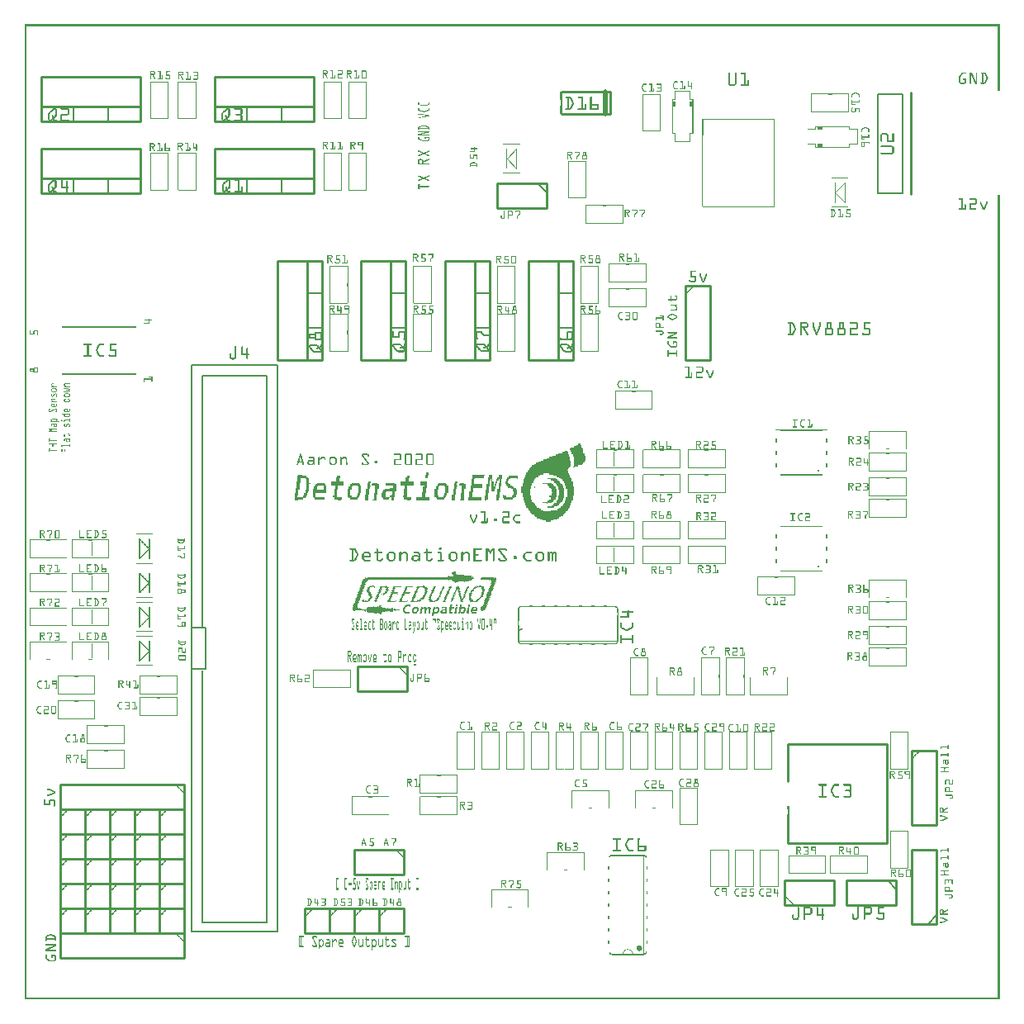
<source format=gto>
G04 MADE WITH FRITZING*
G04 WWW.FRITZING.ORG*
G04 DOUBLE SIDED*
G04 HOLES PLATED*
G04 CONTOUR ON CENTER OF CONTOUR VECTOR*
%ASAXBY*%
%FSLAX23Y23*%
%MOIN*%
%OFA0B0*%
%SFA1.0B1.0*%
%ADD10C,0.011920X0.0039196*%
%ADD11R,0.354200X2.295200X0.338200X2.279200*%
%ADD12C,0.008000*%
%ADD13R,0.063000X0.173200X0.047000X0.157200*%
%ADD14C,0.006000*%
%ADD15C,0.002000*%
%ADD16C,0.010000*%
%ADD17C,0.005000*%
%ADD18C,0.020000*%
%ADD19C,0.004861*%
%ADD20R,0.001000X0.001000*%
%LNSILK1*%
G90*
G70*
G54D10*
X3205Y2136D03*
X3205Y1749D03*
G54D12*
X676Y2563D02*
X1022Y2563D01*
X1022Y276D01*
X676Y276D01*
X676Y2563D01*
D02*
X676Y1502D02*
X731Y1502D01*
X731Y1337D01*
X676Y1337D01*
X676Y1502D01*
D02*
G54D14*
X1994Y1573D02*
X1994Y1531D01*
D02*
X1994Y1491D02*
X1994Y1449D01*
G54D15*
D02*
X1994Y1448D02*
X2394Y1448D01*
G54D14*
D02*
X2498Y582D02*
X2374Y582D01*
D02*
X2374Y182D02*
X2498Y182D01*
G54D15*
D02*
X2499Y182D02*
X2499Y582D01*
G54D16*
D02*
X644Y270D02*
X144Y270D01*
D02*
X144Y270D02*
X144Y170D01*
D02*
X144Y170D02*
X644Y170D01*
D02*
X644Y170D02*
X644Y270D01*
D02*
X644Y870D02*
X144Y870D01*
D02*
X144Y870D02*
X144Y770D01*
D02*
X144Y770D02*
X644Y770D01*
D02*
X644Y770D02*
X644Y870D01*
D02*
X144Y670D02*
X144Y570D01*
D02*
X144Y570D02*
X244Y570D01*
D02*
X244Y570D02*
X244Y670D01*
D02*
X244Y670D02*
X144Y670D01*
D02*
X244Y670D02*
X244Y570D01*
D02*
X244Y570D02*
X344Y570D01*
D02*
X344Y570D02*
X344Y670D01*
D02*
X344Y670D02*
X244Y670D01*
D02*
X344Y670D02*
X344Y570D01*
D02*
X344Y570D02*
X444Y570D01*
D02*
X444Y570D02*
X444Y670D01*
D02*
X444Y670D02*
X344Y670D01*
D02*
X444Y670D02*
X444Y570D01*
D02*
X444Y570D02*
X544Y570D01*
D02*
X544Y570D02*
X544Y670D01*
D02*
X544Y670D02*
X444Y670D01*
D02*
X444Y370D02*
X444Y270D01*
D02*
X444Y270D02*
X544Y270D01*
D02*
X544Y270D02*
X544Y370D01*
D02*
X544Y370D02*
X444Y370D01*
D02*
X444Y470D02*
X444Y370D01*
D02*
X444Y370D02*
X544Y370D01*
D02*
X544Y370D02*
X544Y470D01*
D02*
X544Y470D02*
X444Y470D01*
D02*
X144Y370D02*
X144Y270D01*
D02*
X144Y270D02*
X244Y270D01*
D02*
X244Y270D02*
X244Y370D01*
D02*
X244Y370D02*
X144Y370D01*
D02*
X144Y470D02*
X144Y370D01*
D02*
X144Y370D02*
X244Y370D01*
D02*
X244Y370D02*
X244Y470D01*
D02*
X244Y470D02*
X144Y470D01*
D02*
X244Y370D02*
X244Y270D01*
D02*
X244Y270D02*
X344Y270D01*
D02*
X344Y270D02*
X344Y370D01*
D02*
X344Y370D02*
X244Y370D01*
D02*
X244Y470D02*
X244Y370D01*
D02*
X244Y370D02*
X344Y370D01*
D02*
X344Y370D02*
X344Y470D01*
D02*
X344Y470D02*
X244Y470D01*
D02*
X344Y370D02*
X344Y270D01*
D02*
X344Y270D02*
X444Y270D01*
D02*
X444Y270D02*
X444Y370D01*
D02*
X444Y370D02*
X344Y370D01*
D02*
X344Y470D02*
X344Y370D01*
D02*
X344Y370D02*
X444Y370D01*
D02*
X444Y370D02*
X444Y470D01*
D02*
X444Y470D02*
X344Y470D01*
D02*
X544Y370D02*
X544Y270D01*
D02*
X544Y270D02*
X644Y270D01*
D02*
X644Y270D02*
X644Y370D01*
D02*
X644Y370D02*
X544Y370D01*
D02*
X544Y470D02*
X544Y370D01*
D02*
X544Y370D02*
X644Y370D01*
D02*
X644Y370D02*
X644Y470D01*
D02*
X644Y470D02*
X544Y470D01*
D02*
X1132Y370D02*
X1132Y270D01*
D02*
X1132Y270D02*
X1232Y270D01*
D02*
X1232Y270D02*
X1232Y370D01*
D02*
X1232Y370D02*
X1132Y370D01*
D02*
X1232Y370D02*
X1232Y270D01*
D02*
X1232Y270D02*
X1332Y270D01*
D02*
X1332Y270D02*
X1332Y370D01*
D02*
X1332Y370D02*
X1232Y370D01*
D02*
X144Y770D02*
X144Y670D01*
D02*
X144Y670D02*
X244Y670D01*
D02*
X244Y670D02*
X244Y770D01*
D02*
X244Y770D02*
X144Y770D01*
D02*
X244Y770D02*
X244Y670D01*
D02*
X244Y670D02*
X344Y670D01*
D02*
X344Y670D02*
X344Y770D01*
D02*
X344Y770D02*
X244Y770D01*
D02*
X344Y770D02*
X344Y670D01*
D02*
X344Y670D02*
X444Y670D01*
D02*
X444Y670D02*
X444Y770D01*
D02*
X444Y770D02*
X344Y770D01*
D02*
X444Y770D02*
X444Y670D01*
D02*
X444Y670D02*
X544Y670D01*
D02*
X544Y670D02*
X544Y770D01*
D02*
X544Y770D02*
X444Y770D01*
D02*
X1432Y370D02*
X1432Y270D01*
D02*
X1432Y270D02*
X1532Y270D01*
D02*
X1532Y270D02*
X1532Y370D01*
D02*
X1532Y370D02*
X1432Y370D01*
D02*
X444Y570D02*
X444Y470D01*
D02*
X444Y470D02*
X544Y470D01*
D02*
X544Y470D02*
X544Y570D01*
D02*
X544Y570D02*
X444Y570D01*
D02*
X544Y570D02*
X544Y470D01*
D02*
X544Y470D02*
X644Y470D01*
D02*
X644Y470D02*
X644Y570D01*
D02*
X644Y570D02*
X544Y570D01*
D02*
X1544Y1345D02*
X1344Y1345D01*
D02*
X1344Y1345D02*
X1344Y1245D01*
D02*
X1344Y1245D02*
X1544Y1245D01*
D02*
X1544Y1245D02*
X1544Y1345D01*
D02*
X144Y570D02*
X144Y470D01*
D02*
X144Y470D02*
X244Y470D01*
D02*
X244Y470D02*
X244Y570D01*
D02*
X244Y570D02*
X144Y570D01*
D02*
X244Y570D02*
X244Y470D01*
D02*
X244Y470D02*
X344Y470D01*
D02*
X344Y470D02*
X344Y570D01*
D02*
X344Y570D02*
X244Y570D01*
D02*
X344Y570D02*
X344Y470D01*
D02*
X344Y470D02*
X444Y470D01*
D02*
X444Y470D02*
X444Y570D01*
D02*
X444Y570D02*
X344Y570D01*
D02*
X544Y770D02*
X544Y670D01*
D02*
X544Y670D02*
X644Y670D01*
D02*
X644Y670D02*
X644Y770D01*
D02*
X644Y770D02*
X544Y770D01*
D02*
X1332Y370D02*
X1332Y270D01*
D02*
X1332Y270D02*
X1432Y270D01*
D02*
X1432Y270D02*
X1432Y370D01*
D02*
X1432Y370D02*
X1332Y370D01*
D02*
X544Y670D02*
X544Y570D01*
D02*
X544Y570D02*
X644Y570D01*
D02*
X644Y570D02*
X644Y670D01*
D02*
X644Y670D02*
X544Y670D01*
D02*
X3082Y632D02*
X3482Y632D01*
D02*
X3482Y632D02*
X3482Y1032D01*
D02*
X3482Y1032D02*
X3082Y1032D01*
D02*
X3082Y882D02*
X3082Y1032D01*
D02*
X1539Y2982D02*
X1539Y2582D01*
D02*
X1539Y2582D02*
X1359Y2582D01*
D02*
X1359Y2582D02*
X1359Y2982D01*
D02*
X1359Y2982D02*
X1539Y2982D01*
D02*
X1539Y2982D02*
X1539Y2582D01*
D02*
X1539Y2582D02*
X1479Y2582D01*
D02*
X1479Y2582D02*
X1479Y2982D01*
D02*
X1479Y2982D02*
X1539Y2982D01*
G54D17*
D02*
X1539Y2852D02*
X1479Y2852D01*
D02*
X1539Y2712D02*
X1479Y2712D01*
G54D16*
D02*
X2214Y2982D02*
X2214Y2582D01*
D02*
X2214Y2582D02*
X2034Y2582D01*
D02*
X2034Y2582D02*
X2034Y2982D01*
D02*
X2034Y2982D02*
X2214Y2982D01*
D02*
X2214Y2982D02*
X2214Y2582D01*
D02*
X2214Y2582D02*
X2154Y2582D01*
D02*
X2154Y2582D02*
X2154Y2982D01*
D02*
X2154Y2982D02*
X2214Y2982D01*
G54D17*
D02*
X2214Y2852D02*
X2154Y2852D01*
D02*
X2214Y2712D02*
X2154Y2712D01*
G54D16*
D02*
X1877Y2982D02*
X1877Y2582D01*
D02*
X1877Y2582D02*
X1697Y2582D01*
D02*
X1697Y2582D02*
X1697Y2982D01*
D02*
X1697Y2982D02*
X1877Y2982D01*
D02*
X1877Y2982D02*
X1877Y2582D01*
D02*
X1877Y2582D02*
X1817Y2582D01*
D02*
X1817Y2582D02*
X1817Y2982D01*
D02*
X1817Y2982D02*
X1877Y2982D01*
G54D17*
D02*
X1877Y2852D02*
X1817Y2852D01*
D02*
X1877Y2712D02*
X1817Y2712D01*
G54D16*
D02*
X1202Y2982D02*
X1202Y2582D01*
D02*
X1202Y2582D02*
X1022Y2582D01*
D02*
X1022Y2582D02*
X1022Y2982D01*
D02*
X1022Y2982D02*
X1202Y2982D01*
D02*
X1202Y2982D02*
X1202Y2582D01*
D02*
X1202Y2582D02*
X1142Y2582D01*
D02*
X1142Y2582D02*
X1142Y2982D01*
D02*
X1142Y2982D02*
X1202Y2982D01*
G54D17*
D02*
X1202Y2852D02*
X1142Y2852D01*
D02*
X1202Y2712D02*
X1142Y2712D01*
G54D16*
D02*
X3682Y307D02*
X3682Y607D01*
D02*
X3682Y607D02*
X3582Y607D01*
D02*
X3582Y607D02*
X3582Y307D01*
D02*
X3582Y307D02*
X3682Y307D01*
G54D17*
D02*
X3682Y342D02*
X3647Y307D01*
G54D16*
D02*
X3582Y1007D02*
X3582Y707D01*
D02*
X3582Y707D02*
X3682Y707D01*
D02*
X3682Y707D02*
X3682Y1007D01*
D02*
X3682Y1007D02*
X3582Y1007D01*
D02*
X2107Y3295D02*
X1907Y3295D01*
D02*
X1907Y3295D02*
X1907Y3195D01*
D02*
X1907Y3195D02*
X2107Y3195D01*
D02*
X2107Y3195D02*
X2107Y3295D01*
G54D17*
D02*
X2072Y3295D02*
X2107Y3260D01*
G54D16*
D02*
X2669Y2882D02*
X2669Y2582D01*
D02*
X2669Y2582D02*
X2769Y2582D01*
D02*
X2769Y2582D02*
X2769Y2882D01*
D02*
X2769Y2882D02*
X2669Y2882D01*
D02*
X3069Y382D02*
X3269Y382D01*
D02*
X3269Y382D02*
X3269Y482D01*
D02*
X3269Y482D02*
X3069Y482D01*
D02*
X3069Y482D02*
X3069Y382D01*
D02*
X1532Y607D02*
X1332Y607D01*
D02*
X1332Y607D02*
X1332Y507D01*
D02*
X1332Y507D02*
X1532Y507D01*
D02*
X1532Y507D02*
X1532Y607D01*
D02*
X3519Y482D02*
X3319Y482D01*
D02*
X3319Y482D02*
X3319Y382D01*
D02*
X3319Y382D02*
X3519Y382D01*
D02*
X3519Y382D02*
X3519Y482D01*
G54D17*
D02*
X3484Y482D02*
X3519Y447D01*
G54D16*
D02*
X2363Y3575D02*
X2168Y3575D01*
D02*
X2168Y3665D02*
X2363Y3665D01*
D02*
X2363Y3665D02*
X2363Y3575D01*
G54D18*
D02*
X2343Y3665D02*
X2343Y3575D01*
G54D17*
D02*
X3444Y3257D02*
X3544Y3257D01*
D02*
X3544Y3257D02*
X3544Y3657D01*
D02*
X3544Y3657D02*
X3444Y3657D01*
D02*
X3444Y3657D02*
X3444Y3257D01*
G54D16*
D02*
X469Y3257D02*
X69Y3257D01*
D02*
X69Y3257D02*
X69Y3437D01*
D02*
X69Y3437D02*
X469Y3437D01*
D02*
X469Y3437D02*
X469Y3257D01*
D02*
X469Y3257D02*
X69Y3257D01*
D02*
X69Y3257D02*
X69Y3317D01*
D02*
X69Y3317D02*
X469Y3317D01*
D02*
X469Y3317D02*
X469Y3257D01*
G54D17*
D02*
X339Y3257D02*
X339Y3317D01*
D02*
X199Y3257D02*
X199Y3317D01*
G54D16*
D02*
X1169Y3544D02*
X769Y3544D01*
D02*
X769Y3544D02*
X769Y3724D01*
D02*
X769Y3724D02*
X1169Y3724D01*
D02*
X1169Y3724D02*
X1169Y3544D01*
D02*
X1169Y3544D02*
X769Y3544D01*
D02*
X769Y3544D02*
X769Y3604D01*
D02*
X769Y3604D02*
X1169Y3604D01*
D02*
X1169Y3604D02*
X1169Y3544D01*
G54D17*
D02*
X1039Y3544D02*
X1039Y3604D01*
D02*
X899Y3544D02*
X899Y3604D01*
G54D16*
D02*
X469Y3544D02*
X69Y3544D01*
D02*
X69Y3544D02*
X69Y3724D01*
D02*
X69Y3724D02*
X469Y3724D01*
D02*
X469Y3724D02*
X469Y3544D01*
D02*
X469Y3544D02*
X69Y3544D01*
D02*
X69Y3544D02*
X69Y3604D01*
D02*
X69Y3604D02*
X469Y3604D01*
D02*
X469Y3604D02*
X469Y3544D01*
G54D17*
D02*
X339Y3544D02*
X339Y3604D01*
D02*
X199Y3544D02*
X199Y3604D01*
G54D16*
D02*
X1169Y3257D02*
X769Y3257D01*
D02*
X769Y3257D02*
X769Y3437D01*
D02*
X769Y3437D02*
X1169Y3437D01*
D02*
X1169Y3437D02*
X1169Y3257D01*
D02*
X1169Y3257D02*
X769Y3257D01*
D02*
X769Y3257D02*
X769Y3317D01*
D02*
X769Y3317D02*
X1169Y3317D01*
D02*
X1169Y3317D02*
X1169Y3257D01*
G54D17*
D02*
X1039Y3257D02*
X1039Y3317D01*
D02*
X899Y3257D02*
X899Y3317D01*
G54D16*
D02*
X3577Y3662D02*
X3577Y3252D01*
G36*
X2236Y2244D02*
X2236Y2239D01*
X2229Y2239D01*
X2229Y2234D01*
X2217Y2234D01*
X2217Y2230D01*
X2205Y2230D01*
X2205Y2225D01*
X2201Y2225D01*
X2201Y2220D01*
X2205Y2220D01*
X2205Y2211D01*
X2209Y2211D01*
X2209Y2201D01*
X2213Y2201D01*
X2213Y2191D01*
X2217Y2191D01*
X2217Y2153D01*
X2213Y2153D01*
X2213Y2149D01*
X2221Y2149D01*
X2221Y2153D01*
X2236Y2153D01*
X2236Y2158D01*
X2252Y2158D01*
X2252Y2163D01*
X2256Y2163D01*
X2256Y2168D01*
X2260Y2168D01*
X2260Y2177D01*
X2264Y2177D01*
X2264Y2196D01*
X2260Y2196D01*
X2260Y2206D01*
X2256Y2206D01*
X2256Y2225D01*
X2252Y2225D01*
X2252Y2230D01*
X2248Y2230D01*
X2248Y2239D01*
X2244Y2239D01*
X2244Y2244D01*
X2236Y2244D01*
G37*
D02*
G36*
X2182Y2215D02*
X2182Y2211D01*
X2170Y2211D01*
X2170Y2206D01*
X2155Y2206D01*
X2155Y2201D01*
X2143Y2201D01*
X2143Y2196D01*
X2131Y2196D01*
X2131Y2191D01*
X2119Y2191D01*
X2119Y2187D01*
X2108Y2187D01*
X2108Y2182D01*
X2096Y2182D01*
X2096Y2177D01*
X2084Y2177D01*
X2084Y2172D01*
X2073Y2172D01*
X2073Y2168D01*
X2065Y2168D01*
X2065Y2163D01*
X2057Y2163D01*
X2057Y2158D01*
X2049Y2158D01*
X2049Y2153D01*
X2045Y2153D01*
X2045Y2149D01*
X2042Y2149D01*
X2042Y2144D01*
X2038Y2144D01*
X2038Y2139D01*
X2034Y2139D01*
X2034Y2134D01*
X2030Y2134D01*
X2030Y2129D01*
X2026Y2129D01*
X2026Y2125D01*
X2119Y2125D01*
X2119Y2120D01*
X2135Y2120D01*
X2135Y2115D01*
X2147Y2115D01*
X2147Y2110D01*
X2158Y2110D01*
X2158Y2106D01*
X2166Y2106D01*
X2166Y2101D01*
X2170Y2101D01*
X2170Y2096D01*
X2174Y2096D01*
X2174Y2091D01*
X2178Y2091D01*
X2178Y2087D01*
X2182Y2087D01*
X2182Y2077D01*
X2186Y2077D01*
X2186Y2063D01*
X2190Y2063D01*
X2190Y2029D01*
X2186Y2029D01*
X2186Y2015D01*
X2182Y2015D01*
X2182Y2005D01*
X2178Y2005D01*
X2178Y2001D01*
X2174Y2001D01*
X2174Y1996D01*
X2170Y1996D01*
X2170Y1991D01*
X2166Y1991D01*
X2166Y1986D01*
X2158Y1986D01*
X2158Y1982D01*
X2151Y1982D01*
X2151Y1977D01*
X2123Y1977D01*
X2123Y1972D01*
X2190Y1972D01*
X2190Y1977D01*
X2194Y1977D01*
X2194Y1982D01*
X2197Y1982D01*
X2197Y1986D01*
X2201Y1986D01*
X2201Y1996D01*
X2205Y1996D01*
X2205Y2005D01*
X2209Y2005D01*
X2209Y2015D01*
X2213Y2015D01*
X2213Y2034D01*
X2217Y2034D01*
X2217Y2072D01*
X2213Y2072D01*
X2213Y2091D01*
X2209Y2091D01*
X2209Y2106D01*
X2205Y2106D01*
X2205Y2110D01*
X2201Y2110D01*
X2201Y2120D01*
X2197Y2120D01*
X2197Y2125D01*
X2194Y2125D01*
X2194Y2134D01*
X2190Y2134D01*
X2190Y2139D01*
X2194Y2139D01*
X2194Y2144D01*
X2197Y2144D01*
X2197Y2149D01*
X2201Y2149D01*
X2201Y2153D01*
X2205Y2153D01*
X2205Y2177D01*
X2201Y2177D01*
X2201Y2191D01*
X2197Y2191D01*
X2197Y2201D01*
X2194Y2201D01*
X2194Y2211D01*
X2190Y2211D01*
X2190Y2215D01*
X2182Y2215D01*
G37*
D02*
G36*
X2026Y2125D02*
X2026Y2120D01*
X2022Y2120D01*
X2022Y2110D01*
X2018Y2110D01*
X2018Y2101D01*
X2014Y2101D01*
X2014Y2087D01*
X2010Y2087D01*
X2010Y2072D01*
X2006Y2072D01*
X2006Y2044D01*
X2010Y2044D01*
X2010Y2029D01*
X2014Y2029D01*
X2014Y2015D01*
X2018Y2015D01*
X2018Y2005D01*
X2022Y2005D01*
X2022Y1996D01*
X2026Y1996D01*
X2026Y1986D01*
X2030Y1986D01*
X2030Y1982D01*
X2034Y1982D01*
X2034Y1977D01*
X2038Y1977D01*
X2038Y1972D01*
X2096Y1972D01*
X2096Y1977D01*
X2084Y1977D01*
X2084Y1982D01*
X2077Y1982D01*
X2077Y1986D01*
X2069Y1986D01*
X2069Y1991D01*
X2065Y1991D01*
X2065Y1996D01*
X2061Y1996D01*
X2061Y2001D01*
X2057Y2001D01*
X2057Y2005D01*
X2053Y2005D01*
X2053Y2010D01*
X2049Y2010D01*
X2049Y2020D01*
X2045Y2020D01*
X2045Y2034D01*
X2042Y2034D01*
X2042Y2063D01*
X2045Y2063D01*
X2045Y2077D01*
X2049Y2077D01*
X2049Y2087D01*
X2053Y2087D01*
X2053Y2096D01*
X2057Y2096D01*
X2057Y2101D01*
X2061Y2101D01*
X2061Y2106D01*
X2065Y2106D01*
X2065Y2110D01*
X2073Y2110D01*
X2073Y2115D01*
X2080Y2115D01*
X2080Y2120D01*
X2096Y2120D01*
X2096Y2125D01*
X2026Y2125D01*
G37*
D02*
G36*
X2042Y1972D02*
X2042Y1967D01*
X2186Y1967D01*
X2186Y1972D01*
X2042Y1972D01*
G37*
D02*
G36*
X2042Y1972D02*
X2042Y1967D01*
X2186Y1967D01*
X2186Y1972D01*
X2042Y1972D01*
G37*
D02*
G36*
X2045Y1967D02*
X2045Y1962D01*
X2049Y1962D01*
X2049Y1958D01*
X2057Y1958D01*
X2057Y1953D01*
X2061Y1953D01*
X2061Y1948D01*
X2069Y1948D01*
X2069Y1943D01*
X2080Y1943D01*
X2080Y1939D01*
X2092Y1939D01*
X2092Y1934D01*
X2104Y1934D01*
X2104Y1929D01*
X2123Y1929D01*
X2123Y1934D01*
X2135Y1934D01*
X2135Y1939D01*
X2151Y1939D01*
X2151Y1943D01*
X2158Y1943D01*
X2158Y1948D01*
X2166Y1948D01*
X2166Y1953D01*
X2174Y1953D01*
X2174Y1958D01*
X2178Y1958D01*
X2178Y1962D01*
X2182Y1962D01*
X2182Y1967D01*
X2045Y1967D01*
G37*
D02*
G36*
X1621Y2129D02*
X1621Y2120D01*
X1617Y2120D01*
X1617Y2106D01*
X1628Y2106D01*
X1628Y2115D01*
X1632Y2115D01*
X1632Y2129D01*
X1621Y2129D01*
G37*
D02*
G36*
X1106Y2120D02*
X1106Y2115D01*
X1102Y2115D01*
X1102Y2106D01*
X1133Y2106D01*
X1133Y2101D01*
X1137Y2101D01*
X1137Y2058D01*
X1133Y2058D01*
X1133Y2044D01*
X1129Y2044D01*
X1129Y2034D01*
X1125Y2034D01*
X1125Y2029D01*
X1137Y2029D01*
X1137Y2034D01*
X1141Y2034D01*
X1141Y2044D01*
X1145Y2044D01*
X1145Y2053D01*
X1149Y2053D01*
X1149Y2082D01*
X1153Y2082D01*
X1153Y2087D01*
X1149Y2087D01*
X1149Y2106D01*
X1145Y2106D01*
X1145Y2110D01*
X1137Y2110D01*
X1137Y2115D01*
X1122Y2115D01*
X1122Y2120D01*
X1106Y2120D01*
G37*
D02*
G36*
X1102Y2106D02*
X1102Y2091D01*
X1098Y2091D01*
X1098Y2067D01*
X1094Y2067D01*
X1094Y2044D01*
X1090Y2044D01*
X1090Y2029D01*
X1102Y2029D01*
X1102Y2034D01*
X1106Y2034D01*
X1106Y2058D01*
X1110Y2058D01*
X1110Y2087D01*
X1114Y2087D01*
X1114Y2106D01*
X1102Y2106D01*
G37*
D02*
G36*
X1090Y2029D02*
X1090Y2024D01*
X1133Y2024D01*
X1133Y2029D01*
X1090Y2029D01*
G37*
D02*
G36*
X1090Y2029D02*
X1090Y2024D01*
X1133Y2024D01*
X1133Y2029D01*
X1090Y2029D01*
G37*
D02*
G36*
X1090Y2024D02*
X1090Y2015D01*
X1106Y2015D01*
X1106Y2020D01*
X1125Y2020D01*
X1125Y2024D01*
X1090Y2024D01*
G37*
D02*
G36*
X1808Y2120D02*
X1808Y2101D01*
X1804Y2101D01*
X1804Y2077D01*
X1800Y2077D01*
X1800Y2053D01*
X1796Y2053D01*
X1796Y2029D01*
X1792Y2029D01*
X1792Y2015D01*
X1843Y2015D01*
X1843Y2029D01*
X1808Y2029D01*
X1808Y2048D01*
X1812Y2048D01*
X1812Y2067D01*
X1847Y2067D01*
X1847Y2082D01*
X1815Y2082D01*
X1815Y2101D01*
X1819Y2101D01*
X1819Y2106D01*
X1854Y2106D01*
X1854Y2115D01*
X1858Y2115D01*
X1858Y2120D01*
X1808Y2120D01*
G37*
D02*
G36*
X1874Y2120D02*
X1874Y2110D01*
X1870Y2110D01*
X1870Y2101D01*
X1886Y2101D01*
X1886Y2072D01*
X1893Y2072D01*
X1893Y2091D01*
X1889Y2091D01*
X1889Y2120D01*
X1874Y2120D01*
G37*
D02*
G36*
X1913Y2120D02*
X1913Y2110D01*
X1909Y2110D01*
X1909Y2101D01*
X1917Y2101D01*
X1917Y2087D01*
X1913Y2087D01*
X1913Y2063D01*
X1909Y2063D01*
X1909Y2039D01*
X1905Y2039D01*
X1905Y2015D01*
X1913Y2015D01*
X1913Y2024D01*
X1917Y2024D01*
X1917Y2048D01*
X1921Y2048D01*
X1921Y2072D01*
X1925Y2072D01*
X1925Y2101D01*
X1928Y2101D01*
X1928Y2120D01*
X1913Y2120D01*
G37*
D02*
G36*
X1870Y2101D02*
X1870Y2082D01*
X1866Y2082D01*
X1866Y2058D01*
X1862Y2058D01*
X1862Y2034D01*
X1858Y2034D01*
X1858Y2015D01*
X1866Y2015D01*
X1866Y2020D01*
X1870Y2020D01*
X1870Y2044D01*
X1874Y2044D01*
X1874Y2072D01*
X1878Y2072D01*
X1878Y2096D01*
X1882Y2096D01*
X1882Y2101D01*
X1870Y2101D01*
G37*
D02*
G36*
X1905Y2101D02*
X1905Y2091D01*
X1901Y2091D01*
X1901Y2082D01*
X1897Y2082D01*
X1897Y2072D01*
X1901Y2072D01*
X1901Y2077D01*
X1905Y2077D01*
X1905Y2087D01*
X1909Y2087D01*
X1909Y2096D01*
X1913Y2096D01*
X1913Y2101D01*
X1905Y2101D01*
G37*
D02*
G36*
X1886Y2072D02*
X1886Y2067D01*
X1901Y2067D01*
X1901Y2072D01*
X1886Y2072D01*
G37*
D02*
G36*
X1886Y2072D02*
X1886Y2067D01*
X1901Y2067D01*
X1901Y2072D01*
X1886Y2072D01*
G37*
D02*
G36*
X1886Y2067D02*
X1886Y2053D01*
X1897Y2053D01*
X1897Y2063D01*
X1901Y2063D01*
X1901Y2067D01*
X1886Y2067D01*
G37*
D02*
G36*
X1262Y2115D02*
X1262Y2110D01*
X1258Y2110D01*
X1258Y2091D01*
X1239Y2091D01*
X1239Y2077D01*
X1254Y2077D01*
X1254Y2063D01*
X1250Y2063D01*
X1250Y2034D01*
X1246Y2034D01*
X1246Y2029D01*
X1250Y2029D01*
X1250Y2020D01*
X1266Y2020D01*
X1266Y2015D01*
X1278Y2015D01*
X1278Y2020D01*
X1281Y2020D01*
X1281Y2029D01*
X1262Y2029D01*
X1262Y2058D01*
X1266Y2058D01*
X1266Y2077D01*
X1289Y2077D01*
X1289Y2091D01*
X1270Y2091D01*
X1270Y2106D01*
X1274Y2106D01*
X1274Y2115D01*
X1262Y2115D01*
G37*
D02*
G36*
X1543Y2115D02*
X1543Y2110D01*
X1539Y2110D01*
X1539Y2091D01*
X1519Y2091D01*
X1519Y2077D01*
X1535Y2077D01*
X1535Y2063D01*
X1531Y2063D01*
X1531Y2034D01*
X1527Y2034D01*
X1527Y2029D01*
X1531Y2029D01*
X1531Y2020D01*
X1546Y2020D01*
X1546Y2015D01*
X1558Y2015D01*
X1558Y2020D01*
X1562Y2020D01*
X1562Y2029D01*
X1543Y2029D01*
X1543Y2058D01*
X1546Y2058D01*
X1546Y2077D01*
X1570Y2077D01*
X1570Y2091D01*
X1550Y2091D01*
X1550Y2106D01*
X1554Y2106D01*
X1554Y2115D01*
X1543Y2115D01*
G37*
D02*
G36*
X2112Y2106D02*
X2112Y2101D01*
X2123Y2101D01*
X2123Y2096D01*
X2135Y2096D01*
X2135Y2091D01*
X2139Y2091D01*
X2139Y2087D01*
X2143Y2087D01*
X2143Y2082D01*
X2147Y2082D01*
X2147Y2077D01*
X2151Y2077D01*
X2151Y2072D01*
X2155Y2072D01*
X2155Y2058D01*
X2158Y2058D01*
X2158Y2034D01*
X2155Y2034D01*
X2155Y2020D01*
X2151Y2020D01*
X2151Y2015D01*
X2147Y2015D01*
X2147Y2005D01*
X2139Y2005D01*
X2139Y2001D01*
X2135Y2001D01*
X2135Y1996D01*
X2127Y1996D01*
X2127Y1991D01*
X2112Y1991D01*
X2112Y1986D01*
X2139Y1986D01*
X2139Y1991D01*
X2151Y1991D01*
X2151Y1996D01*
X2158Y1996D01*
X2158Y2001D01*
X2162Y2001D01*
X2162Y2005D01*
X2166Y2005D01*
X2166Y2010D01*
X2170Y2010D01*
X2170Y2015D01*
X2174Y2015D01*
X2174Y2024D01*
X2178Y2024D01*
X2178Y2067D01*
X2174Y2067D01*
X2174Y2077D01*
X2170Y2077D01*
X2170Y2082D01*
X2166Y2082D01*
X2166Y2087D01*
X2162Y2087D01*
X2162Y2091D01*
X2158Y2091D01*
X2158Y2096D01*
X2151Y2096D01*
X2151Y2101D01*
X2143Y2101D01*
X2143Y2106D01*
X2112Y2106D01*
G37*
D02*
G36*
X1387Y2091D02*
X1387Y2087D01*
X1383Y2087D01*
X1383Y2063D01*
X1379Y2063D01*
X1379Y2039D01*
X1375Y2039D01*
X1375Y2015D01*
X1387Y2015D01*
X1387Y2039D01*
X1391Y2039D01*
X1391Y2063D01*
X1394Y2063D01*
X1394Y2072D01*
X1398Y2072D01*
X1398Y2077D01*
X1394Y2077D01*
X1394Y2087D01*
X1398Y2087D01*
X1398Y2091D01*
X1387Y2091D01*
G37*
D02*
G36*
X1597Y2091D02*
X1597Y2077D01*
X1613Y2077D01*
X1613Y2072D01*
X1609Y2072D01*
X1609Y2048D01*
X1605Y2048D01*
X1605Y2029D01*
X1582Y2029D01*
X1582Y2015D01*
X1636Y2015D01*
X1636Y2029D01*
X1617Y2029D01*
X1617Y2044D01*
X1621Y2044D01*
X1621Y2067D01*
X1624Y2067D01*
X1624Y2091D01*
X1597Y2091D01*
G37*
D02*
G36*
X1737Y2091D02*
X1737Y2087D01*
X1734Y2087D01*
X1734Y2063D01*
X1730Y2063D01*
X1730Y2039D01*
X1726Y2039D01*
X1726Y2015D01*
X1737Y2015D01*
X1737Y2039D01*
X1741Y2039D01*
X1741Y2063D01*
X1745Y2063D01*
X1745Y2072D01*
X1749Y2072D01*
X1749Y2077D01*
X1745Y2077D01*
X1745Y2087D01*
X1749Y2087D01*
X1749Y2091D01*
X1737Y2091D01*
G37*
D02*
G36*
X1180Y2087D02*
X1180Y2082D01*
X1176Y2082D01*
X1176Y2077D01*
X1207Y2077D01*
X1207Y2058D01*
X1219Y2058D01*
X1219Y2077D01*
X1215Y2077D01*
X1215Y2082D01*
X1211Y2082D01*
X1211Y2087D01*
X1180Y2087D01*
G37*
D02*
G36*
X1172Y2077D02*
X1172Y2072D01*
X1168Y2072D01*
X1168Y2063D01*
X1164Y2063D01*
X1164Y2058D01*
X1180Y2058D01*
X1180Y2072D01*
X1184Y2072D01*
X1184Y2077D01*
X1172Y2077D01*
G37*
D02*
G36*
X1164Y2058D02*
X1164Y2053D01*
X1219Y2053D01*
X1219Y2058D01*
X1164Y2058D01*
G37*
D02*
G36*
X1164Y2058D02*
X1164Y2053D01*
X1219Y2053D01*
X1219Y2058D01*
X1164Y2058D01*
G37*
D02*
G36*
X1164Y2053D02*
X1164Y2029D01*
X1168Y2029D01*
X1168Y2024D01*
X1172Y2024D01*
X1172Y2020D01*
X1211Y2020D01*
X1211Y2029D01*
X1176Y2029D01*
X1176Y2044D01*
X1219Y2044D01*
X1219Y2053D01*
X1164Y2053D01*
G37*
D02*
G36*
X1320Y2087D02*
X1320Y2082D01*
X1316Y2082D01*
X1316Y2077D01*
X1344Y2077D01*
X1344Y2072D01*
X1348Y2072D01*
X1348Y2044D01*
X1344Y2044D01*
X1344Y2034D01*
X1340Y2034D01*
X1340Y2029D01*
X1352Y2029D01*
X1352Y2034D01*
X1355Y2034D01*
X1355Y2044D01*
X1359Y2044D01*
X1359Y2077D01*
X1355Y2077D01*
X1355Y2082D01*
X1352Y2082D01*
X1352Y2087D01*
X1320Y2087D01*
G37*
D02*
G36*
X1313Y2077D02*
X1313Y2072D01*
X1309Y2072D01*
X1309Y2063D01*
X1305Y2063D01*
X1305Y2029D01*
X1320Y2029D01*
X1320Y2034D01*
X1316Y2034D01*
X1316Y2058D01*
X1320Y2058D01*
X1320Y2072D01*
X1324Y2072D01*
X1324Y2077D01*
X1313Y2077D01*
G37*
D02*
G36*
X1309Y2029D02*
X1309Y2024D01*
X1348Y2024D01*
X1348Y2029D01*
X1309Y2029D01*
G37*
D02*
G36*
X1309Y2029D02*
X1309Y2024D01*
X1348Y2024D01*
X1348Y2029D01*
X1309Y2029D01*
G37*
D02*
G36*
X1313Y2024D02*
X1313Y2020D01*
X1344Y2020D01*
X1344Y2024D01*
X1313Y2024D01*
G37*
D02*
G36*
X1406Y2087D02*
X1406Y2082D01*
X1402Y2082D01*
X1402Y2077D01*
X1414Y2077D01*
X1414Y2044D01*
X1410Y2044D01*
X1410Y2020D01*
X1406Y2020D01*
X1406Y2015D01*
X1422Y2015D01*
X1422Y2039D01*
X1426Y2039D01*
X1426Y2063D01*
X1430Y2063D01*
X1430Y2082D01*
X1426Y2082D01*
X1426Y2087D01*
X1406Y2087D01*
G37*
D02*
G36*
X1457Y2087D02*
X1457Y2077D01*
X1488Y2077D01*
X1488Y2067D01*
X1476Y2067D01*
X1476Y2063D01*
X1453Y2063D01*
X1453Y2058D01*
X1449Y2058D01*
X1449Y2053D01*
X1484Y2053D01*
X1484Y2039D01*
X1480Y2039D01*
X1480Y2034D01*
X1476Y2034D01*
X1476Y2029D01*
X1480Y2029D01*
X1480Y2015D01*
X1492Y2015D01*
X1492Y2029D01*
X1496Y2029D01*
X1496Y2053D01*
X1500Y2053D01*
X1500Y2082D01*
X1496Y2082D01*
X1496Y2087D01*
X1457Y2087D01*
G37*
D02*
G36*
X1445Y2053D02*
X1445Y2044D01*
X1441Y2044D01*
X1441Y2029D01*
X1457Y2029D01*
X1457Y2048D01*
X1461Y2048D01*
X1461Y2053D01*
X1445Y2053D01*
G37*
D02*
G36*
X1445Y2029D02*
X1445Y2024D01*
X1449Y2024D01*
X1449Y2020D01*
X1472Y2020D01*
X1472Y2024D01*
X1476Y2024D01*
X1476Y2029D01*
X1445Y2029D01*
G37*
D02*
G36*
X1671Y2087D02*
X1671Y2082D01*
X1667Y2082D01*
X1667Y2077D01*
X1695Y2077D01*
X1695Y2072D01*
X1698Y2072D01*
X1698Y2044D01*
X1695Y2044D01*
X1695Y2034D01*
X1691Y2034D01*
X1691Y2029D01*
X1702Y2029D01*
X1702Y2034D01*
X1706Y2034D01*
X1706Y2044D01*
X1710Y2044D01*
X1710Y2077D01*
X1706Y2077D01*
X1706Y2082D01*
X1702Y2082D01*
X1702Y2087D01*
X1671Y2087D01*
G37*
D02*
G36*
X1663Y2077D02*
X1663Y2072D01*
X1660Y2072D01*
X1660Y2063D01*
X1656Y2063D01*
X1656Y2029D01*
X1671Y2029D01*
X1671Y2034D01*
X1667Y2034D01*
X1667Y2058D01*
X1671Y2058D01*
X1671Y2072D01*
X1675Y2072D01*
X1675Y2077D01*
X1663Y2077D01*
G37*
D02*
G36*
X1660Y2029D02*
X1660Y2024D01*
X1698Y2024D01*
X1698Y2029D01*
X1660Y2029D01*
G37*
D02*
G36*
X1660Y2029D02*
X1660Y2024D01*
X1698Y2024D01*
X1698Y2029D01*
X1660Y2029D01*
G37*
D02*
G36*
X1663Y2024D02*
X1663Y2020D01*
X1695Y2020D01*
X1695Y2024D01*
X1663Y2024D01*
G37*
D02*
G36*
X1757Y2087D02*
X1757Y2082D01*
X1753Y2082D01*
X1753Y2077D01*
X1765Y2077D01*
X1765Y2044D01*
X1761Y2044D01*
X1761Y2020D01*
X1757Y2020D01*
X1757Y2015D01*
X1773Y2015D01*
X1773Y2039D01*
X1776Y2039D01*
X1776Y2063D01*
X1780Y2063D01*
X1780Y2082D01*
X1776Y2082D01*
X1776Y2087D01*
X1757Y2087D01*
G37*
D02*
G36*
X2092Y2087D02*
X2092Y2082D01*
X2112Y2082D01*
X2112Y2077D01*
X2116Y2077D01*
X2116Y2072D01*
X2119Y2072D01*
X2119Y2067D01*
X2123Y2067D01*
X2123Y2063D01*
X2127Y2063D01*
X2127Y2048D01*
X2131Y2048D01*
X2131Y2044D01*
X2127Y2044D01*
X2127Y2034D01*
X2119Y2034D01*
X2119Y2029D01*
X2123Y2029D01*
X2123Y2020D01*
X2119Y2020D01*
X2119Y2015D01*
X2112Y2015D01*
X2112Y2010D01*
X2092Y2010D01*
X2092Y2005D01*
X2108Y2005D01*
X2108Y2001D01*
X2112Y2001D01*
X2112Y2005D01*
X2127Y2005D01*
X2127Y2010D01*
X2135Y2010D01*
X2135Y2015D01*
X2139Y2015D01*
X2139Y2020D01*
X2143Y2020D01*
X2143Y2029D01*
X2147Y2029D01*
X2147Y2063D01*
X2143Y2063D01*
X2143Y2072D01*
X2139Y2072D01*
X2139Y2077D01*
X2135Y2077D01*
X2135Y2082D01*
X2127Y2082D01*
X2127Y2087D01*
X2092Y2087D01*
G37*
D02*
G36*
X2057Y2072D02*
X2057Y2067D01*
X2061Y2067D01*
X2061Y2072D01*
X2057Y2072D01*
G37*
D02*
G36*
X1956Y2115D02*
X1956Y2110D01*
X1948Y2110D01*
X1948Y2106D01*
X1987Y2106D01*
X1987Y2101D01*
X1991Y2101D01*
X1991Y2115D01*
X1956Y2115D01*
G37*
D02*
G36*
X1948Y2106D02*
X1948Y2101D01*
X1944Y2101D01*
X1944Y2091D01*
X1940Y2091D01*
X1940Y2082D01*
X1944Y2082D01*
X1944Y2077D01*
X1948Y2077D01*
X1948Y2072D01*
X1952Y2072D01*
X1952Y2067D01*
X1964Y2067D01*
X1964Y2063D01*
X1971Y2063D01*
X1971Y2053D01*
X1975Y2053D01*
X1975Y2039D01*
X1971Y2039D01*
X1971Y2034D01*
X1967Y2034D01*
X1967Y2029D01*
X1983Y2029D01*
X1983Y2039D01*
X1987Y2039D01*
X1987Y2058D01*
X1983Y2058D01*
X1983Y2067D01*
X1975Y2067D01*
X1975Y2072D01*
X1967Y2072D01*
X1967Y2077D01*
X1960Y2077D01*
X1960Y2082D01*
X1956Y2082D01*
X1956Y2087D01*
X1952Y2087D01*
X1952Y2096D01*
X1956Y2096D01*
X1956Y2101D01*
X1960Y2101D01*
X1960Y2106D01*
X1948Y2106D01*
G37*
D02*
G36*
X1932Y2039D02*
X1932Y2029D01*
X1944Y2029D01*
X1944Y2034D01*
X1936Y2034D01*
X1936Y2039D01*
X1932Y2039D01*
G37*
D02*
G36*
X1932Y2029D02*
X1932Y2024D01*
X1979Y2024D01*
X1979Y2029D01*
X1932Y2029D01*
G37*
D02*
G36*
X1932Y2029D02*
X1932Y2024D01*
X1979Y2024D01*
X1979Y2029D01*
X1932Y2029D01*
G37*
D02*
G36*
X1936Y2024D02*
X1936Y2020D01*
X1971Y2020D01*
X1971Y2024D01*
X1936Y2024D01*
G37*
D02*
G36*
X1731Y1732D02*
X1731Y1731D01*
X1733Y1731D01*
X1733Y1732D01*
X1731Y1732D01*
G37*
D02*
G36*
X1730Y1731D02*
X1730Y1730D01*
X1731Y1730D01*
X1731Y1731D01*
X1730Y1731D01*
G37*
D02*
G36*
X1733Y1731D02*
X1733Y1730D01*
X1733Y1730D01*
X1733Y1731D01*
X1733Y1731D01*
G37*
D02*
G36*
X1730Y1730D02*
X1730Y1730D01*
X1730Y1730D01*
X1730Y1730D01*
X1730Y1730D01*
G37*
D02*
G36*
X1733Y1730D02*
X1733Y1730D01*
X1734Y1730D01*
X1734Y1730D01*
X1733Y1730D01*
G37*
D02*
G36*
X1729Y1730D02*
X1729Y1729D01*
X1730Y1729D01*
X1730Y1730D01*
X1729Y1730D01*
G37*
D02*
G36*
X1734Y1730D02*
X1734Y1729D01*
X1737Y1729D01*
X1737Y1728D01*
X1738Y1728D01*
X1738Y1730D01*
X1734Y1730D01*
G37*
D02*
G36*
X1728Y1729D02*
X1728Y1728D01*
X1729Y1728D01*
X1729Y1729D01*
X1728Y1729D01*
G37*
D02*
G36*
X1727Y1728D02*
X1727Y1727D01*
X1728Y1727D01*
X1728Y1728D01*
X1727Y1728D01*
G37*
D02*
G36*
X1738Y1728D02*
X1738Y1727D01*
X1739Y1727D01*
X1739Y1727D01*
X1740Y1727D01*
X1740Y1726D01*
X1740Y1726D01*
X1740Y1725D01*
X1741Y1725D01*
X1741Y1719D01*
X1742Y1719D01*
X1742Y1726D01*
X1741Y1726D01*
X1741Y1727D01*
X1740Y1727D01*
X1740Y1727D01*
X1740Y1727D01*
X1740Y1728D01*
X1738Y1728D01*
G37*
D02*
G36*
X1727Y1727D02*
X1727Y1727D01*
X1727Y1727D01*
X1727Y1727D01*
X1727Y1727D01*
G37*
D02*
G36*
X1726Y1727D02*
X1726Y1726D01*
X1727Y1726D01*
X1727Y1727D01*
X1726Y1727D01*
G37*
D02*
G36*
X1725Y1726D02*
X1725Y1725D01*
X1726Y1725D01*
X1726Y1726D01*
X1725Y1726D01*
G37*
D02*
G36*
X1724Y1725D02*
X1724Y1724D01*
X1725Y1724D01*
X1725Y1725D01*
X1724Y1725D01*
G37*
D02*
G36*
X1723Y1724D02*
X1723Y1723D01*
X1722Y1723D01*
X1722Y1723D01*
X1721Y1723D01*
X1721Y1720D01*
X1722Y1720D01*
X1722Y1722D01*
X1723Y1722D01*
X1723Y1723D01*
X1723Y1723D01*
X1723Y1723D01*
X1724Y1723D01*
X1724Y1724D01*
X1723Y1724D01*
G37*
D02*
G36*
X1722Y1720D02*
X1722Y1719D01*
X1723Y1719D01*
X1723Y1720D01*
X1722Y1720D01*
G37*
D02*
G36*
X1723Y1719D02*
X1723Y1719D01*
X1723Y1719D01*
X1723Y1719D01*
X1723Y1719D01*
G37*
D02*
G36*
X1742Y1719D02*
X1742Y1719D01*
X1743Y1719D01*
X1743Y1719D01*
X1742Y1719D01*
G37*
D02*
G36*
X1723Y1719D02*
X1723Y1718D01*
X1724Y1718D01*
X1724Y1719D01*
X1723Y1719D01*
G37*
D02*
G36*
X1743Y1719D02*
X1743Y1718D01*
X1751Y1718D01*
X1751Y1719D01*
X1743Y1719D01*
G37*
D02*
G36*
X1760Y1719D02*
X1760Y1718D01*
X1773Y1718D01*
X1773Y1719D01*
X1760Y1719D01*
G37*
D02*
G36*
X1724Y1718D02*
X1724Y1717D01*
X1725Y1717D01*
X1725Y1718D01*
X1724Y1718D01*
G37*
D02*
G36*
X1751Y1718D02*
X1751Y1717D01*
X1752Y1717D01*
X1752Y1718D01*
X1751Y1718D01*
G37*
D02*
G36*
X1760Y1718D02*
X1760Y1717D01*
X1760Y1717D01*
X1760Y1718D01*
X1760Y1718D01*
G37*
D02*
G36*
X1773Y1718D02*
X1773Y1717D01*
X1773Y1717D01*
X1773Y1718D01*
X1773Y1718D01*
G37*
D02*
G36*
X1725Y1717D02*
X1725Y1716D01*
X1726Y1716D01*
X1726Y1717D01*
X1725Y1717D01*
G37*
D02*
G36*
X1752Y1717D02*
X1752Y1716D01*
X1760Y1716D01*
X1760Y1717D01*
X1752Y1717D01*
G37*
D02*
G36*
X1773Y1717D02*
X1773Y1716D01*
X1774Y1716D01*
X1774Y1717D01*
X1773Y1717D01*
G37*
D02*
G36*
X1726Y1716D02*
X1726Y1715D01*
X1727Y1715D01*
X1727Y1716D01*
X1726Y1716D01*
G37*
D02*
G36*
X1774Y1716D02*
X1774Y1715D01*
X1775Y1715D01*
X1775Y1716D01*
X1774Y1716D01*
G37*
D02*
G36*
X1727Y1715D02*
X1727Y1715D01*
X1727Y1715D01*
X1727Y1715D01*
X1727Y1715D01*
G37*
D02*
G36*
X1775Y1715D02*
X1775Y1715D01*
X1776Y1715D01*
X1776Y1715D01*
X1775Y1715D01*
G37*
D02*
G36*
X1727Y1715D02*
X1727Y1714D01*
X1728Y1714D01*
X1728Y1715D01*
X1727Y1715D01*
G37*
D02*
G36*
X1776Y1715D02*
X1776Y1714D01*
X1777Y1714D01*
X1777Y1715D01*
X1776Y1715D01*
G37*
D02*
G36*
X1728Y1714D02*
X1728Y1711D01*
X1727Y1711D01*
X1727Y1710D01*
X1729Y1710D01*
X1729Y1711D01*
X1730Y1711D01*
X1730Y1713D01*
X1729Y1713D01*
X1729Y1714D01*
X1728Y1714D01*
G37*
D02*
G36*
X1777Y1714D02*
X1777Y1713D01*
X1777Y1713D01*
X1777Y1714D01*
X1777Y1714D01*
G37*
D02*
G36*
X1777Y1713D02*
X1777Y1712D01*
X1778Y1712D01*
X1778Y1711D01*
X1791Y1711D01*
X1791Y1712D01*
X1792Y1712D01*
X1792Y1713D01*
X1777Y1713D01*
G37*
D02*
G36*
X1802Y1713D02*
X1802Y1712D01*
X1801Y1712D01*
X1801Y1711D01*
X1803Y1711D01*
X1803Y1712D01*
X1803Y1712D01*
X1803Y1713D01*
X1802Y1713D01*
G37*
D02*
G36*
X1792Y1712D02*
X1792Y1711D01*
X1793Y1711D01*
X1793Y1711D01*
X1794Y1711D01*
X1794Y1711D01*
X1793Y1711D01*
X1793Y1712D01*
X1792Y1712D01*
G37*
D02*
G36*
X1803Y1712D02*
X1803Y1711D01*
X1804Y1711D01*
X1804Y1712D01*
X1803Y1712D01*
G37*
D02*
G36*
X1800Y1711D02*
X1800Y1711D01*
X1801Y1711D01*
X1801Y1711D01*
X1800Y1711D01*
G37*
D02*
G36*
X1804Y1711D02*
X1804Y1711D01*
X1805Y1711D01*
X1805Y1711D01*
X1804Y1711D01*
G37*
D02*
G36*
X1711Y1711D02*
X1711Y1710D01*
X1715Y1710D01*
X1715Y1711D01*
X1711Y1711D01*
G37*
D02*
G36*
X1794Y1711D02*
X1794Y1710D01*
X1800Y1710D01*
X1800Y1711D01*
X1794Y1711D01*
G37*
D02*
G36*
X1805Y1711D02*
X1805Y1710D01*
X1806Y1710D01*
X1806Y1711D01*
X1805Y1711D01*
G37*
D02*
G36*
X1710Y1710D02*
X1710Y1709D01*
X1711Y1709D01*
X1711Y1710D01*
X1710Y1710D01*
G37*
D02*
G36*
X1715Y1710D02*
X1715Y1709D01*
X1727Y1709D01*
X1727Y1710D01*
X1715Y1710D01*
G37*
D02*
G36*
X1806Y1710D02*
X1806Y1709D01*
X1806Y1709D01*
X1806Y1710D01*
X1806Y1710D01*
G37*
D02*
G36*
X1710Y1709D02*
X1710Y1708D01*
X1710Y1708D01*
X1710Y1709D01*
X1710Y1709D01*
G37*
D02*
G36*
X1731Y1730D02*
X1731Y1729D01*
X1730Y1729D01*
X1730Y1728D01*
X1730Y1728D01*
X1730Y1727D01*
X1728Y1727D01*
X1728Y1727D01*
X1727Y1727D01*
X1727Y1726D01*
X1727Y1726D01*
X1727Y1725D01*
X1726Y1725D01*
X1726Y1724D01*
X1725Y1724D01*
X1725Y1723D01*
X1724Y1723D01*
X1724Y1723D01*
X1723Y1723D01*
X1723Y1722D01*
X1723Y1722D01*
X1723Y1721D01*
X1723Y1721D01*
X1723Y1720D01*
X1724Y1720D01*
X1724Y1719D01*
X1725Y1719D01*
X1725Y1719D01*
X1726Y1719D01*
X1726Y1718D01*
X1727Y1718D01*
X1727Y1717D01*
X1727Y1717D01*
X1727Y1716D01*
X1728Y1716D01*
X1728Y1715D01*
X1752Y1715D01*
X1752Y1716D01*
X1750Y1716D01*
X1750Y1717D01*
X1743Y1717D01*
X1743Y1718D01*
X1742Y1718D01*
X1742Y1719D01*
X1741Y1719D01*
X1741Y1719D01*
X1740Y1719D01*
X1740Y1725D01*
X1740Y1725D01*
X1740Y1726D01*
X1739Y1726D01*
X1739Y1727D01*
X1738Y1727D01*
X1738Y1727D01*
X1737Y1727D01*
X1737Y1728D01*
X1734Y1728D01*
X1734Y1729D01*
X1733Y1729D01*
X1733Y1730D01*
X1731Y1730D01*
G37*
D02*
G36*
X1761Y1717D02*
X1761Y1716D01*
X1760Y1716D01*
X1760Y1715D01*
X1773Y1715D01*
X1773Y1716D01*
X1773Y1716D01*
X1773Y1717D01*
X1761Y1717D01*
G37*
D02*
G36*
X1729Y1715D02*
X1729Y1715D01*
X1773Y1715D01*
X1773Y1715D01*
X1729Y1715D01*
G37*
D02*
G36*
X1729Y1715D02*
X1729Y1715D01*
X1773Y1715D01*
X1773Y1715D01*
X1729Y1715D01*
G37*
D02*
G36*
X1729Y1715D02*
X1729Y1714D01*
X1730Y1714D01*
X1730Y1713D01*
X1730Y1713D01*
X1730Y1711D01*
X1730Y1711D01*
X1730Y1710D01*
X1729Y1710D01*
X1729Y1709D01*
X1794Y1709D01*
X1794Y1710D01*
X1793Y1710D01*
X1793Y1711D01*
X1777Y1711D01*
X1777Y1711D01*
X1777Y1711D01*
X1777Y1712D01*
X1776Y1712D01*
X1776Y1713D01*
X1775Y1713D01*
X1775Y1714D01*
X1774Y1714D01*
X1774Y1715D01*
X1729Y1715D01*
G37*
D02*
G36*
X1801Y1711D02*
X1801Y1710D01*
X1800Y1710D01*
X1800Y1709D01*
X1805Y1709D01*
X1805Y1710D01*
X1804Y1710D01*
X1804Y1711D01*
X1801Y1711D01*
G37*
D02*
G36*
X1712Y1709D02*
X1712Y1708D01*
X1715Y1708D01*
X1715Y1709D01*
X1712Y1709D01*
G37*
D02*
G36*
X1728Y1709D02*
X1728Y1708D01*
X1806Y1708D01*
X1806Y1709D01*
X1728Y1709D01*
G37*
D02*
G36*
X1728Y1709D02*
X1728Y1708D01*
X1806Y1708D01*
X1806Y1709D01*
X1728Y1709D01*
G37*
D02*
G36*
X1711Y1708D02*
X1711Y1707D01*
X1806Y1707D01*
X1806Y1708D01*
X1711Y1708D01*
G37*
D02*
G36*
X1711Y1708D02*
X1711Y1707D01*
X1806Y1707D01*
X1806Y1708D01*
X1711Y1708D01*
G37*
D02*
G36*
X1710Y1707D02*
X1710Y1707D01*
X1808Y1707D01*
X1808Y1707D01*
X1710Y1707D01*
G37*
D02*
G36*
X1810Y1707D02*
X1810Y1707D01*
X1813Y1707D01*
X1813Y1706D01*
X1813Y1706D01*
X1813Y1705D01*
X1813Y1705D01*
X1813Y1703D01*
X1814Y1703D01*
X1814Y1707D01*
X1810Y1707D01*
G37*
D02*
G36*
X1710Y1707D02*
X1710Y1706D01*
X1709Y1706D01*
X1709Y1705D01*
X1708Y1705D01*
X1708Y1704D01*
X1385Y1704D01*
X1385Y1703D01*
X1380Y1703D01*
X1380Y1703D01*
X1812Y1703D01*
X1812Y1705D01*
X1811Y1705D01*
X1811Y1706D01*
X1810Y1706D01*
X1810Y1707D01*
X1710Y1707D01*
G37*
D02*
G36*
X1377Y1703D02*
X1377Y1702D01*
X1814Y1702D01*
X1814Y1703D01*
X1377Y1703D01*
G37*
D02*
G36*
X1377Y1703D02*
X1377Y1702D01*
X1814Y1702D01*
X1814Y1703D01*
X1377Y1703D01*
G37*
D02*
G36*
X1375Y1702D02*
X1375Y1701D01*
X1373Y1701D01*
X1373Y1700D01*
X1813Y1700D01*
X1813Y1698D01*
X1813Y1698D01*
X1813Y1697D01*
X1814Y1697D01*
X1814Y1702D01*
X1375Y1702D01*
G37*
D02*
G36*
X1371Y1700D02*
X1371Y1699D01*
X1371Y1699D01*
X1371Y1699D01*
X1369Y1699D01*
X1369Y1698D01*
X1368Y1698D01*
X1368Y1697D01*
X1708Y1697D01*
X1708Y1696D01*
X1709Y1696D01*
X1709Y1696D01*
X1710Y1696D01*
X1710Y1695D01*
X1800Y1695D01*
X1800Y1694D01*
X1802Y1694D01*
X1802Y1693D01*
X1803Y1693D01*
X1803Y1692D01*
X1803Y1692D01*
X1803Y1693D01*
X1804Y1693D01*
X1804Y1694D01*
X1805Y1694D01*
X1805Y1695D01*
X1806Y1695D01*
X1806Y1696D01*
X1806Y1696D01*
X1806Y1696D01*
X1808Y1696D01*
X1808Y1697D01*
X1809Y1697D01*
X1809Y1698D01*
X1812Y1698D01*
X1812Y1700D01*
X1371Y1700D01*
G37*
D02*
G36*
X1368Y1697D02*
X1368Y1696D01*
X1368Y1696D01*
X1368Y1696D01*
X1367Y1696D01*
X1367Y1694D01*
X1366Y1694D01*
X1366Y1692D01*
X1365Y1692D01*
X1365Y1690D01*
X1365Y1690D01*
X1365Y1688D01*
X1364Y1688D01*
X1364Y1686D01*
X1363Y1686D01*
X1363Y1684D01*
X1362Y1684D01*
X1362Y1682D01*
X1361Y1682D01*
X1361Y1680D01*
X1361Y1680D01*
X1361Y1678D01*
X1360Y1678D01*
X1360Y1676D01*
X1359Y1676D01*
X1359Y1673D01*
X1358Y1673D01*
X1358Y1672D01*
X1358Y1672D01*
X1358Y1669D01*
X1357Y1669D01*
X1357Y1667D01*
X1356Y1667D01*
X1356Y1665D01*
X1355Y1665D01*
X1355Y1663D01*
X1355Y1663D01*
X1355Y1661D01*
X1354Y1661D01*
X1354Y1659D01*
X1353Y1659D01*
X1353Y1657D01*
X1352Y1657D01*
X1352Y1655D01*
X1351Y1655D01*
X1351Y1653D01*
X1351Y1653D01*
X1351Y1650D01*
X1350Y1650D01*
X1350Y1649D01*
X1349Y1649D01*
X1349Y1646D01*
X1348Y1646D01*
X1348Y1645D01*
X1348Y1645D01*
X1348Y1642D01*
X1347Y1642D01*
X1347Y1640D01*
X1346Y1640D01*
X1346Y1638D01*
X1345Y1638D01*
X1345Y1636D01*
X1345Y1636D01*
X1345Y1634D01*
X1344Y1634D01*
X1344Y1632D01*
X1343Y1632D01*
X1343Y1630D01*
X1342Y1630D01*
X1342Y1628D01*
X1341Y1628D01*
X1341Y1626D01*
X1341Y1626D01*
X1341Y1623D01*
X1340Y1623D01*
X1340Y1622D01*
X1339Y1622D01*
X1339Y1619D01*
X1338Y1619D01*
X1338Y1617D01*
X1338Y1617D01*
X1338Y1615D01*
X1337Y1615D01*
X1337Y1613D01*
X1336Y1613D01*
X1336Y1610D01*
X1335Y1610D01*
X1335Y1609D01*
X1335Y1609D01*
X1335Y1606D01*
X1334Y1606D01*
X1334Y1605D01*
X1333Y1605D01*
X1333Y1602D01*
X1332Y1602D01*
X1332Y1600D01*
X1331Y1600D01*
X1331Y1598D01*
X1331Y1598D01*
X1331Y1596D01*
X1330Y1596D01*
X1330Y1594D01*
X1329Y1594D01*
X1329Y1591D01*
X1328Y1591D01*
X1328Y1590D01*
X1328Y1590D01*
X1328Y1587D01*
X1327Y1587D01*
X1327Y1586D01*
X1326Y1586D01*
X1326Y1583D01*
X1325Y1583D01*
X1325Y1580D01*
X1325Y1580D01*
X1325Y1575D01*
X1325Y1575D01*
X1325Y1574D01*
X1326Y1574D01*
X1326Y1573D01*
X1327Y1573D01*
X1327Y1572D01*
X1329Y1572D01*
X1329Y1571D01*
X1335Y1571D01*
X1335Y1571D01*
X1371Y1571D01*
X1371Y1575D01*
X1371Y1575D01*
X1371Y1575D01*
X1372Y1575D01*
X1372Y1577D01*
X1361Y1577D01*
X1361Y1578D01*
X1355Y1578D01*
X1355Y1579D01*
X1352Y1579D01*
X1352Y1579D01*
X1350Y1579D01*
X1350Y1580D01*
X1349Y1580D01*
X1349Y1581D01*
X1348Y1581D01*
X1348Y1582D01*
X1347Y1582D01*
X1347Y1583D01*
X1346Y1583D01*
X1346Y1583D01*
X1345Y1583D01*
X1345Y1585D01*
X1345Y1585D01*
X1345Y1586D01*
X1344Y1586D01*
X1344Y1593D01*
X1345Y1593D01*
X1345Y1595D01*
X1345Y1595D01*
X1345Y1598D01*
X1346Y1598D01*
X1346Y1600D01*
X1347Y1600D01*
X1347Y1602D01*
X1348Y1602D01*
X1348Y1604D01*
X1348Y1604D01*
X1348Y1606D01*
X1349Y1606D01*
X1349Y1609D01*
X1350Y1609D01*
X1350Y1610D01*
X1351Y1610D01*
X1351Y1613D01*
X1351Y1613D01*
X1351Y1614D01*
X1352Y1614D01*
X1352Y1617D01*
X1353Y1617D01*
X1353Y1619D01*
X1354Y1619D01*
X1354Y1621D01*
X1355Y1621D01*
X1355Y1623D01*
X1355Y1623D01*
X1355Y1626D01*
X1356Y1626D01*
X1356Y1627D01*
X1357Y1627D01*
X1357Y1630D01*
X1358Y1630D01*
X1358Y1631D01*
X1358Y1631D01*
X1358Y1634D01*
X1359Y1634D01*
X1359Y1636D01*
X1360Y1636D01*
X1360Y1637D01*
X1361Y1637D01*
X1361Y1640D01*
X1361Y1640D01*
X1361Y1642D01*
X1362Y1642D01*
X1362Y1644D01*
X1363Y1644D01*
X1363Y1646D01*
X1364Y1646D01*
X1364Y1648D01*
X1365Y1648D01*
X1365Y1650D01*
X1365Y1650D01*
X1365Y1653D01*
X1366Y1653D01*
X1366Y1654D01*
X1367Y1654D01*
X1367Y1657D01*
X1368Y1657D01*
X1368Y1659D01*
X1368Y1659D01*
X1368Y1661D01*
X1369Y1661D01*
X1369Y1663D01*
X1370Y1663D01*
X1370Y1665D01*
X1371Y1665D01*
X1371Y1667D01*
X1371Y1667D01*
X1371Y1669D01*
X1372Y1669D01*
X1372Y1671D01*
X1373Y1671D01*
X1373Y1673D01*
X1374Y1673D01*
X1374Y1676D01*
X1375Y1676D01*
X1375Y1677D01*
X1375Y1677D01*
X1375Y1680D01*
X1376Y1680D01*
X1376Y1681D01*
X1377Y1681D01*
X1377Y1683D01*
X1378Y1683D01*
X1378Y1684D01*
X1378Y1684D01*
X1378Y1685D01*
X1379Y1685D01*
X1379Y1686D01*
X1380Y1686D01*
X1380Y1688D01*
X1381Y1688D01*
X1381Y1688D01*
X1381Y1688D01*
X1381Y1689D01*
X1382Y1689D01*
X1382Y1690D01*
X1383Y1690D01*
X1383Y1691D01*
X1385Y1691D01*
X1385Y1692D01*
X1385Y1692D01*
X1385Y1692D01*
X1387Y1692D01*
X1387Y1693D01*
X1388Y1693D01*
X1388Y1694D01*
X1389Y1694D01*
X1389Y1695D01*
X1391Y1695D01*
X1391Y1696D01*
X1394Y1696D01*
X1394Y1696D01*
X1399Y1696D01*
X1399Y1697D01*
X1368Y1697D01*
G37*
D02*
G36*
X1809Y1697D02*
X1809Y1696D01*
X1814Y1696D01*
X1814Y1697D01*
X1809Y1697D01*
G37*
D02*
G36*
X1808Y1696D02*
X1808Y1695D01*
X1809Y1695D01*
X1809Y1696D01*
X1810Y1696D01*
X1810Y1696D01*
X1808Y1696D01*
G37*
D02*
G36*
X1710Y1695D02*
X1710Y1694D01*
X1726Y1694D01*
X1726Y1693D01*
X1727Y1693D01*
X1727Y1692D01*
X1792Y1692D01*
X1792Y1692D01*
X1793Y1692D01*
X1793Y1692D01*
X1793Y1692D01*
X1793Y1693D01*
X1794Y1693D01*
X1794Y1694D01*
X1795Y1694D01*
X1795Y1695D01*
X1710Y1695D01*
G37*
D02*
G36*
X1711Y1694D02*
X1711Y1693D01*
X1713Y1693D01*
X1713Y1692D01*
X1713Y1692D01*
X1713Y1693D01*
X1716Y1693D01*
X1716Y1694D01*
X1711Y1694D01*
G37*
D02*
G36*
X1729Y1692D02*
X1729Y1692D01*
X1732Y1692D01*
X1732Y1691D01*
X1777Y1691D01*
X1777Y1692D01*
X1779Y1692D01*
X1779Y1692D01*
X1729Y1692D01*
G37*
D02*
G36*
X1780Y1692D02*
X1780Y1692D01*
X1780Y1692D01*
X1780Y1692D01*
X1780Y1692D01*
G37*
D02*
G36*
X1781Y1692D02*
X1781Y1692D01*
X1782Y1692D01*
X1782Y1692D01*
X1781Y1692D01*
G37*
D02*
G36*
X1789Y1692D02*
X1789Y1692D01*
X1790Y1692D01*
X1790Y1692D01*
X1789Y1692D01*
G37*
D02*
G36*
X1730Y1692D02*
X1730Y1691D01*
X1731Y1691D01*
X1731Y1692D01*
X1730Y1692D01*
G37*
D02*
G36*
X1731Y1691D02*
X1731Y1690D01*
X1733Y1690D01*
X1733Y1689D01*
X1734Y1689D01*
X1734Y1688D01*
X1735Y1688D01*
X1735Y1688D01*
X1736Y1688D01*
X1736Y1686D01*
X1749Y1686D01*
X1749Y1685D01*
X1750Y1685D01*
X1750Y1686D01*
X1751Y1686D01*
X1751Y1687D01*
X1752Y1687D01*
X1752Y1688D01*
X1774Y1688D01*
X1774Y1688D01*
X1775Y1688D01*
X1775Y1689D01*
X1776Y1689D01*
X1776Y1690D01*
X1777Y1690D01*
X1777Y1691D01*
X1731Y1691D01*
G37*
D02*
G36*
X1737Y1686D02*
X1737Y1685D01*
X1737Y1685D01*
X1737Y1684D01*
X1741Y1684D01*
X1741Y1685D01*
X1743Y1685D01*
X1743Y1686D01*
X1737Y1686D01*
G37*
D02*
G36*
X1806Y1709D02*
X1806Y1708D01*
X1809Y1708D01*
X1809Y1709D01*
X1806Y1709D01*
G37*
D02*
G36*
X1709Y1708D02*
X1709Y1707D01*
X1710Y1707D01*
X1710Y1708D01*
X1709Y1708D01*
G37*
D02*
G36*
X1809Y1708D02*
X1809Y1707D01*
X1810Y1707D01*
X1810Y1708D01*
X1809Y1708D01*
G37*
D02*
G36*
X1708Y1707D02*
X1708Y1707D01*
X1709Y1707D01*
X1709Y1707D01*
X1708Y1707D01*
G37*
D02*
G36*
X1707Y1707D02*
X1707Y1706D01*
X1708Y1706D01*
X1708Y1707D01*
X1707Y1707D01*
G37*
D02*
G36*
X1383Y1706D02*
X1383Y1705D01*
X1379Y1705D01*
X1379Y1704D01*
X1384Y1704D01*
X1384Y1705D01*
X1707Y1705D01*
X1707Y1706D01*
X1383Y1706D01*
G37*
D02*
G36*
X1841Y1706D02*
X1841Y1705D01*
X1894Y1705D01*
X1894Y1704D01*
X1899Y1704D01*
X1899Y1705D01*
X1895Y1705D01*
X1895Y1706D01*
X1841Y1706D01*
G37*
D02*
G36*
X1841Y1705D02*
X1841Y1704D01*
X1840Y1704D01*
X1840Y1702D01*
X1841Y1702D01*
X1841Y1703D01*
X1842Y1703D01*
X1842Y1705D01*
X1841Y1705D01*
G37*
D02*
G36*
X1376Y1704D02*
X1376Y1703D01*
X1379Y1703D01*
X1379Y1704D01*
X1376Y1704D01*
G37*
D02*
G36*
X1843Y1704D02*
X1843Y1703D01*
X1842Y1703D01*
X1842Y1701D01*
X1841Y1701D01*
X1841Y1699D01*
X1840Y1699D01*
X1840Y1697D01*
X1870Y1697D01*
X1870Y1696D01*
X1875Y1696D01*
X1875Y1696D01*
X1877Y1696D01*
X1877Y1695D01*
X1879Y1695D01*
X1879Y1694D01*
X1880Y1694D01*
X1880Y1693D01*
X1880Y1693D01*
X1880Y1692D01*
X1881Y1692D01*
X1881Y1692D01*
X1882Y1692D01*
X1882Y1691D01*
X1883Y1691D01*
X1883Y1690D01*
X1883Y1690D01*
X1883Y1688D01*
X1884Y1688D01*
X1884Y1682D01*
X1883Y1682D01*
X1883Y1679D01*
X1883Y1679D01*
X1883Y1676D01*
X1882Y1676D01*
X1882Y1675D01*
X1881Y1675D01*
X1881Y1672D01*
X1880Y1672D01*
X1880Y1670D01*
X1880Y1670D01*
X1880Y1668D01*
X1879Y1668D01*
X1879Y1666D01*
X1878Y1666D01*
X1878Y1664D01*
X1877Y1664D01*
X1877Y1661D01*
X1876Y1661D01*
X1876Y1660D01*
X1876Y1660D01*
X1876Y1657D01*
X1875Y1657D01*
X1875Y1656D01*
X1874Y1656D01*
X1874Y1653D01*
X1873Y1653D01*
X1873Y1651D01*
X1873Y1651D01*
X1873Y1649D01*
X1872Y1649D01*
X1872Y1647D01*
X1871Y1647D01*
X1871Y1645D01*
X1870Y1645D01*
X1870Y1643D01*
X1870Y1643D01*
X1870Y1641D01*
X1869Y1641D01*
X1869Y1639D01*
X1868Y1639D01*
X1868Y1637D01*
X1867Y1637D01*
X1867Y1634D01*
X1866Y1634D01*
X1866Y1633D01*
X1866Y1633D01*
X1866Y1630D01*
X1865Y1630D01*
X1865Y1628D01*
X1864Y1628D01*
X1864Y1626D01*
X1863Y1626D01*
X1863Y1624D01*
X1863Y1624D01*
X1863Y1622D01*
X1862Y1622D01*
X1862Y1619D01*
X1861Y1619D01*
X1861Y1618D01*
X1860Y1618D01*
X1860Y1616D01*
X1860Y1616D01*
X1860Y1614D01*
X1859Y1614D01*
X1859Y1611D01*
X1858Y1611D01*
X1858Y1609D01*
X1857Y1609D01*
X1857Y1607D01*
X1856Y1607D01*
X1856Y1606D01*
X1856Y1606D01*
X1856Y1603D01*
X1855Y1603D01*
X1855Y1601D01*
X1854Y1601D01*
X1854Y1599D01*
X1853Y1599D01*
X1853Y1597D01*
X1853Y1597D01*
X1853Y1595D01*
X1852Y1595D01*
X1852Y1593D01*
X1851Y1593D01*
X1851Y1591D01*
X1850Y1591D01*
X1850Y1591D01*
X1850Y1591D01*
X1850Y1589D01*
X1849Y1589D01*
X1849Y1588D01*
X1848Y1588D01*
X1848Y1587D01*
X1847Y1587D01*
X1847Y1587D01*
X1846Y1587D01*
X1846Y1586D01*
X1846Y1586D01*
X1846Y1585D01*
X1845Y1585D01*
X1845Y1584D01*
X1844Y1584D01*
X1844Y1583D01*
X1843Y1583D01*
X1843Y1583D01*
X1842Y1583D01*
X1842Y1571D01*
X1843Y1571D01*
X1843Y1571D01*
X1850Y1571D01*
X1850Y1572D01*
X1852Y1572D01*
X1852Y1573D01*
X1853Y1573D01*
X1853Y1574D01*
X1856Y1574D01*
X1856Y1575D01*
X1857Y1575D01*
X1857Y1575D01*
X1858Y1575D01*
X1858Y1576D01*
X1859Y1576D01*
X1859Y1577D01*
X1860Y1577D01*
X1860Y1578D01*
X1860Y1578D01*
X1860Y1579D01*
X1861Y1579D01*
X1861Y1581D01*
X1862Y1581D01*
X1862Y1582D01*
X1863Y1582D01*
X1863Y1584D01*
X1863Y1584D01*
X1863Y1587D01*
X1864Y1587D01*
X1864Y1588D01*
X1865Y1588D01*
X1865Y1590D01*
X1866Y1590D01*
X1866Y1592D01*
X1866Y1592D01*
X1866Y1595D01*
X1867Y1595D01*
X1867Y1597D01*
X1868Y1597D01*
X1868Y1599D01*
X1869Y1599D01*
X1869Y1601D01*
X1870Y1601D01*
X1870Y1603D01*
X1870Y1603D01*
X1870Y1605D01*
X1871Y1605D01*
X1871Y1606D01*
X1872Y1606D01*
X1872Y1609D01*
X1873Y1609D01*
X1873Y1611D01*
X1873Y1611D01*
X1873Y1614D01*
X1874Y1614D01*
X1874Y1615D01*
X1875Y1615D01*
X1875Y1618D01*
X1876Y1618D01*
X1876Y1620D01*
X1876Y1620D01*
X1876Y1622D01*
X1877Y1622D01*
X1877Y1624D01*
X1878Y1624D01*
X1878Y1626D01*
X1879Y1626D01*
X1879Y1628D01*
X1880Y1628D01*
X1880Y1630D01*
X1880Y1630D01*
X1880Y1632D01*
X1881Y1632D01*
X1881Y1634D01*
X1882Y1634D01*
X1882Y1637D01*
X1883Y1637D01*
X1883Y1638D01*
X1883Y1638D01*
X1883Y1641D01*
X1884Y1641D01*
X1884Y1642D01*
X1885Y1642D01*
X1885Y1645D01*
X1886Y1645D01*
X1886Y1647D01*
X1886Y1647D01*
X1886Y1649D01*
X1887Y1649D01*
X1887Y1651D01*
X1888Y1651D01*
X1888Y1653D01*
X1889Y1653D01*
X1889Y1656D01*
X1889Y1656D01*
X1889Y1657D01*
X1890Y1657D01*
X1890Y1659D01*
X1891Y1659D01*
X1891Y1662D01*
X1892Y1662D01*
X1892Y1664D01*
X1893Y1664D01*
X1893Y1665D01*
X1893Y1665D01*
X1893Y1668D01*
X1894Y1668D01*
X1894Y1670D01*
X1895Y1670D01*
X1895Y1672D01*
X1896Y1672D01*
X1896Y1674D01*
X1896Y1674D01*
X1896Y1676D01*
X1897Y1676D01*
X1897Y1679D01*
X1898Y1679D01*
X1898Y1680D01*
X1899Y1680D01*
X1899Y1683D01*
X1899Y1683D01*
X1899Y1684D01*
X1900Y1684D01*
X1900Y1687D01*
X1901Y1687D01*
X1901Y1689D01*
X1902Y1689D01*
X1902Y1691D01*
X1903Y1691D01*
X1903Y1694D01*
X1903Y1694D01*
X1903Y1700D01*
X1903Y1700D01*
X1903Y1701D01*
X1902Y1701D01*
X1902Y1702D01*
X1900Y1702D01*
X1900Y1703D01*
X1898Y1703D01*
X1898Y1703D01*
X1893Y1703D01*
X1893Y1704D01*
X1843Y1704D01*
G37*
D02*
G36*
X1899Y1704D02*
X1899Y1703D01*
X1901Y1703D01*
X1901Y1704D01*
X1899Y1704D01*
G37*
D02*
G36*
X1374Y1703D02*
X1374Y1703D01*
X1372Y1703D01*
X1372Y1702D01*
X1371Y1702D01*
X1371Y1701D01*
X1373Y1701D01*
X1373Y1702D01*
X1375Y1702D01*
X1375Y1703D01*
X1376Y1703D01*
X1376Y1703D01*
X1374Y1703D01*
G37*
D02*
G36*
X1901Y1703D02*
X1901Y1703D01*
X1903Y1703D01*
X1903Y1703D01*
X1901Y1703D01*
G37*
D02*
G36*
X1903Y1703D02*
X1903Y1702D01*
X1903Y1702D01*
X1903Y1703D01*
X1903Y1703D01*
G37*
D02*
G36*
X1840Y1702D02*
X1840Y1700D01*
X1839Y1700D01*
X1839Y1698D01*
X1840Y1698D01*
X1840Y1699D01*
X1840Y1699D01*
X1840Y1702D01*
X1840Y1702D01*
G37*
D02*
G36*
X1903Y1702D02*
X1903Y1701D01*
X1904Y1701D01*
X1904Y1702D01*
X1903Y1702D01*
G37*
D02*
G36*
X1370Y1701D02*
X1370Y1700D01*
X1371Y1700D01*
X1371Y1701D01*
X1370Y1701D01*
G37*
D02*
G36*
X1904Y1701D02*
X1904Y1693D01*
X1905Y1693D01*
X1905Y1696D01*
X1906Y1696D01*
X1906Y1699D01*
X1905Y1699D01*
X1905Y1701D01*
X1904Y1701D01*
G37*
D02*
G36*
X1369Y1700D02*
X1369Y1699D01*
X1370Y1699D01*
X1370Y1700D01*
X1369Y1700D01*
G37*
D02*
G36*
X1368Y1699D02*
X1368Y1699D01*
X1369Y1699D01*
X1369Y1699D01*
X1368Y1699D01*
G37*
D02*
G36*
X1368Y1699D02*
X1368Y1698D01*
X1368Y1698D01*
X1368Y1699D01*
X1368Y1699D01*
G37*
D02*
G36*
X1367Y1698D02*
X1367Y1697D01*
X1368Y1697D01*
X1368Y1698D01*
X1367Y1698D01*
G37*
D02*
G36*
X1838Y1698D02*
X1838Y1696D01*
X1837Y1696D01*
X1837Y1696D01*
X1870Y1696D01*
X1870Y1696D01*
X1839Y1696D01*
X1839Y1698D01*
X1838Y1698D01*
G37*
D02*
G36*
X1366Y1697D02*
X1366Y1696D01*
X1367Y1696D01*
X1367Y1697D01*
X1366Y1697D01*
G37*
D02*
G36*
X1400Y1696D02*
X1400Y1696D01*
X1395Y1696D01*
X1395Y1695D01*
X1391Y1695D01*
X1391Y1694D01*
X1390Y1694D01*
X1390Y1693D01*
X1392Y1693D01*
X1392Y1694D01*
X1395Y1694D01*
X1395Y1695D01*
X1401Y1695D01*
X1401Y1696D01*
X1707Y1696D01*
X1707Y1696D01*
X1400Y1696D01*
G37*
D02*
G36*
X1365Y1696D02*
X1365Y1694D01*
X1366Y1694D01*
X1366Y1696D01*
X1365Y1696D01*
G37*
D02*
G36*
X1707Y1696D02*
X1707Y1695D01*
X1709Y1695D01*
X1709Y1696D01*
X1707Y1696D01*
G37*
D02*
G36*
X1870Y1696D02*
X1870Y1695D01*
X1874Y1695D01*
X1874Y1694D01*
X1876Y1694D01*
X1876Y1693D01*
X1878Y1693D01*
X1878Y1692D01*
X1880Y1692D01*
X1880Y1693D01*
X1879Y1693D01*
X1879Y1694D01*
X1877Y1694D01*
X1877Y1695D01*
X1875Y1695D01*
X1875Y1696D01*
X1870Y1696D01*
G37*
D02*
G36*
X1709Y1695D02*
X1709Y1694D01*
X1710Y1694D01*
X1710Y1695D01*
X1709Y1695D01*
G37*
D02*
G36*
X1806Y1695D02*
X1806Y1694D01*
X1808Y1694D01*
X1808Y1695D01*
X1806Y1695D01*
G37*
D02*
G36*
X1365Y1694D02*
X1365Y1692D01*
X1365Y1692D01*
X1365Y1694D01*
X1365Y1694D01*
G37*
D02*
G36*
X1710Y1694D02*
X1710Y1692D01*
X1711Y1692D01*
X1711Y1693D01*
X1710Y1693D01*
X1710Y1694D01*
X1710Y1694D01*
G37*
D02*
G36*
X1796Y1694D02*
X1796Y1693D01*
X1800Y1693D01*
X1800Y1694D01*
X1796Y1694D01*
G37*
D02*
G36*
X1805Y1694D02*
X1805Y1693D01*
X1806Y1693D01*
X1806Y1694D01*
X1805Y1694D01*
G37*
D02*
G36*
X1388Y1693D02*
X1388Y1692D01*
X1390Y1692D01*
X1390Y1693D01*
X1388Y1693D01*
G37*
D02*
G36*
X1716Y1693D02*
X1716Y1692D01*
X1714Y1692D01*
X1714Y1692D01*
X1712Y1692D01*
X1712Y1691D01*
X1715Y1691D01*
X1715Y1692D01*
X1717Y1692D01*
X1717Y1692D01*
X1726Y1692D01*
X1726Y1693D01*
X1716Y1693D01*
G37*
D02*
G36*
X1794Y1693D02*
X1794Y1692D01*
X1793Y1692D01*
X1793Y1692D01*
X1793Y1692D01*
X1793Y1691D01*
X1777Y1691D01*
X1777Y1690D01*
X1793Y1690D01*
X1793Y1691D01*
X1794Y1691D01*
X1794Y1692D01*
X1795Y1692D01*
X1795Y1692D01*
X1796Y1692D01*
X1796Y1693D01*
X1794Y1693D01*
G37*
D02*
G36*
X1800Y1693D02*
X1800Y1692D01*
X1801Y1692D01*
X1801Y1693D01*
X1800Y1693D01*
G37*
D02*
G36*
X1804Y1693D02*
X1804Y1692D01*
X1805Y1692D01*
X1805Y1693D01*
X1804Y1693D01*
G37*
D02*
G36*
X1903Y1693D02*
X1903Y1691D01*
X1904Y1691D01*
X1904Y1693D01*
X1903Y1693D01*
G37*
D02*
G36*
X1364Y1692D02*
X1364Y1691D01*
X1365Y1691D01*
X1365Y1692D01*
X1364Y1692D01*
G37*
D02*
G36*
X1387Y1692D02*
X1387Y1692D01*
X1388Y1692D01*
X1388Y1692D01*
X1387Y1692D01*
G37*
D02*
G36*
X1711Y1692D02*
X1711Y1692D01*
X1712Y1692D01*
X1712Y1692D01*
X1711Y1692D01*
G37*
D02*
G36*
X1726Y1692D02*
X1726Y1692D01*
X1727Y1692D01*
X1727Y1691D01*
X1728Y1691D01*
X1728Y1692D01*
X1727Y1692D01*
X1727Y1692D01*
X1726Y1692D01*
G37*
D02*
G36*
X1801Y1692D02*
X1801Y1692D01*
X1803Y1692D01*
X1803Y1692D01*
X1801Y1692D01*
G37*
D02*
G36*
X1803Y1692D02*
X1803Y1692D01*
X1804Y1692D01*
X1804Y1692D01*
X1803Y1692D01*
G37*
D02*
G36*
X1880Y1692D02*
X1880Y1692D01*
X1880Y1692D01*
X1880Y1692D01*
X1880Y1692D01*
G37*
D02*
G36*
X1385Y1692D02*
X1385Y1691D01*
X1385Y1691D01*
X1385Y1690D01*
X1386Y1690D01*
X1386Y1691D01*
X1387Y1691D01*
X1387Y1692D01*
X1385Y1692D01*
G37*
D02*
G36*
X1803Y1692D02*
X1803Y1691D01*
X1803Y1691D01*
X1803Y1692D01*
X1803Y1692D01*
G37*
D02*
G36*
X1880Y1692D02*
X1880Y1691D01*
X1881Y1691D01*
X1881Y1692D01*
X1880Y1692D01*
G37*
D02*
G36*
X1363Y1691D02*
X1363Y1689D01*
X1362Y1689D01*
X1362Y1687D01*
X1363Y1687D01*
X1363Y1688D01*
X1364Y1688D01*
X1364Y1691D01*
X1363Y1691D01*
G37*
D02*
G36*
X1728Y1691D02*
X1728Y1690D01*
X1730Y1690D01*
X1730Y1691D01*
X1728Y1691D01*
G37*
D02*
G36*
X1881Y1691D02*
X1881Y1690D01*
X1882Y1690D01*
X1882Y1691D01*
X1881Y1691D01*
G37*
D02*
G36*
X1903Y1691D02*
X1903Y1688D01*
X1903Y1688D01*
X1903Y1691D01*
X1903Y1691D01*
G37*
D02*
G36*
X1384Y1690D02*
X1384Y1689D01*
X1385Y1689D01*
X1385Y1690D01*
X1384Y1690D01*
G37*
D02*
G36*
X1730Y1690D02*
X1730Y1689D01*
X1730Y1689D01*
X1730Y1688D01*
X1732Y1688D01*
X1732Y1688D01*
X1733Y1688D01*
X1733Y1688D01*
X1733Y1688D01*
X1733Y1689D01*
X1731Y1689D01*
X1731Y1690D01*
X1730Y1690D01*
G37*
D02*
G36*
X1777Y1690D02*
X1777Y1689D01*
X1777Y1689D01*
X1777Y1690D01*
X1777Y1690D01*
G37*
D02*
G36*
X1882Y1690D02*
X1882Y1688D01*
X1883Y1688D01*
X1883Y1690D01*
X1882Y1690D01*
G37*
D02*
G36*
X1383Y1689D02*
X1383Y1688D01*
X1384Y1688D01*
X1384Y1689D01*
X1383Y1689D01*
G37*
D02*
G36*
X1776Y1689D02*
X1776Y1688D01*
X1775Y1688D01*
X1775Y1688D01*
X1776Y1688D01*
X1776Y1687D01*
X1752Y1687D01*
X1752Y1686D01*
X1777Y1686D01*
X1777Y1689D01*
X1776Y1689D01*
G37*
D02*
G36*
X1381Y1688D02*
X1381Y1687D01*
X1382Y1687D01*
X1382Y1688D01*
X1383Y1688D01*
X1383Y1688D01*
X1381Y1688D01*
G37*
D02*
G36*
X1883Y1688D02*
X1883Y1683D01*
X1882Y1683D01*
X1882Y1680D01*
X1883Y1680D01*
X1883Y1682D01*
X1883Y1682D01*
X1883Y1688D01*
X1883Y1688D01*
G37*
D02*
G36*
X1902Y1688D02*
X1902Y1686D01*
X1903Y1686D01*
X1903Y1688D01*
X1902Y1688D01*
G37*
D02*
G36*
X1733Y1688D02*
X1733Y1687D01*
X1734Y1687D01*
X1734Y1688D01*
X1733Y1688D01*
G37*
D02*
G36*
X1361Y1687D02*
X1361Y1685D01*
X1361Y1685D01*
X1361Y1683D01*
X1361Y1683D01*
X1361Y1684D01*
X1362Y1684D01*
X1362Y1687D01*
X1361Y1687D01*
G37*
D02*
G36*
X1381Y1687D02*
X1381Y1686D01*
X1381Y1686D01*
X1381Y1687D01*
X1381Y1687D01*
G37*
D02*
G36*
X1734Y1687D02*
X1734Y1686D01*
X1735Y1686D01*
X1735Y1687D01*
X1734Y1687D01*
G37*
D02*
G36*
X1380Y1686D02*
X1380Y1685D01*
X1381Y1685D01*
X1381Y1686D01*
X1380Y1686D01*
G37*
D02*
G36*
X1735Y1686D02*
X1735Y1685D01*
X1736Y1685D01*
X1736Y1686D01*
X1735Y1686D01*
G37*
D02*
G36*
X1751Y1686D02*
X1751Y1685D01*
X1752Y1685D01*
X1752Y1686D01*
X1751Y1686D01*
G37*
D02*
G36*
X1901Y1686D02*
X1901Y1684D01*
X1900Y1684D01*
X1900Y1682D01*
X1901Y1682D01*
X1901Y1684D01*
X1902Y1684D01*
X1902Y1686D01*
X1901Y1686D01*
G37*
D02*
G36*
X1379Y1685D02*
X1379Y1684D01*
X1380Y1684D01*
X1380Y1685D01*
X1379Y1685D01*
G37*
D02*
G36*
X1736Y1685D02*
X1736Y1684D01*
X1737Y1684D01*
X1737Y1685D01*
X1736Y1685D01*
G37*
D02*
G36*
X1750Y1685D02*
X1750Y1684D01*
X1751Y1684D01*
X1751Y1685D01*
X1750Y1685D01*
G37*
D02*
G36*
X1742Y1684D02*
X1742Y1684D01*
X1750Y1684D01*
X1750Y1684D01*
X1742Y1684D01*
G37*
D02*
G36*
X1378Y1684D02*
X1378Y1682D01*
X1379Y1682D01*
X1379Y1684D01*
X1378Y1684D01*
G37*
D02*
G36*
X1737Y1684D02*
X1737Y1683D01*
X1742Y1683D01*
X1742Y1684D01*
X1737Y1684D01*
G37*
D02*
G36*
X1360Y1683D02*
X1360Y1680D01*
X1361Y1680D01*
X1361Y1683D01*
X1360Y1683D01*
G37*
D02*
G36*
X1378Y1682D02*
X1378Y1680D01*
X1378Y1680D01*
X1378Y1682D01*
X1378Y1682D01*
G37*
D02*
G36*
X1899Y1682D02*
X1899Y1680D01*
X1899Y1680D01*
X1899Y1678D01*
X1898Y1678D01*
X1898Y1676D01*
X1899Y1676D01*
X1899Y1677D01*
X1899Y1677D01*
X1899Y1680D01*
X1900Y1680D01*
X1900Y1682D01*
X1899Y1682D01*
G37*
D02*
G36*
X1359Y1680D02*
X1359Y1679D01*
X1358Y1679D01*
X1358Y1676D01*
X1359Y1676D01*
X1359Y1678D01*
X1360Y1678D01*
X1360Y1680D01*
X1359Y1680D01*
G37*
D02*
G36*
X1377Y1680D02*
X1377Y1679D01*
X1378Y1679D01*
X1378Y1680D01*
X1377Y1680D01*
G37*
D02*
G36*
X1881Y1680D02*
X1881Y1677D01*
X1882Y1677D01*
X1882Y1680D01*
X1881Y1680D01*
G37*
D02*
G36*
X1376Y1679D02*
X1376Y1677D01*
X1377Y1677D01*
X1377Y1679D01*
X1376Y1679D01*
G37*
D02*
G36*
X1375Y1677D02*
X1375Y1675D01*
X1376Y1675D01*
X1376Y1677D01*
X1375Y1677D01*
G37*
D02*
G36*
X1880Y1677D02*
X1880Y1675D01*
X1881Y1675D01*
X1881Y1677D01*
X1880Y1677D01*
G37*
D02*
G36*
X1358Y1676D02*
X1358Y1674D01*
X1358Y1674D01*
X1358Y1676D01*
X1358Y1676D01*
G37*
D02*
G36*
X1897Y1676D02*
X1897Y1674D01*
X1896Y1674D01*
X1896Y1672D01*
X1897Y1672D01*
X1897Y1673D01*
X1898Y1673D01*
X1898Y1676D01*
X1897Y1676D01*
G37*
D02*
G36*
X1375Y1675D02*
X1375Y1672D01*
X1375Y1672D01*
X1375Y1675D01*
X1375Y1675D01*
G37*
D02*
G36*
X1880Y1675D02*
X1880Y1673D01*
X1880Y1673D01*
X1880Y1675D01*
X1880Y1675D01*
G37*
D02*
G36*
X1357Y1674D02*
X1357Y1672D01*
X1358Y1672D01*
X1358Y1674D01*
X1357Y1674D01*
G37*
D02*
G36*
X1405Y1673D02*
X1405Y1672D01*
X1400Y1672D01*
X1400Y1672D01*
X1412Y1672D01*
X1412Y1672D01*
X1408Y1672D01*
X1408Y1673D01*
X1405Y1673D01*
G37*
D02*
G36*
X1837Y1673D02*
X1837Y1672D01*
X1831Y1672D01*
X1831Y1672D01*
X1844Y1672D01*
X1844Y1671D01*
X1847Y1671D01*
X1847Y1672D01*
X1845Y1672D01*
X1845Y1672D01*
X1840Y1672D01*
X1840Y1673D01*
X1837Y1673D01*
G37*
D02*
G36*
X1879Y1673D02*
X1879Y1671D01*
X1880Y1671D01*
X1880Y1673D01*
X1879Y1673D01*
G37*
D02*
G36*
X1356Y1672D02*
X1356Y1670D01*
X1357Y1670D01*
X1357Y1672D01*
X1356Y1672D01*
G37*
D02*
G36*
X1374Y1672D02*
X1374Y1671D01*
X1375Y1671D01*
X1375Y1672D01*
X1374Y1672D01*
G37*
D02*
G36*
X1397Y1672D02*
X1397Y1671D01*
X1395Y1671D01*
X1395Y1670D01*
X1393Y1670D01*
X1393Y1669D01*
X1392Y1669D01*
X1392Y1668D01*
X1394Y1668D01*
X1394Y1669D01*
X1395Y1669D01*
X1395Y1670D01*
X1398Y1670D01*
X1398Y1671D01*
X1400Y1671D01*
X1400Y1672D01*
X1397Y1672D01*
G37*
D02*
G36*
X1412Y1672D02*
X1412Y1671D01*
X1414Y1671D01*
X1414Y1672D01*
X1412Y1672D01*
G37*
D02*
G36*
X1438Y1672D02*
X1438Y1671D01*
X1458Y1671D01*
X1458Y1670D01*
X1462Y1670D01*
X1462Y1671D01*
X1458Y1671D01*
X1458Y1672D01*
X1438Y1672D01*
G37*
D02*
G36*
X1438Y1671D02*
X1438Y1670D01*
X1438Y1670D01*
X1438Y1671D01*
X1438Y1671D01*
G37*
D02*
G36*
X1491Y1672D02*
X1491Y1671D01*
X1520Y1671D01*
X1520Y1668D01*
X1521Y1668D01*
X1521Y1671D01*
X1521Y1671D01*
X1521Y1672D01*
X1491Y1672D01*
G37*
D02*
G36*
X1491Y1671D02*
X1491Y1670D01*
X1490Y1670D01*
X1490Y1668D01*
X1491Y1668D01*
X1491Y1669D01*
X1491Y1669D01*
X1491Y1671D01*
X1491Y1671D01*
G37*
D02*
G36*
X1538Y1672D02*
X1538Y1671D01*
X1567Y1671D01*
X1567Y1669D01*
X1568Y1669D01*
X1568Y1671D01*
X1569Y1671D01*
X1569Y1672D01*
X1538Y1672D01*
G37*
D02*
G36*
X1586Y1672D02*
X1586Y1671D01*
X1609Y1671D01*
X1609Y1670D01*
X1615Y1670D01*
X1615Y1671D01*
X1610Y1671D01*
X1610Y1672D01*
X1586Y1672D01*
G37*
D02*
G36*
X1651Y1672D02*
X1651Y1671D01*
X1660Y1671D01*
X1660Y1669D01*
X1661Y1669D01*
X1661Y1671D01*
X1662Y1671D01*
X1662Y1672D01*
X1651Y1672D01*
G37*
D02*
G36*
X1688Y1672D02*
X1688Y1671D01*
X1697Y1671D01*
X1697Y1669D01*
X1697Y1669D01*
X1697Y1671D01*
X1698Y1671D01*
X1698Y1672D01*
X1688Y1672D01*
G37*
D02*
G36*
X1688Y1671D02*
X1688Y1670D01*
X1687Y1670D01*
X1687Y1668D01*
X1688Y1668D01*
X1688Y1669D01*
X1689Y1669D01*
X1689Y1671D01*
X1688Y1671D01*
G37*
D02*
G36*
X1715Y1672D02*
X1715Y1671D01*
X1725Y1671D01*
X1725Y1670D01*
X1724Y1670D01*
X1724Y1668D01*
X1725Y1668D01*
X1725Y1669D01*
X1726Y1669D01*
X1726Y1671D01*
X1727Y1671D01*
X1727Y1672D01*
X1715Y1672D01*
G37*
D02*
G36*
X1715Y1671D02*
X1715Y1669D01*
X1716Y1669D01*
X1716Y1671D01*
X1715Y1671D01*
G37*
D02*
G36*
X1745Y1672D02*
X1745Y1671D01*
X1753Y1671D01*
X1753Y1668D01*
X1753Y1668D01*
X1753Y1672D01*
X1745Y1672D01*
G37*
D02*
G36*
X1745Y1671D02*
X1745Y1670D01*
X1746Y1670D01*
X1746Y1671D01*
X1745Y1671D01*
G37*
D02*
G36*
X1787Y1672D02*
X1787Y1671D01*
X1795Y1671D01*
X1795Y1669D01*
X1796Y1669D01*
X1796Y1671D01*
X1796Y1671D01*
X1796Y1672D01*
X1787Y1672D01*
G37*
D02*
G36*
X1787Y1671D02*
X1787Y1670D01*
X1788Y1670D01*
X1788Y1671D01*
X1787Y1671D01*
G37*
D02*
G36*
X1828Y1672D02*
X1828Y1671D01*
X1831Y1671D01*
X1831Y1672D01*
X1828Y1672D01*
G37*
D02*
G36*
X1896Y1672D02*
X1896Y1669D01*
X1896Y1669D01*
X1896Y1672D01*
X1896Y1672D01*
G37*
D02*
G36*
X1373Y1671D02*
X1373Y1668D01*
X1374Y1668D01*
X1374Y1671D01*
X1373Y1671D01*
G37*
D02*
G36*
X1414Y1671D02*
X1414Y1670D01*
X1416Y1670D01*
X1416Y1671D01*
X1414Y1671D01*
G37*
D02*
G36*
X1585Y1671D02*
X1585Y1669D01*
X1586Y1669D01*
X1586Y1671D01*
X1585Y1671D01*
G37*
D02*
G36*
X1650Y1671D02*
X1650Y1669D01*
X1650Y1669D01*
X1650Y1667D01*
X1650Y1667D01*
X1650Y1668D01*
X1651Y1668D01*
X1651Y1671D01*
X1650Y1671D01*
G37*
D02*
G36*
X1826Y1671D02*
X1826Y1670D01*
X1828Y1670D01*
X1828Y1671D01*
X1826Y1671D01*
G37*
D02*
G36*
X1833Y1671D02*
X1833Y1670D01*
X1829Y1670D01*
X1829Y1669D01*
X1826Y1669D01*
X1826Y1668D01*
X1824Y1668D01*
X1824Y1668D01*
X1823Y1668D01*
X1823Y1667D01*
X1821Y1667D01*
X1821Y1666D01*
X1839Y1666D01*
X1839Y1665D01*
X1840Y1665D01*
X1840Y1665D01*
X1842Y1665D01*
X1842Y1664D01*
X1843Y1664D01*
X1843Y1663D01*
X1843Y1663D01*
X1843Y1662D01*
X1844Y1662D01*
X1844Y1661D01*
X1845Y1661D01*
X1845Y1661D01*
X1846Y1661D01*
X1846Y1660D01*
X1846Y1660D01*
X1846Y1657D01*
X1847Y1657D01*
X1847Y1653D01*
X1848Y1653D01*
X1848Y1653D01*
X1847Y1653D01*
X1847Y1646D01*
X1846Y1646D01*
X1846Y1642D01*
X1846Y1642D01*
X1846Y1640D01*
X1845Y1640D01*
X1845Y1637D01*
X1844Y1637D01*
X1844Y1636D01*
X1843Y1636D01*
X1843Y1634D01*
X1843Y1634D01*
X1843Y1632D01*
X1842Y1632D01*
X1842Y1630D01*
X1841Y1630D01*
X1841Y1630D01*
X1840Y1630D01*
X1840Y1628D01*
X1840Y1628D01*
X1840Y1626D01*
X1839Y1626D01*
X1839Y1626D01*
X1838Y1626D01*
X1838Y1625D01*
X1837Y1625D01*
X1837Y1623D01*
X1836Y1623D01*
X1836Y1622D01*
X1836Y1622D01*
X1836Y1622D01*
X1835Y1622D01*
X1835Y1621D01*
X1834Y1621D01*
X1834Y1620D01*
X1833Y1620D01*
X1833Y1619D01*
X1833Y1619D01*
X1833Y1618D01*
X1832Y1618D01*
X1832Y1618D01*
X1831Y1618D01*
X1831Y1617D01*
X1830Y1617D01*
X1830Y1616D01*
X1830Y1616D01*
X1830Y1615D01*
X1829Y1615D01*
X1829Y1614D01*
X1827Y1614D01*
X1827Y1614D01*
X1826Y1614D01*
X1826Y1613D01*
X1825Y1613D01*
X1825Y1612D01*
X1823Y1612D01*
X1823Y1611D01*
X1820Y1611D01*
X1820Y1610D01*
X1831Y1610D01*
X1831Y1611D01*
X1832Y1611D01*
X1832Y1612D01*
X1833Y1612D01*
X1833Y1613D01*
X1834Y1613D01*
X1834Y1614D01*
X1836Y1614D01*
X1836Y1614D01*
X1836Y1614D01*
X1836Y1615D01*
X1837Y1615D01*
X1837Y1616D01*
X1838Y1616D01*
X1838Y1617D01*
X1839Y1617D01*
X1839Y1618D01*
X1840Y1618D01*
X1840Y1618D01*
X1840Y1618D01*
X1840Y1619D01*
X1841Y1619D01*
X1841Y1620D01*
X1842Y1620D01*
X1842Y1621D01*
X1843Y1621D01*
X1843Y1622D01*
X1843Y1622D01*
X1843Y1622D01*
X1844Y1622D01*
X1844Y1623D01*
X1845Y1623D01*
X1845Y1625D01*
X1846Y1625D01*
X1846Y1626D01*
X1846Y1626D01*
X1846Y1626D01*
X1847Y1626D01*
X1847Y1628D01*
X1848Y1628D01*
X1848Y1630D01*
X1849Y1630D01*
X1849Y1630D01*
X1850Y1630D01*
X1850Y1632D01*
X1850Y1632D01*
X1850Y1634D01*
X1851Y1634D01*
X1851Y1636D01*
X1852Y1636D01*
X1852Y1637D01*
X1853Y1637D01*
X1853Y1639D01*
X1853Y1639D01*
X1853Y1642D01*
X1854Y1642D01*
X1854Y1645D01*
X1855Y1645D01*
X1855Y1649D01*
X1856Y1649D01*
X1856Y1657D01*
X1855Y1657D01*
X1855Y1661D01*
X1854Y1661D01*
X1854Y1663D01*
X1853Y1663D01*
X1853Y1665D01*
X1853Y1665D01*
X1853Y1665D01*
X1852Y1665D01*
X1852Y1667D01*
X1851Y1667D01*
X1851Y1668D01*
X1850Y1668D01*
X1850Y1668D01*
X1849Y1668D01*
X1849Y1669D01*
X1846Y1669D01*
X1846Y1670D01*
X1844Y1670D01*
X1844Y1671D01*
X1833Y1671D01*
G37*
D02*
G36*
X1820Y1666D02*
X1820Y1665D01*
X1818Y1665D01*
X1818Y1665D01*
X1816Y1665D01*
X1816Y1664D01*
X1816Y1664D01*
X1816Y1663D01*
X1815Y1663D01*
X1815Y1662D01*
X1813Y1662D01*
X1813Y1661D01*
X1813Y1661D01*
X1813Y1661D01*
X1812Y1661D01*
X1812Y1660D01*
X1811Y1660D01*
X1811Y1659D01*
X1810Y1659D01*
X1810Y1658D01*
X1810Y1658D01*
X1810Y1657D01*
X1809Y1657D01*
X1809Y1657D01*
X1808Y1657D01*
X1808Y1656D01*
X1807Y1656D01*
X1807Y1655D01*
X1806Y1655D01*
X1806Y1654D01*
X1806Y1654D01*
X1806Y1653D01*
X1805Y1653D01*
X1805Y1652D01*
X1804Y1652D01*
X1804Y1651D01*
X1803Y1651D01*
X1803Y1650D01*
X1803Y1650D01*
X1803Y1649D01*
X1802Y1649D01*
X1802Y1647D01*
X1801Y1647D01*
X1801Y1646D01*
X1800Y1646D01*
X1800Y1645D01*
X1800Y1645D01*
X1800Y1643D01*
X1799Y1643D01*
X1799Y1641D01*
X1798Y1641D01*
X1798Y1640D01*
X1797Y1640D01*
X1797Y1638D01*
X1796Y1638D01*
X1796Y1635D01*
X1796Y1635D01*
X1796Y1633D01*
X1795Y1633D01*
X1795Y1630D01*
X1794Y1630D01*
X1794Y1618D01*
X1795Y1618D01*
X1795Y1616D01*
X1796Y1616D01*
X1796Y1614D01*
X1796Y1614D01*
X1796Y1612D01*
X1797Y1612D01*
X1797Y1611D01*
X1798Y1611D01*
X1798Y1610D01*
X1812Y1610D01*
X1812Y1611D01*
X1810Y1611D01*
X1810Y1612D01*
X1809Y1612D01*
X1809Y1613D01*
X1807Y1613D01*
X1807Y1614D01*
X1806Y1614D01*
X1806Y1614D01*
X1806Y1614D01*
X1806Y1616D01*
X1805Y1616D01*
X1805Y1617D01*
X1804Y1617D01*
X1804Y1618D01*
X1803Y1618D01*
X1803Y1620D01*
X1803Y1620D01*
X1803Y1623D01*
X1802Y1623D01*
X1802Y1628D01*
X1803Y1628D01*
X1803Y1633D01*
X1803Y1633D01*
X1803Y1635D01*
X1804Y1635D01*
X1804Y1638D01*
X1805Y1638D01*
X1805Y1641D01*
X1806Y1641D01*
X1806Y1642D01*
X1806Y1642D01*
X1806Y1644D01*
X1807Y1644D01*
X1807Y1645D01*
X1808Y1645D01*
X1808Y1647D01*
X1809Y1647D01*
X1809Y1649D01*
X1810Y1649D01*
X1810Y1649D01*
X1810Y1649D01*
X1810Y1650D01*
X1811Y1650D01*
X1811Y1652D01*
X1812Y1652D01*
X1812Y1653D01*
X1813Y1653D01*
X1813Y1653D01*
X1813Y1653D01*
X1813Y1654D01*
X1814Y1654D01*
X1814Y1656D01*
X1815Y1656D01*
X1815Y1657D01*
X1816Y1657D01*
X1816Y1657D01*
X1816Y1657D01*
X1816Y1658D01*
X1817Y1658D01*
X1817Y1659D01*
X1819Y1659D01*
X1819Y1660D01*
X1820Y1660D01*
X1820Y1661D01*
X1820Y1661D01*
X1820Y1661D01*
X1822Y1661D01*
X1822Y1662D01*
X1823Y1662D01*
X1823Y1663D01*
X1824Y1663D01*
X1824Y1664D01*
X1826Y1664D01*
X1826Y1665D01*
X1827Y1665D01*
X1827Y1665D01*
X1830Y1665D01*
X1830Y1666D01*
X1820Y1666D01*
G37*
D02*
G36*
X1799Y1610D02*
X1799Y1610D01*
X1830Y1610D01*
X1830Y1610D01*
X1799Y1610D01*
G37*
D02*
G36*
X1799Y1610D02*
X1799Y1610D01*
X1830Y1610D01*
X1830Y1610D01*
X1799Y1610D01*
G37*
D02*
G36*
X1800Y1610D02*
X1800Y1609D01*
X1800Y1609D01*
X1800Y1608D01*
X1802Y1608D01*
X1802Y1607D01*
X1803Y1607D01*
X1803Y1606D01*
X1807Y1606D01*
X1807Y1606D01*
X1818Y1606D01*
X1818Y1606D01*
X1822Y1606D01*
X1822Y1607D01*
X1824Y1607D01*
X1824Y1608D01*
X1826Y1608D01*
X1826Y1609D01*
X1828Y1609D01*
X1828Y1610D01*
X1800Y1610D01*
G37*
D02*
G36*
X1847Y1671D02*
X1847Y1670D01*
X1849Y1670D01*
X1849Y1671D01*
X1847Y1671D01*
G37*
D02*
G36*
X1878Y1671D02*
X1878Y1668D01*
X1879Y1668D01*
X1879Y1671D01*
X1878Y1671D01*
G37*
D02*
G36*
X1355Y1670D02*
X1355Y1668D01*
X1356Y1668D01*
X1356Y1670D01*
X1355Y1670D01*
G37*
D02*
G36*
X1416Y1670D02*
X1416Y1669D01*
X1418Y1669D01*
X1418Y1670D01*
X1416Y1670D01*
G37*
D02*
G36*
X1437Y1670D02*
X1437Y1668D01*
X1436Y1668D01*
X1436Y1666D01*
X1437Y1666D01*
X1437Y1668D01*
X1438Y1668D01*
X1438Y1670D01*
X1437Y1670D01*
G37*
D02*
G36*
X1439Y1670D02*
X1439Y1669D01*
X1438Y1669D01*
X1438Y1668D01*
X1438Y1668D01*
X1438Y1666D01*
X1454Y1666D01*
X1454Y1665D01*
X1456Y1665D01*
X1456Y1665D01*
X1457Y1665D01*
X1457Y1664D01*
X1458Y1664D01*
X1458Y1663D01*
X1458Y1663D01*
X1458Y1662D01*
X1459Y1662D01*
X1459Y1661D01*
X1460Y1661D01*
X1460Y1661D01*
X1461Y1661D01*
X1461Y1653D01*
X1460Y1653D01*
X1460Y1650D01*
X1459Y1650D01*
X1459Y1649D01*
X1458Y1649D01*
X1458Y1647D01*
X1458Y1647D01*
X1458Y1646D01*
X1457Y1646D01*
X1457Y1645D01*
X1456Y1645D01*
X1456Y1644D01*
X1455Y1644D01*
X1455Y1643D01*
X1454Y1643D01*
X1454Y1642D01*
X1454Y1642D01*
X1454Y1641D01*
X1453Y1641D01*
X1453Y1641D01*
X1452Y1641D01*
X1452Y1640D01*
X1451Y1640D01*
X1451Y1639D01*
X1450Y1639D01*
X1450Y1638D01*
X1448Y1638D01*
X1448Y1637D01*
X1446Y1637D01*
X1446Y1637D01*
X1442Y1637D01*
X1442Y1636D01*
X1441Y1636D01*
X1441Y1635D01*
X1440Y1635D01*
X1440Y1633D01*
X1441Y1633D01*
X1441Y1634D01*
X1446Y1634D01*
X1446Y1634D01*
X1448Y1634D01*
X1448Y1635D01*
X1451Y1635D01*
X1451Y1636D01*
X1453Y1636D01*
X1453Y1637D01*
X1454Y1637D01*
X1454Y1637D01*
X1456Y1637D01*
X1456Y1638D01*
X1458Y1638D01*
X1458Y1639D01*
X1458Y1639D01*
X1458Y1640D01*
X1460Y1640D01*
X1460Y1641D01*
X1461Y1641D01*
X1461Y1641D01*
X1461Y1641D01*
X1461Y1642D01*
X1462Y1642D01*
X1462Y1643D01*
X1463Y1643D01*
X1463Y1644D01*
X1464Y1644D01*
X1464Y1645D01*
X1464Y1645D01*
X1464Y1646D01*
X1465Y1646D01*
X1465Y1647D01*
X1466Y1647D01*
X1466Y1649D01*
X1467Y1649D01*
X1467Y1651D01*
X1468Y1651D01*
X1468Y1653D01*
X1468Y1653D01*
X1468Y1657D01*
X1469Y1657D01*
X1469Y1661D01*
X1468Y1661D01*
X1468Y1664D01*
X1468Y1664D01*
X1468Y1665D01*
X1467Y1665D01*
X1467Y1667D01*
X1465Y1667D01*
X1465Y1668D01*
X1464Y1668D01*
X1464Y1668D01*
X1461Y1668D01*
X1461Y1669D01*
X1455Y1669D01*
X1455Y1670D01*
X1439Y1670D01*
G37*
D02*
G36*
X1437Y1666D02*
X1437Y1664D01*
X1436Y1664D01*
X1436Y1662D01*
X1435Y1662D01*
X1435Y1661D01*
X1434Y1661D01*
X1434Y1659D01*
X1434Y1659D01*
X1434Y1657D01*
X1433Y1657D01*
X1433Y1655D01*
X1432Y1655D01*
X1432Y1653D01*
X1431Y1653D01*
X1431Y1651D01*
X1431Y1651D01*
X1431Y1649D01*
X1430Y1649D01*
X1430Y1647D01*
X1429Y1647D01*
X1429Y1645D01*
X1428Y1645D01*
X1428Y1644D01*
X1428Y1644D01*
X1428Y1641D01*
X1427Y1641D01*
X1427Y1640D01*
X1426Y1640D01*
X1426Y1638D01*
X1425Y1638D01*
X1425Y1637D01*
X1424Y1637D01*
X1424Y1634D01*
X1424Y1634D01*
X1424Y1633D01*
X1423Y1633D01*
X1423Y1631D01*
X1422Y1631D01*
X1422Y1630D01*
X1421Y1630D01*
X1421Y1627D01*
X1421Y1627D01*
X1421Y1626D01*
X1420Y1626D01*
X1420Y1623D01*
X1419Y1623D01*
X1419Y1622D01*
X1418Y1622D01*
X1418Y1619D01*
X1418Y1619D01*
X1418Y1618D01*
X1417Y1618D01*
X1417Y1616D01*
X1416Y1616D01*
X1416Y1614D01*
X1415Y1614D01*
X1415Y1612D01*
X1414Y1612D01*
X1414Y1610D01*
X1414Y1610D01*
X1414Y1609D01*
X1413Y1609D01*
X1413Y1607D01*
X1412Y1607D01*
X1412Y1606D01*
X1420Y1606D01*
X1420Y1609D01*
X1421Y1609D01*
X1421Y1610D01*
X1421Y1610D01*
X1421Y1612D01*
X1422Y1612D01*
X1422Y1614D01*
X1423Y1614D01*
X1423Y1616D01*
X1424Y1616D01*
X1424Y1618D01*
X1424Y1618D01*
X1424Y1619D01*
X1425Y1619D01*
X1425Y1621D01*
X1426Y1621D01*
X1426Y1623D01*
X1427Y1623D01*
X1427Y1625D01*
X1428Y1625D01*
X1428Y1626D01*
X1428Y1626D01*
X1428Y1629D01*
X1429Y1629D01*
X1429Y1630D01*
X1430Y1630D01*
X1430Y1633D01*
X1431Y1633D01*
X1431Y1634D01*
X1431Y1634D01*
X1431Y1636D01*
X1432Y1636D01*
X1432Y1638D01*
X1433Y1638D01*
X1433Y1640D01*
X1434Y1640D01*
X1434Y1641D01*
X1434Y1641D01*
X1434Y1643D01*
X1435Y1643D01*
X1435Y1645D01*
X1436Y1645D01*
X1436Y1647D01*
X1437Y1647D01*
X1437Y1649D01*
X1438Y1649D01*
X1438Y1650D01*
X1438Y1650D01*
X1438Y1653D01*
X1439Y1653D01*
X1439Y1655D01*
X1440Y1655D01*
X1440Y1657D01*
X1441Y1657D01*
X1441Y1658D01*
X1441Y1658D01*
X1441Y1660D01*
X1442Y1660D01*
X1442Y1662D01*
X1443Y1662D01*
X1443Y1664D01*
X1444Y1664D01*
X1444Y1665D01*
X1444Y1665D01*
X1444Y1665D01*
X1445Y1665D01*
X1445Y1666D01*
X1437Y1666D01*
G37*
D02*
G36*
X1462Y1670D02*
X1462Y1669D01*
X1464Y1669D01*
X1464Y1670D01*
X1462Y1670D01*
G37*
D02*
G36*
X1492Y1670D02*
X1492Y1669D01*
X1491Y1669D01*
X1491Y1668D01*
X1491Y1668D01*
X1491Y1667D01*
X1517Y1667D01*
X1517Y1666D01*
X1517Y1666D01*
X1517Y1667D01*
X1518Y1667D01*
X1518Y1669D01*
X1519Y1669D01*
X1519Y1670D01*
X1492Y1670D01*
G37*
D02*
G36*
X1491Y1667D02*
X1491Y1666D01*
X1490Y1666D01*
X1490Y1664D01*
X1489Y1664D01*
X1489Y1661D01*
X1488Y1661D01*
X1488Y1660D01*
X1488Y1660D01*
X1488Y1658D01*
X1487Y1658D01*
X1487Y1657D01*
X1486Y1657D01*
X1486Y1654D01*
X1485Y1654D01*
X1485Y1653D01*
X1484Y1653D01*
X1484Y1651D01*
X1484Y1651D01*
X1484Y1649D01*
X1483Y1649D01*
X1483Y1647D01*
X1482Y1647D01*
X1482Y1645D01*
X1481Y1645D01*
X1481Y1644D01*
X1488Y1644D01*
X1488Y1645D01*
X1489Y1645D01*
X1489Y1647D01*
X1490Y1647D01*
X1490Y1649D01*
X1491Y1649D01*
X1491Y1650D01*
X1491Y1650D01*
X1491Y1653D01*
X1492Y1653D01*
X1492Y1654D01*
X1493Y1654D01*
X1493Y1656D01*
X1494Y1656D01*
X1494Y1658D01*
X1494Y1658D01*
X1494Y1660D01*
X1495Y1660D01*
X1495Y1661D01*
X1496Y1661D01*
X1496Y1664D01*
X1497Y1664D01*
X1497Y1665D01*
X1497Y1665D01*
X1497Y1665D01*
X1498Y1665D01*
X1498Y1666D01*
X1499Y1666D01*
X1499Y1667D01*
X1491Y1667D01*
G37*
D02*
G36*
X1490Y1646D02*
X1490Y1645D01*
X1489Y1645D01*
X1489Y1644D01*
X1491Y1644D01*
X1491Y1643D01*
X1509Y1643D01*
X1509Y1644D01*
X1491Y1644D01*
X1491Y1646D01*
X1490Y1646D01*
G37*
D02*
G36*
X1481Y1644D02*
X1481Y1643D01*
X1490Y1643D01*
X1490Y1644D01*
X1481Y1644D01*
G37*
D02*
G36*
X1481Y1644D02*
X1481Y1643D01*
X1490Y1643D01*
X1490Y1644D01*
X1481Y1644D01*
G37*
D02*
G36*
X1481Y1643D02*
X1481Y1642D01*
X1509Y1642D01*
X1509Y1643D01*
X1481Y1643D01*
G37*
D02*
G36*
X1481Y1643D02*
X1481Y1642D01*
X1509Y1642D01*
X1509Y1643D01*
X1481Y1643D01*
G37*
D02*
G36*
X1480Y1642D02*
X1480Y1640D01*
X1479Y1640D01*
X1479Y1638D01*
X1478Y1638D01*
X1478Y1637D01*
X1486Y1637D01*
X1486Y1637D01*
X1487Y1637D01*
X1487Y1638D01*
X1505Y1638D01*
X1505Y1639D01*
X1506Y1639D01*
X1506Y1641D01*
X1507Y1641D01*
X1507Y1641D01*
X1491Y1641D01*
X1491Y1642D01*
X1480Y1642D01*
G37*
D02*
G36*
X1507Y1642D02*
X1507Y1641D01*
X1508Y1641D01*
X1508Y1642D01*
X1507Y1642D01*
G37*
D02*
G36*
X1507Y1641D02*
X1507Y1639D01*
X1507Y1639D01*
X1507Y1641D01*
X1507Y1641D01*
G37*
D02*
G36*
X1506Y1639D02*
X1506Y1637D01*
X1507Y1637D01*
X1507Y1638D01*
X1507Y1638D01*
X1507Y1639D01*
X1506Y1639D01*
G37*
D02*
G36*
X1487Y1637D02*
X1487Y1637D01*
X1505Y1637D01*
X1505Y1636D01*
X1506Y1636D01*
X1506Y1637D01*
X1507Y1637D01*
X1507Y1637D01*
X1487Y1637D01*
G37*
D02*
G36*
X1478Y1637D02*
X1478Y1636D01*
X1488Y1636D01*
X1488Y1637D01*
X1478Y1637D01*
G37*
D02*
G36*
X1478Y1637D02*
X1478Y1636D01*
X1488Y1636D01*
X1488Y1637D01*
X1478Y1637D01*
G37*
D02*
G36*
X1478Y1636D02*
X1478Y1634D01*
X1477Y1634D01*
X1477Y1633D01*
X1476Y1633D01*
X1476Y1630D01*
X1475Y1630D01*
X1475Y1629D01*
X1474Y1629D01*
X1474Y1627D01*
X1474Y1627D01*
X1474Y1625D01*
X1473Y1625D01*
X1473Y1623D01*
X1472Y1623D01*
X1472Y1622D01*
X1471Y1622D01*
X1471Y1620D01*
X1471Y1620D01*
X1471Y1618D01*
X1470Y1618D01*
X1470Y1616D01*
X1469Y1616D01*
X1469Y1614D01*
X1468Y1614D01*
X1468Y1612D01*
X1468Y1612D01*
X1468Y1611D01*
X1476Y1611D01*
X1476Y1612D01*
X1475Y1612D01*
X1475Y1614D01*
X1476Y1614D01*
X1476Y1616D01*
X1477Y1616D01*
X1477Y1618D01*
X1478Y1618D01*
X1478Y1619D01*
X1478Y1619D01*
X1478Y1621D01*
X1479Y1621D01*
X1479Y1623D01*
X1480Y1623D01*
X1480Y1625D01*
X1481Y1625D01*
X1481Y1626D01*
X1481Y1626D01*
X1481Y1629D01*
X1482Y1629D01*
X1482Y1630D01*
X1483Y1630D01*
X1483Y1632D01*
X1484Y1632D01*
X1484Y1634D01*
X1484Y1634D01*
X1484Y1636D01*
X1478Y1636D01*
G37*
D02*
G36*
X1486Y1636D02*
X1486Y1635D01*
X1487Y1635D01*
X1487Y1636D01*
X1486Y1636D01*
G37*
D02*
G36*
X1477Y1612D02*
X1477Y1611D01*
X1499Y1611D01*
X1499Y1610D01*
X1500Y1610D01*
X1500Y1612D01*
X1477Y1612D01*
G37*
D02*
G36*
X1468Y1611D02*
X1468Y1610D01*
X1478Y1610D01*
X1478Y1611D01*
X1468Y1611D01*
G37*
D02*
G36*
X1468Y1611D02*
X1468Y1610D01*
X1478Y1610D01*
X1478Y1611D01*
X1468Y1611D01*
G37*
D02*
G36*
X1467Y1610D02*
X1467Y1609D01*
X1466Y1609D01*
X1466Y1607D01*
X1465Y1607D01*
X1465Y1606D01*
X1496Y1606D01*
X1496Y1607D01*
X1497Y1607D01*
X1497Y1610D01*
X1497Y1610D01*
X1497Y1610D01*
X1467Y1610D01*
G37*
D02*
G36*
X1537Y1670D02*
X1537Y1668D01*
X1538Y1668D01*
X1538Y1670D01*
X1537Y1670D01*
G37*
D02*
G36*
X1539Y1670D02*
X1539Y1668D01*
X1538Y1668D01*
X1538Y1666D01*
X1537Y1666D01*
X1537Y1665D01*
X1537Y1665D01*
X1537Y1663D01*
X1536Y1663D01*
X1536Y1661D01*
X1535Y1661D01*
X1535Y1659D01*
X1534Y1659D01*
X1534Y1657D01*
X1534Y1657D01*
X1534Y1655D01*
X1533Y1655D01*
X1533Y1653D01*
X1532Y1653D01*
X1532Y1651D01*
X1531Y1651D01*
X1531Y1649D01*
X1531Y1649D01*
X1531Y1648D01*
X1530Y1648D01*
X1530Y1647D01*
X1537Y1647D01*
X1537Y1645D01*
X1538Y1645D01*
X1538Y1647D01*
X1537Y1647D01*
X1537Y1649D01*
X1538Y1649D01*
X1538Y1651D01*
X1539Y1651D01*
X1539Y1653D01*
X1540Y1653D01*
X1540Y1655D01*
X1541Y1655D01*
X1541Y1657D01*
X1541Y1657D01*
X1541Y1658D01*
X1542Y1658D01*
X1542Y1660D01*
X1543Y1660D01*
X1543Y1662D01*
X1544Y1662D01*
X1544Y1665D01*
X1545Y1665D01*
X1545Y1665D01*
X1546Y1665D01*
X1546Y1666D01*
X1547Y1666D01*
X1547Y1667D01*
X1565Y1667D01*
X1565Y1668D01*
X1566Y1668D01*
X1566Y1670D01*
X1539Y1670D01*
G37*
D02*
G36*
X1530Y1647D02*
X1530Y1646D01*
X1529Y1646D01*
X1529Y1644D01*
X1536Y1644D01*
X1536Y1645D01*
X1537Y1645D01*
X1537Y1647D01*
X1530Y1647D01*
G37*
D02*
G36*
X1537Y1645D02*
X1537Y1644D01*
X1537Y1644D01*
X1537Y1645D01*
X1538Y1645D01*
X1538Y1645D01*
X1537Y1645D01*
G37*
D02*
G36*
X1528Y1644D02*
X1528Y1643D01*
X1537Y1643D01*
X1537Y1644D01*
X1528Y1644D01*
G37*
D02*
G36*
X1528Y1644D02*
X1528Y1643D01*
X1537Y1643D01*
X1537Y1644D01*
X1528Y1644D01*
G37*
D02*
G36*
X1538Y1644D02*
X1538Y1643D01*
X1555Y1643D01*
X1555Y1641D01*
X1554Y1641D01*
X1554Y1639D01*
X1555Y1639D01*
X1555Y1641D01*
X1556Y1641D01*
X1556Y1643D01*
X1557Y1643D01*
X1557Y1644D01*
X1538Y1644D01*
G37*
D02*
G36*
X1528Y1643D02*
X1528Y1642D01*
X1554Y1642D01*
X1554Y1643D01*
X1528Y1643D01*
G37*
D02*
G36*
X1528Y1643D02*
X1528Y1642D01*
X1554Y1642D01*
X1554Y1643D01*
X1528Y1643D01*
G37*
D02*
G36*
X1527Y1642D02*
X1527Y1641D01*
X1527Y1641D01*
X1527Y1638D01*
X1526Y1638D01*
X1526Y1637D01*
X1525Y1637D01*
X1525Y1635D01*
X1524Y1635D01*
X1524Y1634D01*
X1524Y1634D01*
X1524Y1631D01*
X1523Y1631D01*
X1523Y1630D01*
X1522Y1630D01*
X1522Y1627D01*
X1521Y1627D01*
X1521Y1626D01*
X1521Y1626D01*
X1521Y1624D01*
X1520Y1624D01*
X1520Y1622D01*
X1519Y1622D01*
X1519Y1620D01*
X1518Y1620D01*
X1518Y1618D01*
X1517Y1618D01*
X1517Y1617D01*
X1517Y1617D01*
X1517Y1614D01*
X1516Y1614D01*
X1516Y1613D01*
X1515Y1613D01*
X1515Y1611D01*
X1514Y1611D01*
X1514Y1609D01*
X1514Y1609D01*
X1514Y1607D01*
X1513Y1607D01*
X1513Y1606D01*
X1544Y1606D01*
X1544Y1608D01*
X1544Y1608D01*
X1544Y1610D01*
X1545Y1610D01*
X1545Y1610D01*
X1524Y1610D01*
X1524Y1611D01*
X1524Y1611D01*
X1524Y1612D01*
X1523Y1612D01*
X1523Y1614D01*
X1524Y1614D01*
X1524Y1616D01*
X1524Y1616D01*
X1524Y1618D01*
X1525Y1618D01*
X1525Y1620D01*
X1526Y1620D01*
X1526Y1622D01*
X1527Y1622D01*
X1527Y1623D01*
X1527Y1623D01*
X1527Y1626D01*
X1528Y1626D01*
X1528Y1627D01*
X1529Y1627D01*
X1529Y1629D01*
X1530Y1629D01*
X1530Y1630D01*
X1531Y1630D01*
X1531Y1633D01*
X1531Y1633D01*
X1531Y1634D01*
X1532Y1634D01*
X1532Y1636D01*
X1533Y1636D01*
X1533Y1637D01*
X1534Y1637D01*
X1534Y1637D01*
X1534Y1637D01*
X1534Y1638D01*
X1553Y1638D01*
X1553Y1640D01*
X1554Y1640D01*
X1554Y1641D01*
X1537Y1641D01*
X1537Y1642D01*
X1527Y1642D01*
G37*
D02*
G36*
X1587Y1670D02*
X1587Y1668D01*
X1586Y1668D01*
X1586Y1667D01*
X1600Y1667D01*
X1600Y1666D01*
X1606Y1666D01*
X1606Y1665D01*
X1608Y1665D01*
X1608Y1665D01*
X1610Y1665D01*
X1610Y1664D01*
X1611Y1664D01*
X1611Y1663D01*
X1612Y1663D01*
X1612Y1662D01*
X1613Y1662D01*
X1613Y1661D01*
X1614Y1661D01*
X1614Y1661D01*
X1614Y1661D01*
X1614Y1660D01*
X1615Y1660D01*
X1615Y1659D01*
X1616Y1659D01*
X1616Y1657D01*
X1617Y1657D01*
X1617Y1654D01*
X1617Y1654D01*
X1617Y1647D01*
X1617Y1647D01*
X1617Y1644D01*
X1616Y1644D01*
X1616Y1641D01*
X1615Y1641D01*
X1615Y1638D01*
X1614Y1638D01*
X1614Y1637D01*
X1614Y1637D01*
X1614Y1635D01*
X1613Y1635D01*
X1613Y1634D01*
X1612Y1634D01*
X1612Y1632D01*
X1611Y1632D01*
X1611Y1631D01*
X1610Y1631D01*
X1610Y1630D01*
X1610Y1630D01*
X1610Y1629D01*
X1609Y1629D01*
X1609Y1628D01*
X1608Y1628D01*
X1608Y1627D01*
X1607Y1627D01*
X1607Y1626D01*
X1607Y1626D01*
X1607Y1626D01*
X1606Y1626D01*
X1606Y1624D01*
X1605Y1624D01*
X1605Y1623D01*
X1604Y1623D01*
X1604Y1622D01*
X1603Y1622D01*
X1603Y1622D01*
X1602Y1622D01*
X1602Y1621D01*
X1601Y1621D01*
X1601Y1620D01*
X1600Y1620D01*
X1600Y1619D01*
X1600Y1619D01*
X1600Y1618D01*
X1598Y1618D01*
X1598Y1618D01*
X1597Y1618D01*
X1597Y1617D01*
X1596Y1617D01*
X1596Y1616D01*
X1595Y1616D01*
X1595Y1615D01*
X1594Y1615D01*
X1594Y1614D01*
X1592Y1614D01*
X1592Y1614D01*
X1591Y1614D01*
X1591Y1613D01*
X1588Y1613D01*
X1588Y1612D01*
X1587Y1612D01*
X1587Y1611D01*
X1584Y1611D01*
X1584Y1610D01*
X1597Y1610D01*
X1597Y1611D01*
X1598Y1611D01*
X1598Y1612D01*
X1600Y1612D01*
X1600Y1613D01*
X1601Y1613D01*
X1601Y1614D01*
X1603Y1614D01*
X1603Y1614D01*
X1604Y1614D01*
X1604Y1615D01*
X1605Y1615D01*
X1605Y1616D01*
X1606Y1616D01*
X1606Y1617D01*
X1607Y1617D01*
X1607Y1618D01*
X1608Y1618D01*
X1608Y1618D01*
X1609Y1618D01*
X1609Y1619D01*
X1610Y1619D01*
X1610Y1620D01*
X1610Y1620D01*
X1610Y1621D01*
X1611Y1621D01*
X1611Y1622D01*
X1612Y1622D01*
X1612Y1622D01*
X1613Y1622D01*
X1613Y1623D01*
X1614Y1623D01*
X1614Y1624D01*
X1614Y1624D01*
X1614Y1625D01*
X1615Y1625D01*
X1615Y1626D01*
X1616Y1626D01*
X1616Y1626D01*
X1617Y1626D01*
X1617Y1628D01*
X1617Y1628D01*
X1617Y1629D01*
X1618Y1629D01*
X1618Y1630D01*
X1619Y1630D01*
X1619Y1631D01*
X1620Y1631D01*
X1620Y1633D01*
X1620Y1633D01*
X1620Y1634D01*
X1621Y1634D01*
X1621Y1636D01*
X1622Y1636D01*
X1622Y1638D01*
X1623Y1638D01*
X1623Y1640D01*
X1624Y1640D01*
X1624Y1643D01*
X1624Y1643D01*
X1624Y1646D01*
X1625Y1646D01*
X1625Y1651D01*
X1626Y1651D01*
X1626Y1656D01*
X1625Y1656D01*
X1625Y1660D01*
X1624Y1660D01*
X1624Y1661D01*
X1624Y1661D01*
X1624Y1663D01*
X1623Y1663D01*
X1623Y1665D01*
X1622Y1665D01*
X1622Y1665D01*
X1621Y1665D01*
X1621Y1666D01*
X1620Y1666D01*
X1620Y1667D01*
X1619Y1667D01*
X1619Y1668D01*
X1617Y1668D01*
X1617Y1668D01*
X1614Y1668D01*
X1614Y1669D01*
X1606Y1669D01*
X1606Y1670D01*
X1587Y1670D01*
G37*
D02*
G36*
X1585Y1667D02*
X1585Y1665D01*
X1584Y1665D01*
X1584Y1665D01*
X1592Y1665D01*
X1592Y1662D01*
X1593Y1662D01*
X1593Y1665D01*
X1605Y1665D01*
X1605Y1665D01*
X1593Y1665D01*
X1593Y1666D01*
X1594Y1666D01*
X1594Y1667D01*
X1585Y1667D01*
G37*
D02*
G36*
X1584Y1665D02*
X1584Y1663D01*
X1584Y1663D01*
X1584Y1661D01*
X1583Y1661D01*
X1583Y1660D01*
X1582Y1660D01*
X1582Y1657D01*
X1581Y1657D01*
X1581Y1656D01*
X1581Y1656D01*
X1581Y1654D01*
X1580Y1654D01*
X1580Y1652D01*
X1579Y1652D01*
X1579Y1650D01*
X1578Y1650D01*
X1578Y1648D01*
X1577Y1648D01*
X1577Y1646D01*
X1577Y1646D01*
X1577Y1645D01*
X1576Y1645D01*
X1576Y1643D01*
X1575Y1643D01*
X1575Y1641D01*
X1574Y1641D01*
X1574Y1639D01*
X1574Y1639D01*
X1574Y1637D01*
X1573Y1637D01*
X1573Y1636D01*
X1572Y1636D01*
X1572Y1634D01*
X1571Y1634D01*
X1571Y1632D01*
X1571Y1632D01*
X1571Y1630D01*
X1570Y1630D01*
X1570Y1628D01*
X1569Y1628D01*
X1569Y1626D01*
X1568Y1626D01*
X1568Y1625D01*
X1567Y1625D01*
X1567Y1622D01*
X1567Y1622D01*
X1567Y1621D01*
X1566Y1621D01*
X1566Y1618D01*
X1565Y1618D01*
X1565Y1617D01*
X1564Y1617D01*
X1564Y1615D01*
X1564Y1615D01*
X1564Y1614D01*
X1563Y1614D01*
X1563Y1611D01*
X1562Y1611D01*
X1562Y1610D01*
X1572Y1610D01*
X1572Y1611D01*
X1571Y1611D01*
X1571Y1612D01*
X1571Y1612D01*
X1571Y1614D01*
X1571Y1614D01*
X1571Y1617D01*
X1572Y1617D01*
X1572Y1618D01*
X1573Y1618D01*
X1573Y1620D01*
X1574Y1620D01*
X1574Y1622D01*
X1574Y1622D01*
X1574Y1624D01*
X1575Y1624D01*
X1575Y1626D01*
X1576Y1626D01*
X1576Y1627D01*
X1577Y1627D01*
X1577Y1630D01*
X1577Y1630D01*
X1577Y1632D01*
X1578Y1632D01*
X1578Y1634D01*
X1579Y1634D01*
X1579Y1635D01*
X1580Y1635D01*
X1580Y1637D01*
X1581Y1637D01*
X1581Y1639D01*
X1581Y1639D01*
X1581Y1641D01*
X1582Y1641D01*
X1582Y1642D01*
X1583Y1642D01*
X1583Y1645D01*
X1584Y1645D01*
X1584Y1646D01*
X1584Y1646D01*
X1584Y1648D01*
X1585Y1648D01*
X1585Y1649D01*
X1586Y1649D01*
X1586Y1652D01*
X1587Y1652D01*
X1587Y1653D01*
X1587Y1653D01*
X1587Y1656D01*
X1588Y1656D01*
X1588Y1657D01*
X1589Y1657D01*
X1589Y1659D01*
X1590Y1659D01*
X1590Y1661D01*
X1591Y1661D01*
X1591Y1663D01*
X1591Y1663D01*
X1591Y1665D01*
X1584Y1665D01*
G37*
D02*
G36*
X1562Y1610D02*
X1562Y1610D01*
X1594Y1610D01*
X1594Y1610D01*
X1562Y1610D01*
G37*
D02*
G36*
X1562Y1610D02*
X1562Y1610D01*
X1594Y1610D01*
X1594Y1610D01*
X1562Y1610D01*
G37*
D02*
G36*
X1561Y1610D02*
X1561Y1608D01*
X1561Y1608D01*
X1561Y1606D01*
X1578Y1606D01*
X1578Y1607D01*
X1587Y1607D01*
X1587Y1608D01*
X1590Y1608D01*
X1590Y1609D01*
X1592Y1609D01*
X1592Y1610D01*
X1561Y1610D01*
G37*
D02*
G36*
X1615Y1670D02*
X1615Y1669D01*
X1617Y1669D01*
X1617Y1670D01*
X1615Y1670D01*
G37*
D02*
G36*
X1652Y1670D02*
X1652Y1668D01*
X1651Y1668D01*
X1651Y1667D01*
X1650Y1667D01*
X1650Y1665D01*
X1650Y1665D01*
X1650Y1663D01*
X1649Y1663D01*
X1649Y1661D01*
X1648Y1661D01*
X1648Y1659D01*
X1647Y1659D01*
X1647Y1657D01*
X1647Y1657D01*
X1647Y1656D01*
X1646Y1656D01*
X1646Y1653D01*
X1645Y1653D01*
X1645Y1652D01*
X1644Y1652D01*
X1644Y1650D01*
X1644Y1650D01*
X1644Y1648D01*
X1643Y1648D01*
X1643Y1646D01*
X1642Y1646D01*
X1642Y1645D01*
X1641Y1645D01*
X1641Y1643D01*
X1640Y1643D01*
X1640Y1641D01*
X1640Y1641D01*
X1640Y1638D01*
X1639Y1638D01*
X1639Y1637D01*
X1638Y1637D01*
X1638Y1635D01*
X1637Y1635D01*
X1637Y1634D01*
X1637Y1634D01*
X1637Y1631D01*
X1636Y1631D01*
X1636Y1630D01*
X1635Y1630D01*
X1635Y1627D01*
X1634Y1627D01*
X1634Y1625D01*
X1634Y1625D01*
X1634Y1622D01*
X1633Y1622D01*
X1633Y1619D01*
X1632Y1619D01*
X1632Y1613D01*
X1633Y1613D01*
X1633Y1610D01*
X1647Y1610D01*
X1647Y1611D01*
X1645Y1611D01*
X1645Y1612D01*
X1644Y1612D01*
X1644Y1613D01*
X1644Y1613D01*
X1644Y1614D01*
X1643Y1614D01*
X1643Y1614D01*
X1642Y1614D01*
X1642Y1615D01*
X1641Y1615D01*
X1641Y1617D01*
X1640Y1617D01*
X1640Y1625D01*
X1641Y1625D01*
X1641Y1627D01*
X1642Y1627D01*
X1642Y1630D01*
X1643Y1630D01*
X1643Y1631D01*
X1644Y1631D01*
X1644Y1633D01*
X1644Y1633D01*
X1644Y1635D01*
X1645Y1635D01*
X1645Y1637D01*
X1646Y1637D01*
X1646Y1638D01*
X1647Y1638D01*
X1647Y1641D01*
X1647Y1641D01*
X1647Y1642D01*
X1648Y1642D01*
X1648Y1645D01*
X1649Y1645D01*
X1649Y1646D01*
X1650Y1646D01*
X1650Y1648D01*
X1650Y1648D01*
X1650Y1649D01*
X1651Y1649D01*
X1651Y1652D01*
X1652Y1652D01*
X1652Y1653D01*
X1653Y1653D01*
X1653Y1655D01*
X1654Y1655D01*
X1654Y1657D01*
X1654Y1657D01*
X1654Y1659D01*
X1655Y1659D01*
X1655Y1661D01*
X1656Y1661D01*
X1656Y1662D01*
X1657Y1662D01*
X1657Y1665D01*
X1657Y1665D01*
X1657Y1666D01*
X1658Y1666D01*
X1658Y1668D01*
X1659Y1668D01*
X1659Y1670D01*
X1652Y1670D01*
G37*
D02*
G36*
X1690Y1670D02*
X1690Y1669D01*
X1689Y1669D01*
X1689Y1667D01*
X1688Y1667D01*
X1688Y1665D01*
X1687Y1665D01*
X1687Y1664D01*
X1687Y1664D01*
X1687Y1661D01*
X1686Y1661D01*
X1686Y1660D01*
X1685Y1660D01*
X1685Y1658D01*
X1684Y1658D01*
X1684Y1657D01*
X1684Y1657D01*
X1684Y1654D01*
X1683Y1654D01*
X1683Y1652D01*
X1682Y1652D01*
X1682Y1651D01*
X1681Y1651D01*
X1681Y1649D01*
X1680Y1649D01*
X1680Y1647D01*
X1680Y1647D01*
X1680Y1645D01*
X1679Y1645D01*
X1679Y1643D01*
X1678Y1643D01*
X1678Y1641D01*
X1677Y1641D01*
X1677Y1640D01*
X1677Y1640D01*
X1677Y1637D01*
X1676Y1637D01*
X1676Y1636D01*
X1675Y1636D01*
X1675Y1634D01*
X1674Y1634D01*
X1674Y1633D01*
X1674Y1633D01*
X1674Y1630D01*
X1673Y1630D01*
X1673Y1629D01*
X1672Y1629D01*
X1672Y1628D01*
X1671Y1628D01*
X1671Y1626D01*
X1670Y1626D01*
X1670Y1625D01*
X1670Y1625D01*
X1670Y1623D01*
X1669Y1623D01*
X1669Y1622D01*
X1668Y1622D01*
X1668Y1621D01*
X1667Y1621D01*
X1667Y1620D01*
X1667Y1620D01*
X1667Y1619D01*
X1666Y1619D01*
X1666Y1618D01*
X1665Y1618D01*
X1665Y1618D01*
X1664Y1618D01*
X1664Y1617D01*
X1664Y1617D01*
X1664Y1616D01*
X1663Y1616D01*
X1663Y1615D01*
X1662Y1615D01*
X1662Y1614D01*
X1661Y1614D01*
X1661Y1614D01*
X1660Y1614D01*
X1660Y1613D01*
X1659Y1613D01*
X1659Y1612D01*
X1657Y1612D01*
X1657Y1611D01*
X1655Y1611D01*
X1655Y1610D01*
X1664Y1610D01*
X1664Y1611D01*
X1665Y1611D01*
X1665Y1612D01*
X1667Y1612D01*
X1667Y1613D01*
X1667Y1613D01*
X1667Y1614D01*
X1668Y1614D01*
X1668Y1614D01*
X1669Y1614D01*
X1669Y1615D01*
X1670Y1615D01*
X1670Y1616D01*
X1670Y1616D01*
X1670Y1617D01*
X1671Y1617D01*
X1671Y1618D01*
X1672Y1618D01*
X1672Y1618D01*
X1673Y1618D01*
X1673Y1620D01*
X1674Y1620D01*
X1674Y1621D01*
X1674Y1621D01*
X1674Y1622D01*
X1675Y1622D01*
X1675Y1623D01*
X1676Y1623D01*
X1676Y1625D01*
X1677Y1625D01*
X1677Y1626D01*
X1677Y1626D01*
X1677Y1628D01*
X1678Y1628D01*
X1678Y1630D01*
X1679Y1630D01*
X1679Y1632D01*
X1680Y1632D01*
X1680Y1634D01*
X1680Y1634D01*
X1680Y1635D01*
X1681Y1635D01*
X1681Y1637D01*
X1682Y1637D01*
X1682Y1639D01*
X1683Y1639D01*
X1683Y1641D01*
X1684Y1641D01*
X1684Y1642D01*
X1684Y1642D01*
X1684Y1644D01*
X1685Y1644D01*
X1685Y1646D01*
X1686Y1646D01*
X1686Y1648D01*
X1687Y1648D01*
X1687Y1649D01*
X1687Y1649D01*
X1687Y1652D01*
X1688Y1652D01*
X1688Y1653D01*
X1689Y1653D01*
X1689Y1655D01*
X1690Y1655D01*
X1690Y1657D01*
X1690Y1657D01*
X1690Y1659D01*
X1691Y1659D01*
X1691Y1661D01*
X1692Y1661D01*
X1692Y1663D01*
X1693Y1663D01*
X1693Y1665D01*
X1693Y1665D01*
X1693Y1666D01*
X1694Y1666D01*
X1694Y1668D01*
X1695Y1668D01*
X1695Y1670D01*
X1690Y1670D01*
G37*
D02*
G36*
X1634Y1610D02*
X1634Y1610D01*
X1663Y1610D01*
X1663Y1610D01*
X1634Y1610D01*
G37*
D02*
G36*
X1634Y1610D02*
X1634Y1610D01*
X1663Y1610D01*
X1663Y1610D01*
X1634Y1610D01*
G37*
D02*
G36*
X1634Y1610D02*
X1634Y1609D01*
X1635Y1609D01*
X1635Y1608D01*
X1636Y1608D01*
X1636Y1607D01*
X1638Y1607D01*
X1638Y1606D01*
X1641Y1606D01*
X1641Y1606D01*
X1652Y1606D01*
X1652Y1606D01*
X1656Y1606D01*
X1656Y1607D01*
X1658Y1607D01*
X1658Y1608D01*
X1660Y1608D01*
X1660Y1609D01*
X1661Y1609D01*
X1661Y1610D01*
X1634Y1610D01*
G37*
D02*
G36*
X1717Y1670D02*
X1717Y1668D01*
X1716Y1668D01*
X1716Y1667D01*
X1715Y1667D01*
X1715Y1665D01*
X1714Y1665D01*
X1714Y1663D01*
X1713Y1663D01*
X1713Y1661D01*
X1713Y1661D01*
X1713Y1660D01*
X1712Y1660D01*
X1712Y1658D01*
X1711Y1658D01*
X1711Y1656D01*
X1710Y1656D01*
X1710Y1653D01*
X1710Y1653D01*
X1710Y1652D01*
X1709Y1652D01*
X1709Y1650D01*
X1708Y1650D01*
X1708Y1649D01*
X1707Y1649D01*
X1707Y1646D01*
X1707Y1646D01*
X1707Y1645D01*
X1706Y1645D01*
X1706Y1643D01*
X1705Y1643D01*
X1705Y1641D01*
X1704Y1641D01*
X1704Y1639D01*
X1703Y1639D01*
X1703Y1637D01*
X1703Y1637D01*
X1703Y1636D01*
X1702Y1636D01*
X1702Y1634D01*
X1701Y1634D01*
X1701Y1632D01*
X1700Y1632D01*
X1700Y1630D01*
X1700Y1630D01*
X1700Y1629D01*
X1699Y1629D01*
X1699Y1626D01*
X1698Y1626D01*
X1698Y1625D01*
X1697Y1625D01*
X1697Y1622D01*
X1697Y1622D01*
X1697Y1621D01*
X1696Y1621D01*
X1696Y1619D01*
X1695Y1619D01*
X1695Y1617D01*
X1694Y1617D01*
X1694Y1615D01*
X1693Y1615D01*
X1693Y1614D01*
X1693Y1614D01*
X1693Y1612D01*
X1692Y1612D01*
X1692Y1610D01*
X1691Y1610D01*
X1691Y1608D01*
X1690Y1608D01*
X1690Y1606D01*
X1697Y1606D01*
X1697Y1608D01*
X1698Y1608D01*
X1698Y1610D01*
X1699Y1610D01*
X1699Y1611D01*
X1700Y1611D01*
X1700Y1613D01*
X1700Y1613D01*
X1700Y1615D01*
X1701Y1615D01*
X1701Y1617D01*
X1702Y1617D01*
X1702Y1618D01*
X1703Y1618D01*
X1703Y1621D01*
X1703Y1621D01*
X1703Y1622D01*
X1704Y1622D01*
X1704Y1624D01*
X1705Y1624D01*
X1705Y1626D01*
X1706Y1626D01*
X1706Y1628D01*
X1707Y1628D01*
X1707Y1630D01*
X1707Y1630D01*
X1707Y1632D01*
X1708Y1632D01*
X1708Y1634D01*
X1709Y1634D01*
X1709Y1635D01*
X1710Y1635D01*
X1710Y1637D01*
X1710Y1637D01*
X1710Y1639D01*
X1711Y1639D01*
X1711Y1641D01*
X1712Y1641D01*
X1712Y1642D01*
X1713Y1642D01*
X1713Y1645D01*
X1713Y1645D01*
X1713Y1646D01*
X1714Y1646D01*
X1714Y1648D01*
X1715Y1648D01*
X1715Y1649D01*
X1716Y1649D01*
X1716Y1652D01*
X1717Y1652D01*
X1717Y1653D01*
X1717Y1653D01*
X1717Y1655D01*
X1718Y1655D01*
X1718Y1657D01*
X1719Y1657D01*
X1719Y1660D01*
X1720Y1660D01*
X1720Y1661D01*
X1720Y1661D01*
X1720Y1663D01*
X1721Y1663D01*
X1721Y1665D01*
X1722Y1665D01*
X1722Y1667D01*
X1723Y1667D01*
X1723Y1668D01*
X1723Y1668D01*
X1723Y1670D01*
X1717Y1670D01*
G37*
D02*
G36*
X1744Y1670D02*
X1744Y1668D01*
X1745Y1668D01*
X1745Y1670D01*
X1744Y1670D01*
G37*
D02*
G36*
X1746Y1670D02*
X1746Y1668D01*
X1745Y1668D01*
X1745Y1666D01*
X1744Y1666D01*
X1744Y1664D01*
X1743Y1664D01*
X1743Y1662D01*
X1743Y1662D01*
X1743Y1661D01*
X1742Y1661D01*
X1742Y1659D01*
X1741Y1659D01*
X1741Y1657D01*
X1748Y1657D01*
X1748Y1656D01*
X1756Y1656D01*
X1756Y1657D01*
X1755Y1657D01*
X1755Y1660D01*
X1754Y1660D01*
X1754Y1662D01*
X1753Y1662D01*
X1753Y1665D01*
X1753Y1665D01*
X1753Y1668D01*
X1752Y1668D01*
X1752Y1670D01*
X1746Y1670D01*
G37*
D02*
G36*
X1788Y1670D02*
X1788Y1668D01*
X1787Y1668D01*
X1787Y1666D01*
X1786Y1666D01*
X1786Y1665D01*
X1786Y1665D01*
X1786Y1662D01*
X1785Y1662D01*
X1785Y1661D01*
X1784Y1661D01*
X1784Y1658D01*
X1783Y1658D01*
X1783Y1657D01*
X1783Y1657D01*
X1783Y1655D01*
X1782Y1655D01*
X1782Y1653D01*
X1781Y1653D01*
X1781Y1651D01*
X1780Y1651D01*
X1780Y1649D01*
X1780Y1649D01*
X1780Y1648D01*
X1779Y1648D01*
X1779Y1645D01*
X1778Y1645D01*
X1778Y1644D01*
X1777Y1644D01*
X1777Y1642D01*
X1777Y1642D01*
X1777Y1640D01*
X1776Y1640D01*
X1776Y1638D01*
X1775Y1638D01*
X1775Y1636D01*
X1774Y1636D01*
X1774Y1634D01*
X1773Y1634D01*
X1773Y1633D01*
X1773Y1633D01*
X1773Y1630D01*
X1772Y1630D01*
X1772Y1629D01*
X1771Y1629D01*
X1771Y1627D01*
X1770Y1627D01*
X1770Y1626D01*
X1770Y1626D01*
X1770Y1623D01*
X1774Y1623D01*
X1774Y1624D01*
X1775Y1624D01*
X1775Y1626D01*
X1776Y1626D01*
X1776Y1627D01*
X1777Y1627D01*
X1777Y1630D01*
X1777Y1630D01*
X1777Y1631D01*
X1778Y1631D01*
X1778Y1634D01*
X1779Y1634D01*
X1779Y1635D01*
X1780Y1635D01*
X1780Y1637D01*
X1780Y1637D01*
X1780Y1639D01*
X1781Y1639D01*
X1781Y1641D01*
X1782Y1641D01*
X1782Y1642D01*
X1783Y1642D01*
X1783Y1644D01*
X1783Y1644D01*
X1783Y1646D01*
X1784Y1646D01*
X1784Y1648D01*
X1785Y1648D01*
X1785Y1649D01*
X1786Y1649D01*
X1786Y1651D01*
X1786Y1651D01*
X1786Y1653D01*
X1787Y1653D01*
X1787Y1655D01*
X1788Y1655D01*
X1788Y1657D01*
X1789Y1657D01*
X1789Y1659D01*
X1790Y1659D01*
X1790Y1661D01*
X1790Y1661D01*
X1790Y1663D01*
X1791Y1663D01*
X1791Y1665D01*
X1792Y1665D01*
X1792Y1666D01*
X1793Y1666D01*
X1793Y1668D01*
X1793Y1668D01*
X1793Y1670D01*
X1788Y1670D01*
G37*
D02*
G36*
X1740Y1657D02*
X1740Y1656D01*
X1747Y1656D01*
X1747Y1657D01*
X1740Y1657D01*
G37*
D02*
G36*
X1740Y1656D02*
X1740Y1655D01*
X1756Y1655D01*
X1756Y1656D01*
X1740Y1656D01*
G37*
D02*
G36*
X1740Y1656D02*
X1740Y1655D01*
X1756Y1655D01*
X1756Y1656D01*
X1740Y1656D01*
G37*
D02*
G36*
X1740Y1655D02*
X1740Y1654D01*
X1745Y1654D01*
X1745Y1652D01*
X1746Y1652D01*
X1746Y1655D01*
X1740Y1655D01*
G37*
D02*
G36*
X1748Y1655D02*
X1748Y1654D01*
X1750Y1654D01*
X1750Y1653D01*
X1750Y1653D01*
X1750Y1649D01*
X1751Y1649D01*
X1751Y1645D01*
X1752Y1645D01*
X1752Y1641D01*
X1753Y1641D01*
X1753Y1639D01*
X1753Y1639D01*
X1753Y1636D01*
X1754Y1636D01*
X1754Y1633D01*
X1755Y1633D01*
X1755Y1630D01*
X1756Y1630D01*
X1756Y1627D01*
X1757Y1627D01*
X1757Y1624D01*
X1757Y1624D01*
X1757Y1622D01*
X1765Y1622D01*
X1765Y1622D01*
X1764Y1622D01*
X1764Y1623D01*
X1763Y1623D01*
X1763Y1626D01*
X1763Y1626D01*
X1763Y1630D01*
X1762Y1630D01*
X1762Y1634D01*
X1761Y1634D01*
X1761Y1637D01*
X1760Y1637D01*
X1760Y1639D01*
X1760Y1639D01*
X1760Y1641D01*
X1759Y1641D01*
X1759Y1645D01*
X1758Y1645D01*
X1758Y1648D01*
X1757Y1648D01*
X1757Y1651D01*
X1757Y1651D01*
X1757Y1653D01*
X1756Y1653D01*
X1756Y1655D01*
X1748Y1655D01*
G37*
D02*
G36*
X1740Y1654D02*
X1740Y1653D01*
X1739Y1653D01*
X1739Y1651D01*
X1738Y1651D01*
X1738Y1649D01*
X1737Y1649D01*
X1737Y1648D01*
X1737Y1648D01*
X1737Y1646D01*
X1736Y1646D01*
X1736Y1644D01*
X1735Y1644D01*
X1735Y1642D01*
X1734Y1642D01*
X1734Y1641D01*
X1733Y1641D01*
X1733Y1639D01*
X1733Y1639D01*
X1733Y1637D01*
X1732Y1637D01*
X1732Y1635D01*
X1731Y1635D01*
X1731Y1633D01*
X1730Y1633D01*
X1730Y1631D01*
X1730Y1631D01*
X1730Y1630D01*
X1729Y1630D01*
X1729Y1627D01*
X1728Y1627D01*
X1728Y1626D01*
X1727Y1626D01*
X1727Y1624D01*
X1727Y1624D01*
X1727Y1622D01*
X1726Y1622D01*
X1726Y1620D01*
X1725Y1620D01*
X1725Y1618D01*
X1724Y1618D01*
X1724Y1617D01*
X1723Y1617D01*
X1723Y1615D01*
X1723Y1615D01*
X1723Y1613D01*
X1722Y1613D01*
X1722Y1611D01*
X1721Y1611D01*
X1721Y1610D01*
X1720Y1610D01*
X1720Y1607D01*
X1720Y1607D01*
X1720Y1606D01*
X1725Y1606D01*
X1725Y1608D01*
X1726Y1608D01*
X1726Y1610D01*
X1727Y1610D01*
X1727Y1611D01*
X1727Y1611D01*
X1727Y1613D01*
X1728Y1613D01*
X1728Y1615D01*
X1729Y1615D01*
X1729Y1617D01*
X1730Y1617D01*
X1730Y1618D01*
X1730Y1618D01*
X1730Y1621D01*
X1731Y1621D01*
X1731Y1622D01*
X1732Y1622D01*
X1732Y1624D01*
X1733Y1624D01*
X1733Y1626D01*
X1733Y1626D01*
X1733Y1628D01*
X1734Y1628D01*
X1734Y1630D01*
X1735Y1630D01*
X1735Y1632D01*
X1736Y1632D01*
X1736Y1634D01*
X1737Y1634D01*
X1737Y1635D01*
X1737Y1635D01*
X1737Y1637D01*
X1738Y1637D01*
X1738Y1639D01*
X1739Y1639D01*
X1739Y1641D01*
X1740Y1641D01*
X1740Y1643D01*
X1740Y1643D01*
X1740Y1645D01*
X1741Y1645D01*
X1741Y1647D01*
X1742Y1647D01*
X1742Y1649D01*
X1743Y1649D01*
X1743Y1650D01*
X1743Y1650D01*
X1743Y1653D01*
X1744Y1653D01*
X1744Y1654D01*
X1740Y1654D01*
G37*
D02*
G36*
X1748Y1654D02*
X1748Y1651D01*
X1749Y1651D01*
X1749Y1648D01*
X1750Y1648D01*
X1750Y1652D01*
X1749Y1652D01*
X1749Y1654D01*
X1748Y1654D01*
G37*
D02*
G36*
X1768Y1626D02*
X1768Y1624D01*
X1767Y1624D01*
X1767Y1622D01*
X1768Y1622D01*
X1768Y1623D01*
X1769Y1623D01*
X1769Y1626D01*
X1768Y1626D01*
G37*
D02*
G36*
X1769Y1623D02*
X1769Y1622D01*
X1774Y1622D01*
X1774Y1623D01*
X1769Y1623D01*
G37*
D02*
G36*
X1767Y1622D02*
X1767Y1622D01*
X1774Y1622D01*
X1774Y1622D01*
X1767Y1622D01*
G37*
D02*
G36*
X1767Y1622D02*
X1767Y1622D01*
X1774Y1622D01*
X1774Y1622D01*
X1767Y1622D01*
G37*
D02*
G36*
X1758Y1622D02*
X1758Y1621D01*
X1773Y1621D01*
X1773Y1622D01*
X1758Y1622D01*
G37*
D02*
G36*
X1758Y1622D02*
X1758Y1621D01*
X1773Y1621D01*
X1773Y1622D01*
X1758Y1622D01*
G37*
D02*
G36*
X1758Y1621D02*
X1758Y1620D01*
X1766Y1620D01*
X1766Y1621D01*
X1758Y1621D01*
G37*
D02*
G36*
X1767Y1621D02*
X1767Y1620D01*
X1773Y1620D01*
X1773Y1621D01*
X1767Y1621D01*
G37*
D02*
G36*
X1758Y1620D02*
X1758Y1619D01*
X1773Y1619D01*
X1773Y1620D01*
X1758Y1620D01*
G37*
D02*
G36*
X1758Y1620D02*
X1758Y1619D01*
X1773Y1619D01*
X1773Y1620D01*
X1758Y1620D01*
G37*
D02*
G36*
X1758Y1619D02*
X1758Y1618D01*
X1759Y1618D01*
X1759Y1616D01*
X1760Y1616D01*
X1760Y1614D01*
X1760Y1614D01*
X1760Y1610D01*
X1761Y1610D01*
X1761Y1608D01*
X1762Y1608D01*
X1762Y1606D01*
X1767Y1606D01*
X1767Y1607D01*
X1768Y1607D01*
X1768Y1609D01*
X1769Y1609D01*
X1769Y1611D01*
X1770Y1611D01*
X1770Y1613D01*
X1770Y1613D01*
X1770Y1614D01*
X1771Y1614D01*
X1771Y1617D01*
X1772Y1617D01*
X1772Y1618D01*
X1773Y1618D01*
X1773Y1619D01*
X1758Y1619D01*
G37*
D02*
G36*
X1786Y1670D02*
X1786Y1668D01*
X1787Y1668D01*
X1787Y1670D01*
X1786Y1670D01*
G37*
D02*
G36*
X1823Y1670D02*
X1823Y1669D01*
X1826Y1669D01*
X1826Y1670D01*
X1823Y1670D01*
G37*
D02*
G36*
X1849Y1670D02*
X1849Y1669D01*
X1850Y1669D01*
X1850Y1670D01*
X1849Y1670D01*
G37*
D02*
G36*
X1418Y1669D02*
X1418Y1668D01*
X1418Y1668D01*
X1418Y1669D01*
X1418Y1669D01*
G37*
D02*
G36*
X1464Y1669D02*
X1464Y1668D01*
X1466Y1668D01*
X1466Y1669D01*
X1464Y1669D01*
G37*
D02*
G36*
X1567Y1669D02*
X1567Y1668D01*
X1567Y1668D01*
X1567Y1669D01*
X1567Y1669D01*
G37*
D02*
G36*
X1584Y1669D02*
X1584Y1668D01*
X1584Y1668D01*
X1584Y1665D01*
X1584Y1665D01*
X1584Y1667D01*
X1585Y1667D01*
X1585Y1669D01*
X1584Y1669D01*
G37*
D02*
G36*
X1617Y1669D02*
X1617Y1668D01*
X1619Y1668D01*
X1619Y1669D01*
X1617Y1669D01*
G37*
D02*
G36*
X1660Y1669D02*
X1660Y1668D01*
X1660Y1668D01*
X1660Y1669D01*
X1660Y1669D01*
G37*
D02*
G36*
X1696Y1669D02*
X1696Y1668D01*
X1697Y1668D01*
X1697Y1669D01*
X1696Y1669D01*
G37*
D02*
G36*
X1714Y1669D02*
X1714Y1668D01*
X1713Y1668D01*
X1713Y1665D01*
X1714Y1665D01*
X1714Y1667D01*
X1715Y1667D01*
X1715Y1669D01*
X1714Y1669D01*
G37*
D02*
G36*
X1794Y1669D02*
X1794Y1668D01*
X1795Y1668D01*
X1795Y1669D01*
X1794Y1669D01*
G37*
D02*
G36*
X1822Y1669D02*
X1822Y1668D01*
X1823Y1668D01*
X1823Y1669D01*
X1822Y1669D01*
G37*
D02*
G36*
X1850Y1669D02*
X1850Y1668D01*
X1851Y1668D01*
X1851Y1669D01*
X1850Y1669D01*
G37*
D02*
G36*
X1895Y1669D02*
X1895Y1667D01*
X1896Y1667D01*
X1896Y1669D01*
X1895Y1669D01*
G37*
D02*
G36*
X1372Y1668D02*
X1372Y1667D01*
X1371Y1667D01*
X1371Y1665D01*
X1372Y1665D01*
X1372Y1666D01*
X1373Y1666D01*
X1373Y1668D01*
X1372Y1668D01*
G37*
D02*
G36*
X1391Y1668D02*
X1391Y1668D01*
X1392Y1668D01*
X1392Y1668D01*
X1391Y1668D01*
G37*
D02*
G36*
X1418Y1668D02*
X1418Y1668D01*
X1419Y1668D01*
X1419Y1668D01*
X1418Y1668D01*
G37*
D02*
G36*
X1466Y1668D02*
X1466Y1668D01*
X1467Y1668D01*
X1467Y1668D01*
X1466Y1668D01*
G37*
D02*
G36*
X1519Y1668D02*
X1519Y1667D01*
X1520Y1667D01*
X1520Y1668D01*
X1519Y1668D01*
G37*
D02*
G36*
X1537Y1668D02*
X1537Y1667D01*
X1537Y1667D01*
X1537Y1668D01*
X1537Y1668D01*
G37*
D02*
G36*
X1619Y1668D02*
X1619Y1668D01*
X1620Y1668D01*
X1620Y1668D01*
X1619Y1668D01*
G37*
D02*
G36*
X1743Y1668D02*
X1743Y1667D01*
X1744Y1667D01*
X1744Y1668D01*
X1743Y1668D01*
G37*
D02*
G36*
X1753Y1668D02*
X1753Y1665D01*
X1754Y1665D01*
X1754Y1668D01*
X1753Y1668D01*
G37*
D02*
G36*
X1786Y1668D02*
X1786Y1667D01*
X1785Y1667D01*
X1785Y1665D01*
X1786Y1665D01*
X1786Y1666D01*
X1786Y1666D01*
X1786Y1668D01*
X1786Y1668D01*
G37*
D02*
G36*
X1820Y1668D02*
X1820Y1668D01*
X1822Y1668D01*
X1822Y1668D01*
X1820Y1668D01*
G37*
D02*
G36*
X1851Y1668D02*
X1851Y1668D01*
X1852Y1668D01*
X1852Y1668D01*
X1851Y1668D01*
G37*
D02*
G36*
X1877Y1668D02*
X1877Y1667D01*
X1876Y1667D01*
X1876Y1665D01*
X1877Y1665D01*
X1877Y1666D01*
X1878Y1666D01*
X1878Y1668D01*
X1877Y1668D01*
G37*
D02*
G36*
X1355Y1668D02*
X1355Y1666D01*
X1354Y1666D01*
X1354Y1664D01*
X1355Y1664D01*
X1355Y1665D01*
X1355Y1665D01*
X1355Y1668D01*
X1355Y1668D01*
G37*
D02*
G36*
X1390Y1668D02*
X1390Y1667D01*
X1391Y1667D01*
X1391Y1668D01*
X1390Y1668D01*
G37*
D02*
G36*
X1417Y1668D02*
X1417Y1667D01*
X1416Y1667D01*
X1416Y1666D01*
X1415Y1666D01*
X1415Y1665D01*
X1414Y1665D01*
X1414Y1665D01*
X1414Y1665D01*
X1414Y1664D01*
X1415Y1664D01*
X1415Y1665D01*
X1416Y1665D01*
X1416Y1665D01*
X1417Y1665D01*
X1417Y1666D01*
X1418Y1666D01*
X1418Y1667D01*
X1418Y1667D01*
X1418Y1668D01*
X1417Y1668D01*
G37*
D02*
G36*
X1467Y1668D02*
X1467Y1667D01*
X1468Y1667D01*
X1468Y1668D01*
X1467Y1668D01*
G37*
D02*
G36*
X1489Y1668D02*
X1489Y1666D01*
X1490Y1666D01*
X1490Y1668D01*
X1489Y1668D01*
G37*
D02*
G36*
X1566Y1668D02*
X1566Y1665D01*
X1567Y1665D01*
X1567Y1668D01*
X1566Y1668D01*
G37*
D02*
G36*
X1620Y1668D02*
X1620Y1667D01*
X1621Y1667D01*
X1621Y1668D01*
X1620Y1668D01*
G37*
D02*
G36*
X1659Y1668D02*
X1659Y1666D01*
X1658Y1666D01*
X1658Y1664D01*
X1659Y1664D01*
X1659Y1665D01*
X1660Y1665D01*
X1660Y1668D01*
X1659Y1668D01*
G37*
D02*
G36*
X1687Y1668D02*
X1687Y1666D01*
X1687Y1666D01*
X1687Y1668D01*
X1687Y1668D01*
G37*
D02*
G36*
X1695Y1668D02*
X1695Y1666D01*
X1694Y1666D01*
X1694Y1664D01*
X1695Y1664D01*
X1695Y1665D01*
X1696Y1665D01*
X1696Y1668D01*
X1695Y1668D01*
G37*
D02*
G36*
X1723Y1668D02*
X1723Y1666D01*
X1724Y1666D01*
X1724Y1668D01*
X1723Y1668D01*
G37*
D02*
G36*
X1793Y1668D02*
X1793Y1665D01*
X1794Y1665D01*
X1794Y1668D01*
X1793Y1668D01*
G37*
D02*
G36*
X1819Y1668D02*
X1819Y1667D01*
X1820Y1667D01*
X1820Y1668D01*
X1819Y1668D01*
G37*
D02*
G36*
X1852Y1668D02*
X1852Y1667D01*
X1853Y1667D01*
X1853Y1668D01*
X1852Y1668D01*
G37*
D02*
G36*
X1388Y1667D02*
X1388Y1666D01*
X1388Y1666D01*
X1388Y1665D01*
X1387Y1665D01*
X1387Y1665D01*
X1386Y1665D01*
X1386Y1663D01*
X1387Y1663D01*
X1387Y1664D01*
X1388Y1664D01*
X1388Y1665D01*
X1388Y1665D01*
X1388Y1665D01*
X1389Y1665D01*
X1389Y1666D01*
X1390Y1666D01*
X1390Y1667D01*
X1388Y1667D01*
G37*
D02*
G36*
X1404Y1667D02*
X1404Y1666D01*
X1401Y1666D01*
X1401Y1665D01*
X1410Y1665D01*
X1410Y1666D01*
X1407Y1666D01*
X1407Y1667D01*
X1404Y1667D01*
G37*
D02*
G36*
X1468Y1667D02*
X1468Y1666D01*
X1468Y1666D01*
X1468Y1667D01*
X1468Y1667D01*
G37*
D02*
G36*
X1518Y1667D02*
X1518Y1665D01*
X1498Y1665D01*
X1498Y1665D01*
X1519Y1665D01*
X1519Y1667D01*
X1518Y1667D01*
G37*
D02*
G36*
X1536Y1667D02*
X1536Y1665D01*
X1535Y1665D01*
X1535Y1663D01*
X1536Y1663D01*
X1536Y1665D01*
X1537Y1665D01*
X1537Y1667D01*
X1536Y1667D01*
G37*
D02*
G36*
X1621Y1667D02*
X1621Y1666D01*
X1622Y1666D01*
X1622Y1665D01*
X1623Y1665D01*
X1623Y1665D01*
X1624Y1665D01*
X1624Y1666D01*
X1623Y1666D01*
X1623Y1667D01*
X1621Y1667D01*
G37*
D02*
G36*
X1649Y1667D02*
X1649Y1665D01*
X1650Y1665D01*
X1650Y1667D01*
X1649Y1667D01*
G37*
D02*
G36*
X1743Y1667D02*
X1743Y1665D01*
X1742Y1665D01*
X1742Y1663D01*
X1743Y1663D01*
X1743Y1665D01*
X1743Y1665D01*
X1743Y1667D01*
X1743Y1667D01*
G37*
D02*
G36*
X1817Y1667D02*
X1817Y1666D01*
X1816Y1666D01*
X1816Y1665D01*
X1818Y1665D01*
X1818Y1666D01*
X1819Y1666D01*
X1819Y1667D01*
X1817Y1667D01*
G37*
D02*
G36*
X1853Y1667D02*
X1853Y1666D01*
X1853Y1666D01*
X1853Y1667D01*
X1853Y1667D01*
G37*
D02*
G36*
X1894Y1667D02*
X1894Y1665D01*
X1895Y1665D01*
X1895Y1667D01*
X1894Y1667D01*
G37*
D02*
G36*
X1435Y1666D02*
X1435Y1665D01*
X1436Y1665D01*
X1436Y1666D01*
X1435Y1666D01*
G37*
D02*
G36*
X1468Y1666D02*
X1468Y1665D01*
X1469Y1665D01*
X1469Y1666D01*
X1468Y1666D01*
G37*
D02*
G36*
X1488Y1666D02*
X1488Y1665D01*
X1489Y1665D01*
X1489Y1666D01*
X1488Y1666D01*
G37*
D02*
G36*
X1686Y1666D02*
X1686Y1665D01*
X1685Y1665D01*
X1685Y1662D01*
X1686Y1662D01*
X1686Y1664D01*
X1687Y1664D01*
X1687Y1666D01*
X1686Y1666D01*
G37*
D02*
G36*
X1723Y1666D02*
X1723Y1665D01*
X1722Y1665D01*
X1722Y1662D01*
X1723Y1662D01*
X1723Y1664D01*
X1723Y1664D01*
X1723Y1666D01*
X1723Y1666D01*
G37*
D02*
G36*
X1853Y1666D02*
X1853Y1665D01*
X1854Y1665D01*
X1854Y1664D01*
X1855Y1664D01*
X1855Y1665D01*
X1854Y1665D01*
X1854Y1666D01*
X1853Y1666D01*
G37*
D02*
G36*
X1399Y1665D02*
X1399Y1665D01*
X1401Y1665D01*
X1401Y1665D01*
X1399Y1665D01*
G37*
D02*
G36*
X1410Y1665D02*
X1410Y1665D01*
X1411Y1665D01*
X1411Y1665D01*
X1410Y1665D01*
G37*
D02*
G36*
X1445Y1665D02*
X1445Y1665D01*
X1454Y1665D01*
X1454Y1665D01*
X1445Y1665D01*
G37*
D02*
G36*
X1546Y1665D02*
X1546Y1665D01*
X1566Y1665D01*
X1566Y1665D01*
X1546Y1665D01*
G37*
D02*
G36*
X1583Y1665D02*
X1583Y1664D01*
X1584Y1664D01*
X1584Y1665D01*
X1583Y1665D01*
G37*
D02*
G36*
X1648Y1665D02*
X1648Y1664D01*
X1649Y1664D01*
X1649Y1665D01*
X1648Y1665D01*
G37*
D02*
G36*
X1713Y1665D02*
X1713Y1664D01*
X1713Y1664D01*
X1713Y1665D01*
X1713Y1665D01*
G37*
D02*
G36*
X1754Y1665D02*
X1754Y1663D01*
X1755Y1663D01*
X1755Y1665D01*
X1754Y1665D01*
G37*
D02*
G36*
X1793Y1665D02*
X1793Y1664D01*
X1793Y1664D01*
X1793Y1665D01*
X1793Y1665D01*
G37*
D02*
G36*
X1815Y1665D02*
X1815Y1665D01*
X1814Y1665D01*
X1814Y1664D01*
X1816Y1664D01*
X1816Y1665D01*
X1816Y1665D01*
X1816Y1665D01*
X1815Y1665D01*
G37*
D02*
G36*
X1830Y1665D02*
X1830Y1665D01*
X1827Y1665D01*
X1827Y1664D01*
X1826Y1664D01*
X1826Y1663D01*
X1828Y1663D01*
X1828Y1664D01*
X1831Y1664D01*
X1831Y1665D01*
X1838Y1665D01*
X1838Y1665D01*
X1830Y1665D01*
G37*
D02*
G36*
X1893Y1665D02*
X1893Y1663D01*
X1894Y1663D01*
X1894Y1665D01*
X1893Y1665D01*
G37*
D02*
G36*
X1371Y1665D02*
X1371Y1662D01*
X1371Y1662D01*
X1371Y1665D01*
X1371Y1665D01*
G37*
D02*
G36*
X1398Y1665D02*
X1398Y1664D01*
X1399Y1664D01*
X1399Y1665D01*
X1398Y1665D01*
G37*
D02*
G36*
X1411Y1665D02*
X1411Y1664D01*
X1412Y1664D01*
X1412Y1665D01*
X1411Y1665D01*
G37*
D02*
G36*
X1434Y1665D02*
X1434Y1663D01*
X1434Y1663D01*
X1434Y1661D01*
X1434Y1661D01*
X1434Y1662D01*
X1435Y1662D01*
X1435Y1665D01*
X1434Y1665D01*
G37*
D02*
G36*
X1444Y1665D02*
X1444Y1663D01*
X1445Y1663D01*
X1445Y1665D01*
X1444Y1665D01*
G37*
D02*
G36*
X1454Y1665D02*
X1454Y1664D01*
X1455Y1664D01*
X1455Y1663D01*
X1457Y1663D01*
X1457Y1664D01*
X1456Y1664D01*
X1456Y1665D01*
X1454Y1665D01*
G37*
D02*
G36*
X1469Y1665D02*
X1469Y1662D01*
X1470Y1662D01*
X1470Y1665D01*
X1469Y1665D01*
G37*
D02*
G36*
X1488Y1665D02*
X1488Y1663D01*
X1487Y1663D01*
X1487Y1661D01*
X1488Y1661D01*
X1488Y1662D01*
X1488Y1662D01*
X1488Y1665D01*
X1488Y1665D01*
G37*
D02*
G36*
X1497Y1665D02*
X1497Y1663D01*
X1498Y1663D01*
X1498Y1665D01*
X1497Y1665D01*
G37*
D02*
G36*
X1545Y1665D02*
X1545Y1664D01*
X1546Y1664D01*
X1546Y1665D01*
X1545Y1665D01*
G37*
D02*
G36*
X1605Y1665D02*
X1605Y1664D01*
X1608Y1664D01*
X1608Y1665D01*
X1605Y1665D01*
G37*
D02*
G36*
X1624Y1665D02*
X1624Y1664D01*
X1624Y1664D01*
X1624Y1665D01*
X1624Y1665D01*
G37*
D02*
G36*
X1784Y1665D02*
X1784Y1663D01*
X1785Y1663D01*
X1785Y1665D01*
X1784Y1665D01*
G37*
D02*
G36*
X1838Y1665D02*
X1838Y1664D01*
X1840Y1664D01*
X1840Y1665D01*
X1838Y1665D01*
G37*
D02*
G36*
X1876Y1665D02*
X1876Y1662D01*
X1876Y1662D01*
X1876Y1665D01*
X1876Y1665D01*
G37*
D02*
G36*
X1353Y1664D02*
X1353Y1662D01*
X1352Y1662D01*
X1352Y1660D01*
X1353Y1660D01*
X1353Y1661D01*
X1354Y1661D01*
X1354Y1664D01*
X1353Y1664D01*
G37*
D02*
G36*
X1397Y1664D02*
X1397Y1663D01*
X1396Y1663D01*
X1396Y1662D01*
X1398Y1662D01*
X1398Y1663D01*
X1398Y1663D01*
X1398Y1664D01*
X1397Y1664D01*
G37*
D02*
G36*
X1412Y1664D02*
X1412Y1663D01*
X1414Y1663D01*
X1414Y1664D01*
X1412Y1664D01*
G37*
D02*
G36*
X1544Y1664D02*
X1544Y1662D01*
X1544Y1662D01*
X1544Y1660D01*
X1544Y1660D01*
X1544Y1661D01*
X1545Y1661D01*
X1545Y1664D01*
X1544Y1664D01*
G37*
D02*
G36*
X1582Y1664D02*
X1582Y1661D01*
X1583Y1661D01*
X1583Y1664D01*
X1582Y1664D01*
G37*
D02*
G36*
X1608Y1664D02*
X1608Y1663D01*
X1610Y1663D01*
X1610Y1664D01*
X1608Y1664D01*
G37*
D02*
G36*
X1624Y1664D02*
X1624Y1662D01*
X1625Y1662D01*
X1625Y1664D01*
X1624Y1664D01*
G37*
D02*
G36*
X1647Y1664D02*
X1647Y1662D01*
X1647Y1662D01*
X1647Y1660D01*
X1647Y1660D01*
X1647Y1661D01*
X1648Y1661D01*
X1648Y1664D01*
X1647Y1664D01*
G37*
D02*
G36*
X1657Y1664D02*
X1657Y1662D01*
X1658Y1662D01*
X1658Y1664D01*
X1657Y1664D01*
G37*
D02*
G36*
X1693Y1664D02*
X1693Y1662D01*
X1694Y1662D01*
X1694Y1664D01*
X1693Y1664D01*
G37*
D02*
G36*
X1712Y1664D02*
X1712Y1662D01*
X1711Y1662D01*
X1711Y1660D01*
X1712Y1660D01*
X1712Y1661D01*
X1713Y1661D01*
X1713Y1664D01*
X1712Y1664D01*
G37*
D02*
G36*
X1792Y1664D02*
X1792Y1662D01*
X1793Y1662D01*
X1793Y1664D01*
X1792Y1664D01*
G37*
D02*
G36*
X1813Y1664D02*
X1813Y1663D01*
X1814Y1663D01*
X1814Y1664D01*
X1813Y1664D01*
G37*
D02*
G36*
X1840Y1664D02*
X1840Y1663D01*
X1841Y1663D01*
X1841Y1662D01*
X1843Y1662D01*
X1843Y1663D01*
X1842Y1663D01*
X1842Y1664D01*
X1840Y1664D01*
G37*
D02*
G36*
X1855Y1664D02*
X1855Y1661D01*
X1856Y1661D01*
X1856Y1664D01*
X1855Y1664D01*
G37*
D02*
G36*
X1385Y1663D02*
X1385Y1662D01*
X1386Y1662D01*
X1386Y1663D01*
X1385Y1663D01*
G37*
D02*
G36*
X1444Y1663D02*
X1444Y1661D01*
X1444Y1661D01*
X1444Y1663D01*
X1444Y1663D01*
G37*
D02*
G36*
X1457Y1663D02*
X1457Y1662D01*
X1458Y1662D01*
X1458Y1663D01*
X1457Y1663D01*
G37*
D02*
G36*
X1497Y1663D02*
X1497Y1661D01*
X1497Y1661D01*
X1497Y1663D01*
X1497Y1663D01*
G37*
D02*
G36*
X1534Y1663D02*
X1534Y1661D01*
X1535Y1661D01*
X1535Y1663D01*
X1534Y1663D01*
G37*
D02*
G36*
X1610Y1663D02*
X1610Y1662D01*
X1610Y1662D01*
X1610Y1661D01*
X1612Y1661D01*
X1612Y1662D01*
X1611Y1662D01*
X1611Y1663D01*
X1610Y1663D01*
G37*
D02*
G36*
X1741Y1663D02*
X1741Y1661D01*
X1742Y1661D01*
X1742Y1663D01*
X1741Y1663D01*
G37*
D02*
G36*
X1755Y1663D02*
X1755Y1660D01*
X1756Y1660D01*
X1756Y1657D01*
X1757Y1657D01*
X1757Y1661D01*
X1756Y1661D01*
X1756Y1663D01*
X1755Y1663D01*
G37*
D02*
G36*
X1783Y1663D02*
X1783Y1661D01*
X1783Y1661D01*
X1783Y1659D01*
X1783Y1659D01*
X1783Y1661D01*
X1784Y1661D01*
X1784Y1663D01*
X1783Y1663D01*
G37*
D02*
G36*
X1813Y1663D02*
X1813Y1662D01*
X1813Y1662D01*
X1813Y1663D01*
X1813Y1663D01*
G37*
D02*
G36*
X1824Y1663D02*
X1824Y1662D01*
X1826Y1662D01*
X1826Y1663D01*
X1824Y1663D01*
G37*
D02*
G36*
X1893Y1663D02*
X1893Y1661D01*
X1892Y1661D01*
X1892Y1659D01*
X1893Y1659D01*
X1893Y1661D01*
X1893Y1661D01*
X1893Y1663D01*
X1893Y1663D01*
G37*
D02*
G36*
X1370Y1662D02*
X1370Y1661D01*
X1369Y1661D01*
X1369Y1658D01*
X1370Y1658D01*
X1370Y1660D01*
X1371Y1660D01*
X1371Y1662D01*
X1370Y1662D01*
G37*
D02*
G36*
X1385Y1662D02*
X1385Y1661D01*
X1384Y1661D01*
X1384Y1660D01*
X1383Y1660D01*
X1383Y1657D01*
X1382Y1657D01*
X1382Y1653D01*
X1381Y1653D01*
X1381Y1652D01*
X1382Y1652D01*
X1382Y1647D01*
X1383Y1647D01*
X1383Y1657D01*
X1384Y1657D01*
X1384Y1659D01*
X1385Y1659D01*
X1385Y1661D01*
X1385Y1661D01*
X1385Y1662D01*
X1385Y1662D01*
G37*
D02*
G36*
X1395Y1662D02*
X1395Y1661D01*
X1395Y1661D01*
X1395Y1660D01*
X1395Y1660D01*
X1395Y1661D01*
X1396Y1661D01*
X1396Y1662D01*
X1395Y1662D01*
G37*
D02*
G36*
X1458Y1662D02*
X1458Y1661D01*
X1458Y1661D01*
X1458Y1662D01*
X1458Y1662D01*
G37*
D02*
G36*
X1470Y1662D02*
X1470Y1656D01*
X1471Y1656D01*
X1471Y1662D01*
X1470Y1662D01*
G37*
D02*
G36*
X1591Y1662D02*
X1591Y1661D01*
X1592Y1661D01*
X1592Y1662D01*
X1591Y1662D01*
G37*
D02*
G36*
X1625Y1662D02*
X1625Y1660D01*
X1626Y1660D01*
X1626Y1657D01*
X1627Y1657D01*
X1627Y1650D01*
X1626Y1650D01*
X1626Y1645D01*
X1625Y1645D01*
X1625Y1642D01*
X1626Y1642D01*
X1626Y1645D01*
X1627Y1645D01*
X1627Y1649D01*
X1627Y1649D01*
X1627Y1657D01*
X1627Y1657D01*
X1627Y1661D01*
X1626Y1661D01*
X1626Y1662D01*
X1625Y1662D01*
G37*
D02*
G36*
X1657Y1662D02*
X1657Y1661D01*
X1657Y1661D01*
X1657Y1662D01*
X1657Y1662D01*
G37*
D02*
G36*
X1684Y1662D02*
X1684Y1661D01*
X1685Y1661D01*
X1685Y1662D01*
X1684Y1662D01*
G37*
D02*
G36*
X1693Y1662D02*
X1693Y1661D01*
X1692Y1661D01*
X1692Y1658D01*
X1693Y1658D01*
X1693Y1660D01*
X1693Y1660D01*
X1693Y1662D01*
X1693Y1662D01*
G37*
D02*
G36*
X1721Y1662D02*
X1721Y1661D01*
X1722Y1661D01*
X1722Y1662D01*
X1721Y1662D01*
G37*
D02*
G36*
X1791Y1662D02*
X1791Y1661D01*
X1790Y1661D01*
X1790Y1658D01*
X1791Y1658D01*
X1791Y1660D01*
X1792Y1660D01*
X1792Y1662D01*
X1791Y1662D01*
G37*
D02*
G36*
X1811Y1662D02*
X1811Y1661D01*
X1810Y1661D01*
X1810Y1661D01*
X1812Y1661D01*
X1812Y1661D01*
X1813Y1661D01*
X1813Y1662D01*
X1811Y1662D01*
G37*
D02*
G36*
X1823Y1662D02*
X1823Y1661D01*
X1822Y1661D01*
X1822Y1661D01*
X1823Y1661D01*
X1823Y1661D01*
X1824Y1661D01*
X1824Y1662D01*
X1823Y1662D01*
G37*
D02*
G36*
X1843Y1662D02*
X1843Y1661D01*
X1843Y1661D01*
X1843Y1662D01*
X1843Y1662D01*
G37*
D02*
G36*
X1875Y1662D02*
X1875Y1661D01*
X1874Y1661D01*
X1874Y1658D01*
X1875Y1658D01*
X1875Y1660D01*
X1876Y1660D01*
X1876Y1662D01*
X1875Y1662D01*
G37*
D02*
G36*
X1443Y1661D02*
X1443Y1660D01*
X1442Y1660D01*
X1442Y1657D01*
X1443Y1657D01*
X1443Y1659D01*
X1444Y1659D01*
X1444Y1661D01*
X1443Y1661D01*
G37*
D02*
G36*
X1458Y1661D02*
X1458Y1660D01*
X1459Y1660D01*
X1459Y1661D01*
X1458Y1661D01*
G37*
D02*
G36*
X1496Y1661D02*
X1496Y1660D01*
X1495Y1660D01*
X1495Y1657D01*
X1496Y1657D01*
X1496Y1659D01*
X1497Y1659D01*
X1497Y1661D01*
X1496Y1661D01*
G37*
D02*
G36*
X1534Y1661D02*
X1534Y1660D01*
X1533Y1660D01*
X1533Y1657D01*
X1534Y1657D01*
X1534Y1659D01*
X1534Y1659D01*
X1534Y1661D01*
X1534Y1661D01*
G37*
D02*
G36*
X1581Y1661D02*
X1581Y1660D01*
X1582Y1660D01*
X1582Y1661D01*
X1581Y1661D01*
G37*
D02*
G36*
X1612Y1661D02*
X1612Y1661D01*
X1613Y1661D01*
X1613Y1661D01*
X1612Y1661D01*
G37*
D02*
G36*
X1740Y1661D02*
X1740Y1660D01*
X1740Y1660D01*
X1740Y1657D01*
X1740Y1657D01*
X1740Y1659D01*
X1741Y1659D01*
X1741Y1661D01*
X1740Y1661D01*
G37*
D02*
G36*
X1843Y1661D02*
X1843Y1661D01*
X1844Y1661D01*
X1844Y1661D01*
X1843Y1661D01*
G37*
D02*
G36*
X1856Y1661D02*
X1856Y1658D01*
X1856Y1658D01*
X1856Y1649D01*
X1856Y1649D01*
X1856Y1645D01*
X1855Y1645D01*
X1855Y1641D01*
X1856Y1641D01*
X1856Y1644D01*
X1856Y1644D01*
X1856Y1648D01*
X1857Y1648D01*
X1857Y1659D01*
X1856Y1659D01*
X1856Y1661D01*
X1856Y1661D01*
G37*
D02*
G36*
X1433Y1661D02*
X1433Y1659D01*
X1434Y1659D01*
X1434Y1661D01*
X1433Y1661D01*
G37*
D02*
G36*
X1486Y1661D02*
X1486Y1659D01*
X1487Y1659D01*
X1487Y1661D01*
X1486Y1661D01*
G37*
D02*
G36*
X1591Y1661D02*
X1591Y1659D01*
X1590Y1659D01*
X1590Y1657D01*
X1591Y1657D01*
X1591Y1658D01*
X1591Y1658D01*
X1591Y1661D01*
X1591Y1661D01*
G37*
D02*
G36*
X1613Y1661D02*
X1613Y1660D01*
X1614Y1660D01*
X1614Y1661D01*
X1613Y1661D01*
G37*
D02*
G36*
X1656Y1661D02*
X1656Y1659D01*
X1655Y1659D01*
X1655Y1657D01*
X1656Y1657D01*
X1656Y1658D01*
X1657Y1658D01*
X1657Y1661D01*
X1656Y1661D01*
G37*
D02*
G36*
X1684Y1661D02*
X1684Y1659D01*
X1683Y1659D01*
X1683Y1657D01*
X1684Y1657D01*
X1684Y1658D01*
X1684Y1658D01*
X1684Y1661D01*
X1684Y1661D01*
G37*
D02*
G36*
X1720Y1661D02*
X1720Y1659D01*
X1721Y1659D01*
X1721Y1661D01*
X1720Y1661D01*
G37*
D02*
G36*
X1810Y1661D02*
X1810Y1660D01*
X1810Y1660D01*
X1810Y1661D01*
X1810Y1661D01*
G37*
D02*
G36*
X1820Y1661D02*
X1820Y1660D01*
X1820Y1660D01*
X1820Y1659D01*
X1821Y1659D01*
X1821Y1660D01*
X1822Y1660D01*
X1822Y1661D01*
X1820Y1661D01*
G37*
D02*
G36*
X1844Y1661D02*
X1844Y1659D01*
X1845Y1659D01*
X1845Y1661D01*
X1844Y1661D01*
G37*
D02*
G36*
X1351Y1660D02*
X1351Y1657D01*
X1352Y1657D01*
X1352Y1660D01*
X1351Y1660D01*
G37*
D02*
G36*
X1394Y1660D02*
X1394Y1659D01*
X1393Y1659D01*
X1393Y1657D01*
X1392Y1657D01*
X1392Y1653D01*
X1393Y1653D01*
X1393Y1656D01*
X1394Y1656D01*
X1394Y1658D01*
X1395Y1658D01*
X1395Y1660D01*
X1394Y1660D01*
G37*
D02*
G36*
X1459Y1660D02*
X1459Y1653D01*
X1460Y1653D01*
X1460Y1660D01*
X1459Y1660D01*
G37*
D02*
G36*
X1543Y1660D02*
X1543Y1658D01*
X1544Y1658D01*
X1544Y1660D01*
X1543Y1660D01*
G37*
D02*
G36*
X1581Y1660D02*
X1581Y1658D01*
X1581Y1658D01*
X1581Y1660D01*
X1581Y1660D01*
G37*
D02*
G36*
X1614Y1660D02*
X1614Y1658D01*
X1614Y1658D01*
X1614Y1660D01*
X1614Y1660D01*
G37*
D02*
G36*
X1646Y1660D02*
X1646Y1658D01*
X1647Y1658D01*
X1647Y1660D01*
X1646Y1660D01*
G37*
D02*
G36*
X1710Y1660D02*
X1710Y1658D01*
X1711Y1658D01*
X1711Y1660D01*
X1710Y1660D01*
G37*
D02*
G36*
X1809Y1660D02*
X1809Y1659D01*
X1810Y1659D01*
X1810Y1660D01*
X1809Y1660D01*
G37*
D02*
G36*
X1432Y1659D02*
X1432Y1657D01*
X1433Y1657D01*
X1433Y1659D01*
X1432Y1659D01*
G37*
D02*
G36*
X1485Y1659D02*
X1485Y1657D01*
X1484Y1657D01*
X1484Y1655D01*
X1485Y1655D01*
X1485Y1657D01*
X1486Y1657D01*
X1486Y1659D01*
X1485Y1659D01*
G37*
D02*
G36*
X1720Y1659D02*
X1720Y1657D01*
X1720Y1657D01*
X1720Y1659D01*
X1720Y1659D01*
G37*
D02*
G36*
X1782Y1659D02*
X1782Y1657D01*
X1783Y1657D01*
X1783Y1659D01*
X1782Y1659D01*
G37*
D02*
G36*
X1808Y1659D02*
X1808Y1658D01*
X1809Y1658D01*
X1809Y1659D01*
X1808Y1659D01*
G37*
D02*
G36*
X1819Y1659D02*
X1819Y1658D01*
X1820Y1658D01*
X1820Y1659D01*
X1819Y1659D01*
G37*
D02*
G36*
X1845Y1659D02*
X1845Y1657D01*
X1846Y1657D01*
X1846Y1659D01*
X1845Y1659D01*
G37*
D02*
G36*
X1891Y1659D02*
X1891Y1657D01*
X1892Y1657D01*
X1892Y1659D01*
X1891Y1659D01*
G37*
D02*
G36*
X1368Y1658D02*
X1368Y1656D01*
X1369Y1656D01*
X1369Y1658D01*
X1368Y1658D01*
G37*
D02*
G36*
X1542Y1658D02*
X1542Y1657D01*
X1541Y1657D01*
X1541Y1654D01*
X1542Y1654D01*
X1542Y1656D01*
X1543Y1656D01*
X1543Y1658D01*
X1542Y1658D01*
G37*
D02*
G36*
X1580Y1658D02*
X1580Y1657D01*
X1579Y1657D01*
X1579Y1654D01*
X1580Y1654D01*
X1580Y1656D01*
X1581Y1656D01*
X1581Y1658D01*
X1580Y1658D01*
G37*
D02*
G36*
X1614Y1658D02*
X1614Y1657D01*
X1615Y1657D01*
X1615Y1658D01*
X1614Y1658D01*
G37*
D02*
G36*
X1645Y1658D02*
X1645Y1657D01*
X1644Y1657D01*
X1644Y1654D01*
X1645Y1654D01*
X1645Y1656D01*
X1646Y1656D01*
X1646Y1658D01*
X1645Y1658D01*
G37*
D02*
G36*
X1691Y1658D02*
X1691Y1657D01*
X1692Y1657D01*
X1692Y1658D01*
X1691Y1658D01*
G37*
D02*
G36*
X1710Y1658D02*
X1710Y1657D01*
X1710Y1657D01*
X1710Y1658D01*
X1710Y1658D01*
G37*
D02*
G36*
X1790Y1658D02*
X1790Y1657D01*
X1790Y1657D01*
X1790Y1658D01*
X1790Y1658D01*
G37*
D02*
G36*
X1807Y1658D02*
X1807Y1657D01*
X1808Y1657D01*
X1808Y1658D01*
X1807Y1658D01*
G37*
D02*
G36*
X1818Y1658D02*
X1818Y1657D01*
X1819Y1657D01*
X1819Y1658D01*
X1818Y1658D01*
G37*
D02*
G36*
X1873Y1658D02*
X1873Y1657D01*
X1873Y1657D01*
X1873Y1654D01*
X1873Y1654D01*
X1873Y1656D01*
X1874Y1656D01*
X1874Y1658D01*
X1873Y1658D01*
G37*
D02*
G36*
X1351Y1657D02*
X1351Y1656D01*
X1350Y1656D01*
X1350Y1653D01*
X1351Y1653D01*
X1351Y1655D01*
X1351Y1655D01*
X1351Y1657D01*
X1351Y1657D01*
G37*
D02*
G36*
X1431Y1657D02*
X1431Y1655D01*
X1432Y1655D01*
X1432Y1657D01*
X1431Y1657D01*
G37*
D02*
G36*
X1441Y1657D02*
X1441Y1656D01*
X1442Y1656D01*
X1442Y1657D01*
X1441Y1657D01*
G37*
D02*
G36*
X1494Y1657D02*
X1494Y1656D01*
X1495Y1656D01*
X1495Y1657D01*
X1494Y1657D01*
G37*
D02*
G36*
X1532Y1657D02*
X1532Y1656D01*
X1533Y1656D01*
X1533Y1657D01*
X1532Y1657D01*
G37*
D02*
G36*
X1739Y1657D02*
X1739Y1656D01*
X1740Y1656D01*
X1740Y1657D01*
X1739Y1657D01*
G37*
D02*
G36*
X1757Y1657D02*
X1757Y1654D01*
X1757Y1654D01*
X1757Y1651D01*
X1758Y1651D01*
X1758Y1649D01*
X1759Y1649D01*
X1759Y1652D01*
X1758Y1652D01*
X1758Y1655D01*
X1757Y1655D01*
X1757Y1657D01*
X1757Y1657D01*
G37*
D02*
G36*
X1781Y1657D02*
X1781Y1655D01*
X1782Y1655D01*
X1782Y1657D01*
X1781Y1657D01*
G37*
D02*
G36*
X1806Y1657D02*
X1806Y1657D01*
X1807Y1657D01*
X1807Y1657D01*
X1806Y1657D01*
G37*
D02*
G36*
X1817Y1657D02*
X1817Y1657D01*
X1818Y1657D01*
X1818Y1657D01*
X1817Y1657D01*
G37*
D02*
G36*
X1589Y1657D02*
X1589Y1655D01*
X1590Y1655D01*
X1590Y1657D01*
X1589Y1657D01*
G37*
D02*
G36*
X1615Y1657D02*
X1615Y1653D01*
X1616Y1653D01*
X1616Y1649D01*
X1615Y1649D01*
X1615Y1645D01*
X1614Y1645D01*
X1614Y1641D01*
X1615Y1641D01*
X1615Y1644D01*
X1616Y1644D01*
X1616Y1648D01*
X1617Y1648D01*
X1617Y1653D01*
X1616Y1653D01*
X1616Y1657D01*
X1615Y1657D01*
G37*
D02*
G36*
X1654Y1657D02*
X1654Y1655D01*
X1655Y1655D01*
X1655Y1657D01*
X1654Y1657D01*
G37*
D02*
G36*
X1682Y1657D02*
X1682Y1655D01*
X1683Y1655D01*
X1683Y1657D01*
X1682Y1657D01*
G37*
D02*
G36*
X1690Y1657D02*
X1690Y1655D01*
X1691Y1655D01*
X1691Y1657D01*
X1690Y1657D01*
G37*
D02*
G36*
X1709Y1657D02*
X1709Y1654D01*
X1710Y1654D01*
X1710Y1657D01*
X1709Y1657D01*
G37*
D02*
G36*
X1719Y1657D02*
X1719Y1655D01*
X1720Y1655D01*
X1720Y1657D01*
X1719Y1657D01*
G37*
D02*
G36*
X1789Y1657D02*
X1789Y1655D01*
X1788Y1655D01*
X1788Y1653D01*
X1789Y1653D01*
X1789Y1654D01*
X1790Y1654D01*
X1790Y1657D01*
X1789Y1657D01*
G37*
D02*
G36*
X1806Y1657D02*
X1806Y1656D01*
X1805Y1656D01*
X1805Y1654D01*
X1806Y1654D01*
X1806Y1655D01*
X1806Y1655D01*
X1806Y1657D01*
X1806Y1657D01*
G37*
D02*
G36*
X1816Y1657D02*
X1816Y1656D01*
X1817Y1656D01*
X1817Y1657D01*
X1816Y1657D01*
G37*
D02*
G36*
X1846Y1657D02*
X1846Y1647D01*
X1846Y1647D01*
X1846Y1657D01*
X1846Y1657D01*
G37*
D02*
G36*
X1890Y1657D02*
X1890Y1655D01*
X1891Y1655D01*
X1891Y1657D01*
X1890Y1657D01*
G37*
D02*
G36*
X1368Y1656D02*
X1368Y1654D01*
X1368Y1654D01*
X1368Y1656D01*
X1368Y1656D01*
G37*
D02*
G36*
X1441Y1656D02*
X1441Y1654D01*
X1440Y1654D01*
X1440Y1652D01*
X1441Y1652D01*
X1441Y1653D01*
X1441Y1653D01*
X1441Y1656D01*
X1441Y1656D01*
G37*
D02*
G36*
X1469Y1656D02*
X1469Y1653D01*
X1470Y1653D01*
X1470Y1656D01*
X1469Y1656D01*
G37*
D02*
G36*
X1494Y1656D02*
X1494Y1654D01*
X1493Y1654D01*
X1493Y1652D01*
X1494Y1652D01*
X1494Y1653D01*
X1494Y1653D01*
X1494Y1656D01*
X1494Y1656D01*
G37*
D02*
G36*
X1531Y1656D02*
X1531Y1654D01*
X1532Y1654D01*
X1532Y1656D01*
X1531Y1656D01*
G37*
D02*
G36*
X1738Y1656D02*
X1738Y1654D01*
X1739Y1654D01*
X1739Y1656D01*
X1738Y1656D01*
G37*
D02*
G36*
X1816Y1656D02*
X1816Y1655D01*
X1816Y1655D01*
X1816Y1656D01*
X1816Y1656D01*
G37*
D02*
G36*
X1431Y1655D02*
X1431Y1653D01*
X1431Y1653D01*
X1431Y1655D01*
X1431Y1655D01*
G37*
D02*
G36*
X1484Y1655D02*
X1484Y1653D01*
X1484Y1653D01*
X1484Y1655D01*
X1484Y1655D01*
G37*
D02*
G36*
X1588Y1655D02*
X1588Y1653D01*
X1587Y1653D01*
X1587Y1651D01*
X1588Y1651D01*
X1588Y1653D01*
X1589Y1653D01*
X1589Y1655D01*
X1588Y1655D01*
G37*
D02*
G36*
X1654Y1655D02*
X1654Y1653D01*
X1653Y1653D01*
X1653Y1651D01*
X1654Y1651D01*
X1654Y1653D01*
X1654Y1653D01*
X1654Y1655D01*
X1654Y1655D01*
G37*
D02*
G36*
X1681Y1655D02*
X1681Y1653D01*
X1680Y1653D01*
X1680Y1651D01*
X1681Y1651D01*
X1681Y1653D01*
X1682Y1653D01*
X1682Y1655D01*
X1681Y1655D01*
G37*
D02*
G36*
X1690Y1655D02*
X1690Y1653D01*
X1689Y1653D01*
X1689Y1651D01*
X1690Y1651D01*
X1690Y1653D01*
X1690Y1653D01*
X1690Y1655D01*
X1690Y1655D01*
G37*
D02*
G36*
X1718Y1655D02*
X1718Y1653D01*
X1719Y1653D01*
X1719Y1655D01*
X1718Y1655D01*
G37*
D02*
G36*
X1780Y1655D02*
X1780Y1653D01*
X1781Y1653D01*
X1781Y1655D01*
X1780Y1655D01*
G37*
D02*
G36*
X1815Y1655D02*
X1815Y1654D01*
X1816Y1654D01*
X1816Y1655D01*
X1815Y1655D01*
G37*
D02*
G36*
X1889Y1655D02*
X1889Y1653D01*
X1890Y1653D01*
X1890Y1655D01*
X1889Y1655D01*
G37*
D02*
G36*
X1367Y1654D02*
X1367Y1652D01*
X1368Y1652D01*
X1368Y1654D01*
X1367Y1654D01*
G37*
D02*
G36*
X1531Y1654D02*
X1531Y1652D01*
X1531Y1652D01*
X1531Y1654D01*
X1531Y1654D01*
G37*
D02*
G36*
X1541Y1654D02*
X1541Y1653D01*
X1541Y1653D01*
X1541Y1654D01*
X1541Y1654D01*
G37*
D02*
G36*
X1578Y1654D02*
X1578Y1653D01*
X1579Y1653D01*
X1579Y1654D01*
X1578Y1654D01*
G37*
D02*
G36*
X1644Y1654D02*
X1644Y1653D01*
X1644Y1653D01*
X1644Y1654D01*
X1644Y1654D01*
G37*
D02*
G36*
X1708Y1654D02*
X1708Y1653D01*
X1709Y1653D01*
X1709Y1654D01*
X1708Y1654D01*
G37*
D02*
G36*
X1737Y1654D02*
X1737Y1652D01*
X1738Y1652D01*
X1738Y1654D01*
X1737Y1654D01*
G37*
D02*
G36*
X1804Y1654D02*
X1804Y1653D01*
X1805Y1653D01*
X1805Y1654D01*
X1804Y1654D01*
G37*
D02*
G36*
X1814Y1654D02*
X1814Y1653D01*
X1815Y1653D01*
X1815Y1654D01*
X1814Y1654D01*
G37*
D02*
G36*
X1872Y1654D02*
X1872Y1652D01*
X1873Y1652D01*
X1873Y1654D01*
X1872Y1654D01*
G37*
D02*
G36*
X1349Y1653D02*
X1349Y1651D01*
X1350Y1651D01*
X1350Y1653D01*
X1349Y1653D01*
G37*
D02*
G36*
X1430Y1653D02*
X1430Y1652D01*
X1431Y1652D01*
X1431Y1653D01*
X1430Y1653D01*
G37*
D02*
G36*
X1458Y1653D02*
X1458Y1651D01*
X1459Y1651D01*
X1459Y1653D01*
X1458Y1653D01*
G37*
D02*
G36*
X1483Y1653D02*
X1483Y1652D01*
X1482Y1652D01*
X1482Y1649D01*
X1483Y1649D01*
X1483Y1651D01*
X1484Y1651D01*
X1484Y1653D01*
X1483Y1653D01*
G37*
D02*
G36*
X1717Y1653D02*
X1717Y1651D01*
X1718Y1651D01*
X1718Y1653D01*
X1717Y1653D01*
G37*
D02*
G36*
X1780Y1653D02*
X1780Y1652D01*
X1780Y1652D01*
X1780Y1653D01*
X1780Y1653D01*
G37*
D02*
G36*
X1803Y1653D02*
X1803Y1653D01*
X1804Y1653D01*
X1804Y1653D01*
X1803Y1653D01*
G37*
D02*
G36*
X1813Y1653D02*
X1813Y1653D01*
X1814Y1653D01*
X1814Y1653D01*
X1813Y1653D01*
G37*
D02*
G36*
X1393Y1653D02*
X1393Y1649D01*
X1394Y1649D01*
X1394Y1653D01*
X1393Y1653D01*
G37*
D02*
G36*
X1468Y1653D02*
X1468Y1650D01*
X1469Y1650D01*
X1469Y1653D01*
X1468Y1653D01*
G37*
D02*
G36*
X1540Y1653D02*
X1540Y1651D01*
X1539Y1651D01*
X1539Y1649D01*
X1540Y1649D01*
X1540Y1650D01*
X1541Y1650D01*
X1541Y1653D01*
X1540Y1653D01*
G37*
D02*
G36*
X1577Y1653D02*
X1577Y1651D01*
X1578Y1651D01*
X1578Y1653D01*
X1577Y1653D01*
G37*
D02*
G36*
X1643Y1653D02*
X1643Y1651D01*
X1642Y1651D01*
X1642Y1649D01*
X1643Y1649D01*
X1643Y1650D01*
X1644Y1650D01*
X1644Y1653D01*
X1643Y1653D01*
G37*
D02*
G36*
X1707Y1653D02*
X1707Y1651D01*
X1708Y1651D01*
X1708Y1653D01*
X1707Y1653D01*
G37*
D02*
G36*
X1787Y1653D02*
X1787Y1651D01*
X1788Y1651D01*
X1788Y1653D01*
X1787Y1653D01*
G37*
D02*
G36*
X1803Y1653D02*
X1803Y1652D01*
X1802Y1652D01*
X1802Y1650D01*
X1803Y1650D01*
X1803Y1651D01*
X1803Y1651D01*
X1803Y1653D01*
X1803Y1653D01*
G37*
D02*
G36*
X1813Y1653D02*
X1813Y1652D01*
X1812Y1652D01*
X1812Y1650D01*
X1813Y1650D01*
X1813Y1651D01*
X1813Y1651D01*
X1813Y1653D01*
X1813Y1653D01*
G37*
D02*
G36*
X1889Y1653D02*
X1889Y1650D01*
X1889Y1650D01*
X1889Y1653D01*
X1889Y1653D01*
G37*
D02*
G36*
X1366Y1652D02*
X1366Y1650D01*
X1365Y1650D01*
X1365Y1648D01*
X1366Y1648D01*
X1366Y1649D01*
X1367Y1649D01*
X1367Y1652D01*
X1366Y1652D01*
G37*
D02*
G36*
X1429Y1652D02*
X1429Y1649D01*
X1430Y1649D01*
X1430Y1652D01*
X1429Y1652D01*
G37*
D02*
G36*
X1439Y1652D02*
X1439Y1650D01*
X1440Y1650D01*
X1440Y1652D01*
X1439Y1652D01*
G37*
D02*
G36*
X1492Y1652D02*
X1492Y1650D01*
X1493Y1650D01*
X1493Y1652D01*
X1492Y1652D01*
G37*
D02*
G36*
X1530Y1652D02*
X1530Y1650D01*
X1531Y1650D01*
X1531Y1652D01*
X1530Y1652D01*
G37*
D02*
G36*
X1737Y1652D02*
X1737Y1650D01*
X1737Y1650D01*
X1737Y1652D01*
X1737Y1652D01*
G37*
D02*
G36*
X1744Y1652D02*
X1744Y1650D01*
X1745Y1650D01*
X1745Y1652D01*
X1744Y1652D01*
G37*
D02*
G36*
X1779Y1652D02*
X1779Y1650D01*
X1778Y1650D01*
X1778Y1648D01*
X1779Y1648D01*
X1779Y1649D01*
X1780Y1649D01*
X1780Y1652D01*
X1779Y1652D01*
G37*
D02*
G36*
X1871Y1652D02*
X1871Y1650D01*
X1870Y1650D01*
X1870Y1648D01*
X1871Y1648D01*
X1871Y1649D01*
X1872Y1649D01*
X1872Y1652D01*
X1871Y1652D01*
G37*
D02*
G36*
X1348Y1651D02*
X1348Y1649D01*
X1348Y1649D01*
X1348Y1647D01*
X1348Y1647D01*
X1348Y1649D01*
X1349Y1649D01*
X1349Y1651D01*
X1348Y1651D01*
G37*
D02*
G36*
X1458Y1651D02*
X1458Y1649D01*
X1457Y1649D01*
X1457Y1648D01*
X1456Y1648D01*
X1456Y1646D01*
X1457Y1646D01*
X1457Y1647D01*
X1458Y1647D01*
X1458Y1649D01*
X1458Y1649D01*
X1458Y1651D01*
X1458Y1651D01*
G37*
D02*
G36*
X1577Y1651D02*
X1577Y1649D01*
X1577Y1649D01*
X1577Y1651D01*
X1577Y1651D01*
G37*
D02*
G36*
X1587Y1651D02*
X1587Y1649D01*
X1587Y1649D01*
X1587Y1651D01*
X1587Y1651D01*
G37*
D02*
G36*
X1652Y1651D02*
X1652Y1649D01*
X1653Y1649D01*
X1653Y1651D01*
X1652Y1651D01*
G37*
D02*
G36*
X1680Y1651D02*
X1680Y1649D01*
X1680Y1649D01*
X1680Y1651D01*
X1680Y1651D01*
G37*
D02*
G36*
X1688Y1651D02*
X1688Y1649D01*
X1689Y1649D01*
X1689Y1651D01*
X1688Y1651D01*
G37*
D02*
G36*
X1707Y1651D02*
X1707Y1649D01*
X1706Y1649D01*
X1706Y1647D01*
X1707Y1647D01*
X1707Y1649D01*
X1707Y1649D01*
X1707Y1651D01*
X1707Y1651D01*
G37*
D02*
G36*
X1717Y1651D02*
X1717Y1649D01*
X1717Y1649D01*
X1717Y1651D01*
X1717Y1651D01*
G37*
D02*
G36*
X1786Y1651D02*
X1786Y1649D01*
X1786Y1649D01*
X1786Y1647D01*
X1786Y1647D01*
X1786Y1649D01*
X1787Y1649D01*
X1787Y1651D01*
X1786Y1651D01*
G37*
D02*
G36*
X1438Y1650D02*
X1438Y1649D01*
X1438Y1649D01*
X1438Y1647D01*
X1437Y1647D01*
X1437Y1645D01*
X1438Y1645D01*
X1438Y1646D01*
X1438Y1646D01*
X1438Y1648D01*
X1439Y1648D01*
X1439Y1650D01*
X1438Y1650D01*
G37*
D02*
G36*
X1468Y1650D02*
X1468Y1649D01*
X1468Y1649D01*
X1468Y1650D01*
X1468Y1650D01*
G37*
D02*
G36*
X1491Y1650D02*
X1491Y1648D01*
X1492Y1648D01*
X1492Y1650D01*
X1491Y1650D01*
G37*
D02*
G36*
X1529Y1650D02*
X1529Y1649D01*
X1530Y1649D01*
X1530Y1650D01*
X1529Y1650D01*
G37*
D02*
G36*
X1736Y1650D02*
X1736Y1649D01*
X1737Y1649D01*
X1737Y1650D01*
X1736Y1650D01*
G37*
D02*
G36*
X1743Y1650D02*
X1743Y1648D01*
X1744Y1648D01*
X1744Y1650D01*
X1743Y1650D01*
G37*
D02*
G36*
X1801Y1650D02*
X1801Y1649D01*
X1800Y1649D01*
X1800Y1648D01*
X1801Y1648D01*
X1801Y1649D01*
X1802Y1649D01*
X1802Y1650D01*
X1801Y1650D01*
G37*
D02*
G36*
X1811Y1650D02*
X1811Y1649D01*
X1812Y1649D01*
X1812Y1650D01*
X1811Y1650D01*
G37*
D02*
G36*
X1888Y1650D02*
X1888Y1649D01*
X1889Y1649D01*
X1889Y1650D01*
X1888Y1650D01*
G37*
D02*
G36*
X1394Y1649D02*
X1394Y1647D01*
X1395Y1647D01*
X1395Y1645D01*
X1395Y1645D01*
X1395Y1648D01*
X1395Y1648D01*
X1395Y1649D01*
X1394Y1649D01*
G37*
D02*
G36*
X1428Y1649D02*
X1428Y1648D01*
X1429Y1648D01*
X1429Y1649D01*
X1428Y1649D01*
G37*
D02*
G36*
X1481Y1649D02*
X1481Y1648D01*
X1482Y1648D01*
X1482Y1649D01*
X1481Y1649D01*
G37*
D02*
G36*
X1586Y1649D02*
X1586Y1648D01*
X1585Y1648D01*
X1585Y1645D01*
X1586Y1645D01*
X1586Y1647D01*
X1587Y1647D01*
X1587Y1649D01*
X1586Y1649D01*
G37*
D02*
G36*
X1651Y1649D02*
X1651Y1647D01*
X1652Y1647D01*
X1652Y1649D01*
X1651Y1649D01*
G37*
D02*
G36*
X1679Y1649D02*
X1679Y1648D01*
X1678Y1648D01*
X1678Y1645D01*
X1679Y1645D01*
X1679Y1647D01*
X1680Y1647D01*
X1680Y1649D01*
X1679Y1649D01*
G37*
D02*
G36*
X1687Y1649D02*
X1687Y1648D01*
X1687Y1648D01*
X1687Y1645D01*
X1687Y1645D01*
X1687Y1647D01*
X1688Y1647D01*
X1688Y1649D01*
X1687Y1649D01*
G37*
D02*
G36*
X1716Y1649D02*
X1716Y1648D01*
X1717Y1648D01*
X1717Y1649D01*
X1716Y1649D01*
G37*
D02*
G36*
X1810Y1649D02*
X1810Y1648D01*
X1811Y1648D01*
X1811Y1649D01*
X1810Y1649D01*
G37*
D02*
G36*
X1467Y1649D02*
X1467Y1647D01*
X1468Y1647D01*
X1468Y1649D01*
X1467Y1649D01*
G37*
D02*
G36*
X1528Y1649D02*
X1528Y1647D01*
X1527Y1647D01*
X1527Y1645D01*
X1528Y1645D01*
X1528Y1646D01*
X1529Y1646D01*
X1529Y1649D01*
X1528Y1649D01*
G37*
D02*
G36*
X1538Y1649D02*
X1538Y1647D01*
X1539Y1647D01*
X1539Y1649D01*
X1538Y1649D01*
G37*
D02*
G36*
X1576Y1649D02*
X1576Y1647D01*
X1577Y1647D01*
X1577Y1649D01*
X1576Y1649D01*
G37*
D02*
G36*
X1641Y1649D02*
X1641Y1647D01*
X1642Y1647D01*
X1642Y1649D01*
X1641Y1649D01*
G37*
D02*
G36*
X1735Y1649D02*
X1735Y1647D01*
X1734Y1647D01*
X1734Y1645D01*
X1735Y1645D01*
X1735Y1646D01*
X1736Y1646D01*
X1736Y1649D01*
X1735Y1649D01*
G37*
D02*
G36*
X1759Y1649D02*
X1759Y1645D01*
X1760Y1645D01*
X1760Y1642D01*
X1760Y1642D01*
X1760Y1640D01*
X1761Y1640D01*
X1761Y1643D01*
X1760Y1643D01*
X1760Y1646D01*
X1760Y1646D01*
X1760Y1649D01*
X1759Y1649D01*
G37*
D02*
G36*
X1887Y1649D02*
X1887Y1646D01*
X1888Y1646D01*
X1888Y1649D01*
X1887Y1649D01*
G37*
D02*
G36*
X1365Y1648D02*
X1365Y1645D01*
X1365Y1645D01*
X1365Y1648D01*
X1365Y1648D01*
G37*
D02*
G36*
X1428Y1648D02*
X1428Y1646D01*
X1428Y1646D01*
X1428Y1648D01*
X1428Y1648D01*
G37*
D02*
G36*
X1481Y1648D02*
X1481Y1646D01*
X1480Y1646D01*
X1480Y1644D01*
X1481Y1644D01*
X1481Y1645D01*
X1481Y1645D01*
X1481Y1648D01*
X1481Y1648D01*
G37*
D02*
G36*
X1491Y1648D02*
X1491Y1646D01*
X1491Y1646D01*
X1491Y1648D01*
X1491Y1648D01*
G37*
D02*
G36*
X1715Y1648D02*
X1715Y1646D01*
X1714Y1646D01*
X1714Y1644D01*
X1715Y1644D01*
X1715Y1645D01*
X1716Y1645D01*
X1716Y1648D01*
X1715Y1648D01*
G37*
D02*
G36*
X1743Y1648D02*
X1743Y1646D01*
X1743Y1646D01*
X1743Y1648D01*
X1743Y1648D01*
G37*
D02*
G36*
X1750Y1648D02*
X1750Y1644D01*
X1750Y1644D01*
X1750Y1641D01*
X1751Y1641D01*
X1751Y1637D01*
X1752Y1637D01*
X1752Y1635D01*
X1753Y1635D01*
X1753Y1638D01*
X1752Y1638D01*
X1752Y1641D01*
X1751Y1641D01*
X1751Y1645D01*
X1750Y1645D01*
X1750Y1648D01*
X1750Y1648D01*
G37*
D02*
G36*
X1777Y1648D02*
X1777Y1646D01*
X1778Y1646D01*
X1778Y1648D01*
X1777Y1648D01*
G37*
D02*
G36*
X1800Y1648D02*
X1800Y1646D01*
X1800Y1646D01*
X1800Y1648D01*
X1800Y1648D01*
G37*
D02*
G36*
X1810Y1648D02*
X1810Y1647D01*
X1809Y1647D01*
X1809Y1645D01*
X1808Y1645D01*
X1808Y1644D01*
X1807Y1644D01*
X1807Y1642D01*
X1806Y1642D01*
X1806Y1640D01*
X1807Y1640D01*
X1807Y1641D01*
X1808Y1641D01*
X1808Y1643D01*
X1809Y1643D01*
X1809Y1645D01*
X1810Y1645D01*
X1810Y1646D01*
X1810Y1646D01*
X1810Y1648D01*
X1810Y1648D01*
G37*
D02*
G36*
X1870Y1648D02*
X1870Y1645D01*
X1870Y1645D01*
X1870Y1648D01*
X1870Y1648D01*
G37*
D02*
G36*
X1347Y1647D02*
X1347Y1645D01*
X1348Y1645D01*
X1348Y1647D01*
X1347Y1647D01*
G37*
D02*
G36*
X1383Y1647D02*
X1383Y1645D01*
X1384Y1645D01*
X1384Y1647D01*
X1383Y1647D01*
G37*
D02*
G36*
X1466Y1647D02*
X1466Y1645D01*
X1467Y1645D01*
X1467Y1647D01*
X1466Y1647D01*
G37*
D02*
G36*
X1575Y1647D02*
X1575Y1645D01*
X1576Y1645D01*
X1576Y1647D01*
X1575Y1647D01*
G37*
D02*
G36*
X1640Y1647D02*
X1640Y1645D01*
X1640Y1645D01*
X1640Y1643D01*
X1640Y1643D01*
X1640Y1645D01*
X1641Y1645D01*
X1641Y1647D01*
X1640Y1647D01*
G37*
D02*
G36*
X1650Y1647D02*
X1650Y1645D01*
X1651Y1645D01*
X1651Y1647D01*
X1650Y1647D01*
G37*
D02*
G36*
X1705Y1647D02*
X1705Y1645D01*
X1706Y1645D01*
X1706Y1647D01*
X1705Y1647D01*
G37*
D02*
G36*
X1785Y1647D02*
X1785Y1645D01*
X1786Y1645D01*
X1786Y1647D01*
X1785Y1647D01*
G37*
D02*
G36*
X1845Y1647D02*
X1845Y1643D01*
X1846Y1643D01*
X1846Y1647D01*
X1845Y1647D01*
G37*
D02*
G36*
X1427Y1646D02*
X1427Y1644D01*
X1428Y1644D01*
X1428Y1646D01*
X1427Y1646D01*
G37*
D02*
G36*
X1455Y1646D02*
X1455Y1645D01*
X1456Y1645D01*
X1456Y1646D01*
X1455Y1646D01*
G37*
D02*
G36*
X1742Y1646D02*
X1742Y1645D01*
X1741Y1645D01*
X1741Y1642D01*
X1742Y1642D01*
X1742Y1644D01*
X1743Y1644D01*
X1743Y1646D01*
X1742Y1646D01*
G37*
D02*
G36*
X1777Y1646D02*
X1777Y1644D01*
X1777Y1644D01*
X1777Y1646D01*
X1777Y1646D01*
G37*
D02*
G36*
X1799Y1646D02*
X1799Y1645D01*
X1800Y1645D01*
X1800Y1646D01*
X1799Y1646D01*
G37*
D02*
G36*
X1886Y1646D02*
X1886Y1645D01*
X1886Y1645D01*
X1886Y1642D01*
X1886Y1642D01*
X1886Y1644D01*
X1887Y1644D01*
X1887Y1646D01*
X1886Y1646D01*
G37*
D02*
G36*
X1364Y1645D02*
X1364Y1644D01*
X1363Y1644D01*
X1363Y1641D01*
X1364Y1641D01*
X1364Y1643D01*
X1365Y1643D01*
X1365Y1645D01*
X1364Y1645D01*
G37*
D02*
G36*
X1395Y1645D02*
X1395Y1644D01*
X1396Y1644D01*
X1396Y1645D01*
X1395Y1645D01*
G37*
D02*
G36*
X1454Y1645D02*
X1454Y1644D01*
X1455Y1644D01*
X1455Y1645D01*
X1454Y1645D01*
G37*
D02*
G36*
X1465Y1645D02*
X1465Y1645D01*
X1466Y1645D01*
X1466Y1645D01*
X1465Y1645D01*
G37*
D02*
G36*
X1574Y1645D02*
X1574Y1643D01*
X1575Y1643D01*
X1575Y1645D01*
X1574Y1645D01*
G37*
D02*
G36*
X1584Y1645D02*
X1584Y1644D01*
X1585Y1644D01*
X1585Y1645D01*
X1584Y1645D01*
G37*
D02*
G36*
X1650Y1645D02*
X1650Y1644D01*
X1650Y1644D01*
X1650Y1645D01*
X1650Y1645D01*
G37*
D02*
G36*
X1677Y1645D02*
X1677Y1644D01*
X1678Y1644D01*
X1678Y1645D01*
X1677Y1645D01*
G37*
D02*
G36*
X1686Y1645D02*
X1686Y1644D01*
X1687Y1644D01*
X1687Y1645D01*
X1686Y1645D01*
G37*
D02*
G36*
X1704Y1645D02*
X1704Y1644D01*
X1703Y1644D01*
X1703Y1641D01*
X1704Y1641D01*
X1704Y1643D01*
X1705Y1643D01*
X1705Y1645D01*
X1704Y1645D01*
G37*
D02*
G36*
X1784Y1645D02*
X1784Y1644D01*
X1785Y1644D01*
X1785Y1645D01*
X1784Y1645D01*
G37*
D02*
G36*
X1798Y1645D02*
X1798Y1644D01*
X1799Y1644D01*
X1799Y1645D01*
X1798Y1645D01*
G37*
D02*
G36*
X1869Y1645D02*
X1869Y1644D01*
X1868Y1644D01*
X1868Y1641D01*
X1869Y1641D01*
X1869Y1643D01*
X1870Y1643D01*
X1870Y1645D01*
X1869Y1645D01*
G37*
D02*
G36*
X1346Y1645D02*
X1346Y1643D01*
X1345Y1643D01*
X1345Y1641D01*
X1346Y1641D01*
X1346Y1642D01*
X1347Y1642D01*
X1347Y1645D01*
X1346Y1645D01*
G37*
D02*
G36*
X1384Y1645D02*
X1384Y1643D01*
X1385Y1643D01*
X1385Y1645D01*
X1384Y1645D01*
G37*
D02*
G36*
X1436Y1645D02*
X1436Y1643D01*
X1437Y1643D01*
X1437Y1645D01*
X1436Y1645D01*
G37*
D02*
G36*
X1464Y1645D02*
X1464Y1644D01*
X1464Y1644D01*
X1464Y1642D01*
X1464Y1642D01*
X1464Y1643D01*
X1465Y1643D01*
X1465Y1645D01*
X1464Y1645D01*
G37*
D02*
G36*
X1527Y1645D02*
X1527Y1643D01*
X1526Y1643D01*
X1526Y1641D01*
X1527Y1641D01*
X1527Y1642D01*
X1527Y1642D01*
X1527Y1645D01*
X1527Y1645D01*
G37*
D02*
G36*
X1733Y1645D02*
X1733Y1643D01*
X1733Y1643D01*
X1733Y1641D01*
X1732Y1641D01*
X1732Y1639D01*
X1733Y1639D01*
X1733Y1641D01*
X1733Y1641D01*
X1733Y1642D01*
X1734Y1642D01*
X1734Y1645D01*
X1733Y1645D01*
G37*
D02*
G36*
X1396Y1644D02*
X1396Y1642D01*
X1397Y1642D01*
X1397Y1644D01*
X1396Y1644D01*
G37*
D02*
G36*
X1426Y1644D02*
X1426Y1642D01*
X1427Y1642D01*
X1427Y1644D01*
X1426Y1644D01*
G37*
D02*
G36*
X1453Y1644D02*
X1453Y1643D01*
X1452Y1643D01*
X1452Y1642D01*
X1451Y1642D01*
X1451Y1641D01*
X1453Y1641D01*
X1453Y1642D01*
X1454Y1642D01*
X1454Y1643D01*
X1454Y1643D01*
X1454Y1644D01*
X1453Y1644D01*
G37*
D02*
G36*
X1479Y1644D02*
X1479Y1642D01*
X1480Y1642D01*
X1480Y1644D01*
X1479Y1644D01*
G37*
D02*
G36*
X1584Y1644D02*
X1584Y1642D01*
X1583Y1642D01*
X1583Y1640D01*
X1584Y1640D01*
X1584Y1641D01*
X1584Y1641D01*
X1584Y1644D01*
X1584Y1644D01*
G37*
D02*
G36*
X1649Y1644D02*
X1649Y1642D01*
X1648Y1642D01*
X1648Y1640D01*
X1649Y1640D01*
X1649Y1641D01*
X1650Y1641D01*
X1650Y1644D01*
X1649Y1644D01*
G37*
D02*
G36*
X1677Y1644D02*
X1677Y1642D01*
X1676Y1642D01*
X1676Y1640D01*
X1677Y1640D01*
X1677Y1641D01*
X1677Y1641D01*
X1677Y1644D01*
X1677Y1644D01*
G37*
D02*
G36*
X1685Y1644D02*
X1685Y1642D01*
X1684Y1642D01*
X1684Y1640D01*
X1685Y1640D01*
X1685Y1641D01*
X1686Y1641D01*
X1686Y1644D01*
X1685Y1644D01*
G37*
D02*
G36*
X1713Y1644D02*
X1713Y1642D01*
X1714Y1642D01*
X1714Y1644D01*
X1713Y1644D01*
G37*
D02*
G36*
X1776Y1644D02*
X1776Y1642D01*
X1777Y1642D01*
X1777Y1644D01*
X1776Y1644D01*
G37*
D02*
G36*
X1783Y1644D02*
X1783Y1641D01*
X1784Y1641D01*
X1784Y1644D01*
X1783Y1644D01*
G37*
D02*
G36*
X1797Y1644D02*
X1797Y1642D01*
X1798Y1642D01*
X1798Y1644D01*
X1797Y1644D01*
G37*
D02*
G36*
X1385Y1643D02*
X1385Y1641D01*
X1385Y1641D01*
X1385Y1643D01*
X1385Y1643D01*
G37*
D02*
G36*
X1435Y1643D02*
X1435Y1641D01*
X1434Y1641D01*
X1434Y1639D01*
X1435Y1639D01*
X1435Y1641D01*
X1436Y1641D01*
X1436Y1643D01*
X1435Y1643D01*
G37*
D02*
G36*
X1574Y1643D02*
X1574Y1641D01*
X1574Y1641D01*
X1574Y1643D01*
X1574Y1643D01*
G37*
D02*
G36*
X1639Y1643D02*
X1639Y1641D01*
X1640Y1641D01*
X1640Y1643D01*
X1639Y1643D01*
G37*
D02*
G36*
X1844Y1643D02*
X1844Y1641D01*
X1845Y1641D01*
X1845Y1643D01*
X1844Y1643D01*
G37*
D02*
G36*
X1397Y1642D02*
X1397Y1641D01*
X1398Y1641D01*
X1398Y1640D01*
X1398Y1640D01*
X1398Y1641D01*
X1398Y1641D01*
X1398Y1642D01*
X1397Y1642D01*
G37*
D02*
G36*
X1425Y1642D02*
X1425Y1641D01*
X1426Y1641D01*
X1426Y1642D01*
X1425Y1642D01*
G37*
D02*
G36*
X1463Y1642D02*
X1463Y1641D01*
X1464Y1641D01*
X1464Y1642D01*
X1463Y1642D01*
G37*
D02*
G36*
X1478Y1642D02*
X1478Y1641D01*
X1478Y1641D01*
X1478Y1638D01*
X1478Y1638D01*
X1478Y1640D01*
X1479Y1640D01*
X1479Y1642D01*
X1478Y1642D01*
G37*
D02*
G36*
X1624Y1642D02*
X1624Y1640D01*
X1624Y1640D01*
X1624Y1637D01*
X1624Y1637D01*
X1624Y1639D01*
X1625Y1639D01*
X1625Y1642D01*
X1624Y1642D01*
G37*
D02*
G36*
X1713Y1642D02*
X1713Y1641D01*
X1712Y1641D01*
X1712Y1638D01*
X1713Y1638D01*
X1713Y1640D01*
X1713Y1640D01*
X1713Y1642D01*
X1713Y1642D01*
G37*
D02*
G36*
X1740Y1642D02*
X1740Y1641D01*
X1741Y1641D01*
X1741Y1642D01*
X1740Y1642D01*
G37*
D02*
G36*
X1775Y1642D02*
X1775Y1641D01*
X1776Y1641D01*
X1776Y1642D01*
X1775Y1642D01*
G37*
D02*
G36*
X1796Y1642D02*
X1796Y1641D01*
X1796Y1641D01*
X1796Y1638D01*
X1796Y1638D01*
X1796Y1640D01*
X1797Y1640D01*
X1797Y1642D01*
X1796Y1642D01*
G37*
D02*
G36*
X1885Y1642D02*
X1885Y1640D01*
X1886Y1640D01*
X1886Y1642D01*
X1885Y1642D01*
G37*
D02*
G36*
X1362Y1641D02*
X1362Y1639D01*
X1363Y1639D01*
X1363Y1641D01*
X1362Y1641D01*
G37*
D02*
G36*
X1385Y1641D02*
X1385Y1640D01*
X1386Y1640D01*
X1386Y1641D01*
X1385Y1641D01*
G37*
D02*
G36*
X1451Y1641D02*
X1451Y1641D01*
X1451Y1641D01*
X1451Y1641D01*
X1451Y1641D01*
G37*
D02*
G36*
X1461Y1641D02*
X1461Y1641D01*
X1461Y1641D01*
X1461Y1640D01*
X1460Y1640D01*
X1460Y1639D01*
X1461Y1639D01*
X1461Y1640D01*
X1462Y1640D01*
X1462Y1641D01*
X1463Y1641D01*
X1463Y1641D01*
X1461Y1641D01*
G37*
D02*
G36*
X1573Y1641D02*
X1573Y1640D01*
X1574Y1640D01*
X1574Y1641D01*
X1573Y1641D01*
G37*
D02*
G36*
X1614Y1641D02*
X1614Y1639D01*
X1614Y1639D01*
X1614Y1641D01*
X1614Y1641D01*
G37*
D02*
G36*
X1638Y1641D02*
X1638Y1640D01*
X1637Y1640D01*
X1637Y1637D01*
X1638Y1637D01*
X1638Y1639D01*
X1639Y1639D01*
X1639Y1641D01*
X1638Y1641D01*
G37*
D02*
G36*
X1703Y1641D02*
X1703Y1640D01*
X1703Y1640D01*
X1703Y1641D01*
X1703Y1641D01*
G37*
D02*
G36*
X1783Y1641D02*
X1783Y1640D01*
X1783Y1640D01*
X1783Y1641D01*
X1783Y1641D01*
G37*
D02*
G36*
X1854Y1641D02*
X1854Y1639D01*
X1855Y1639D01*
X1855Y1641D01*
X1854Y1641D01*
G37*
D02*
G36*
X1867Y1641D02*
X1867Y1640D01*
X1866Y1640D01*
X1866Y1637D01*
X1867Y1637D01*
X1867Y1639D01*
X1868Y1639D01*
X1868Y1641D01*
X1867Y1641D01*
G37*
D02*
G36*
X1345Y1641D02*
X1345Y1638D01*
X1345Y1638D01*
X1345Y1641D01*
X1345Y1641D01*
G37*
D02*
G36*
X1424Y1641D02*
X1424Y1639D01*
X1424Y1639D01*
X1424Y1637D01*
X1424Y1637D01*
X1424Y1638D01*
X1425Y1638D01*
X1425Y1641D01*
X1424Y1641D01*
G37*
D02*
G36*
X1449Y1641D02*
X1449Y1640D01*
X1451Y1640D01*
X1451Y1641D01*
X1449Y1641D01*
G37*
D02*
G36*
X1525Y1641D02*
X1525Y1639D01*
X1526Y1639D01*
X1526Y1641D01*
X1525Y1641D01*
G37*
D02*
G36*
X1740Y1641D02*
X1740Y1639D01*
X1739Y1639D01*
X1739Y1637D01*
X1740Y1637D01*
X1740Y1638D01*
X1740Y1638D01*
X1740Y1641D01*
X1740Y1641D01*
G37*
D02*
G36*
X1774Y1641D02*
X1774Y1638D01*
X1775Y1638D01*
X1775Y1641D01*
X1774Y1641D01*
G37*
D02*
G36*
X1843Y1641D02*
X1843Y1638D01*
X1844Y1638D01*
X1844Y1641D01*
X1843Y1641D01*
G37*
D02*
G36*
X1386Y1640D02*
X1386Y1638D01*
X1387Y1638D01*
X1387Y1640D01*
X1386Y1640D01*
G37*
D02*
G36*
X1398Y1640D02*
X1398Y1638D01*
X1399Y1638D01*
X1399Y1640D01*
X1398Y1640D01*
G37*
D02*
G36*
X1448Y1640D02*
X1448Y1639D01*
X1449Y1639D01*
X1449Y1640D01*
X1448Y1640D01*
G37*
D02*
G36*
X1572Y1640D02*
X1572Y1638D01*
X1571Y1638D01*
X1571Y1636D01*
X1572Y1636D01*
X1572Y1637D01*
X1573Y1637D01*
X1573Y1640D01*
X1572Y1640D01*
G37*
D02*
G36*
X1582Y1640D02*
X1582Y1638D01*
X1583Y1638D01*
X1583Y1640D01*
X1582Y1640D01*
G37*
D02*
G36*
X1647Y1640D02*
X1647Y1638D01*
X1648Y1638D01*
X1648Y1640D01*
X1647Y1640D01*
G37*
D02*
G36*
X1675Y1640D02*
X1675Y1638D01*
X1676Y1638D01*
X1676Y1640D01*
X1675Y1640D01*
G37*
D02*
G36*
X1684Y1640D02*
X1684Y1638D01*
X1684Y1638D01*
X1684Y1640D01*
X1684Y1640D01*
G37*
D02*
G36*
X1702Y1640D02*
X1702Y1638D01*
X1701Y1638D01*
X1701Y1636D01*
X1702Y1636D01*
X1702Y1637D01*
X1703Y1637D01*
X1703Y1640D01*
X1702Y1640D01*
G37*
D02*
G36*
X1761Y1640D02*
X1761Y1637D01*
X1762Y1637D01*
X1762Y1634D01*
X1763Y1634D01*
X1763Y1630D01*
X1763Y1630D01*
X1763Y1627D01*
X1764Y1627D01*
X1764Y1631D01*
X1763Y1631D01*
X1763Y1634D01*
X1763Y1634D01*
X1763Y1637D01*
X1762Y1637D01*
X1762Y1640D01*
X1761Y1640D01*
G37*
D02*
G36*
X1782Y1640D02*
X1782Y1638D01*
X1783Y1638D01*
X1783Y1640D01*
X1782Y1640D01*
G37*
D02*
G36*
X1806Y1640D02*
X1806Y1637D01*
X1806Y1637D01*
X1806Y1640D01*
X1806Y1640D01*
G37*
D02*
G36*
X1884Y1640D02*
X1884Y1638D01*
X1883Y1638D01*
X1883Y1636D01*
X1884Y1636D01*
X1884Y1637D01*
X1885Y1637D01*
X1885Y1640D01*
X1884Y1640D01*
G37*
D02*
G36*
X1361Y1639D02*
X1361Y1637D01*
X1361Y1637D01*
X1361Y1635D01*
X1361Y1635D01*
X1361Y1637D01*
X1362Y1637D01*
X1362Y1639D01*
X1361Y1639D01*
G37*
D02*
G36*
X1434Y1639D02*
X1434Y1637D01*
X1434Y1637D01*
X1434Y1639D01*
X1434Y1639D01*
G37*
D02*
G36*
X1445Y1639D02*
X1445Y1638D01*
X1440Y1638D01*
X1440Y1637D01*
X1439Y1637D01*
X1439Y1635D01*
X1440Y1635D01*
X1440Y1637D01*
X1441Y1637D01*
X1441Y1637D01*
X1446Y1637D01*
X1446Y1638D01*
X1448Y1638D01*
X1448Y1639D01*
X1445Y1639D01*
G37*
D02*
G36*
X1459Y1639D02*
X1459Y1638D01*
X1460Y1638D01*
X1460Y1639D01*
X1459Y1639D01*
G37*
D02*
G36*
X1524Y1639D02*
X1524Y1637D01*
X1525Y1637D01*
X1525Y1639D01*
X1524Y1639D01*
G37*
D02*
G36*
X1554Y1639D02*
X1554Y1637D01*
X1554Y1637D01*
X1554Y1639D01*
X1554Y1639D01*
G37*
D02*
G36*
X1613Y1639D02*
X1613Y1637D01*
X1614Y1637D01*
X1614Y1639D01*
X1613Y1639D01*
G37*
D02*
G36*
X1731Y1639D02*
X1731Y1637D01*
X1732Y1637D01*
X1732Y1639D01*
X1731Y1639D01*
G37*
D02*
G36*
X1853Y1639D02*
X1853Y1637D01*
X1853Y1637D01*
X1853Y1635D01*
X1853Y1635D01*
X1853Y1637D01*
X1854Y1637D01*
X1854Y1639D01*
X1853Y1639D01*
G37*
D02*
G36*
X1344Y1638D02*
X1344Y1637D01*
X1345Y1637D01*
X1345Y1638D01*
X1344Y1638D01*
G37*
D02*
G36*
X1387Y1638D02*
X1387Y1637D01*
X1388Y1637D01*
X1388Y1638D01*
X1387Y1638D01*
G37*
D02*
G36*
X1399Y1638D02*
X1399Y1637D01*
X1400Y1637D01*
X1400Y1638D01*
X1399Y1638D01*
G37*
D02*
G36*
X1458Y1638D02*
X1458Y1637D01*
X1459Y1637D01*
X1459Y1638D01*
X1458Y1638D01*
G37*
D02*
G36*
X1477Y1638D02*
X1477Y1637D01*
X1478Y1637D01*
X1478Y1638D01*
X1477Y1638D01*
G37*
D02*
G36*
X1581Y1638D02*
X1581Y1637D01*
X1581Y1637D01*
X1581Y1634D01*
X1581Y1634D01*
X1581Y1636D01*
X1582Y1636D01*
X1582Y1638D01*
X1581Y1638D01*
G37*
D02*
G36*
X1647Y1638D02*
X1647Y1637D01*
X1646Y1637D01*
X1646Y1634D01*
X1647Y1634D01*
X1647Y1636D01*
X1647Y1636D01*
X1647Y1638D01*
X1647Y1638D01*
G37*
D02*
G36*
X1674Y1638D02*
X1674Y1637D01*
X1674Y1637D01*
X1674Y1634D01*
X1674Y1634D01*
X1674Y1636D01*
X1675Y1636D01*
X1675Y1638D01*
X1674Y1638D01*
G37*
D02*
G36*
X1683Y1638D02*
X1683Y1637D01*
X1682Y1637D01*
X1682Y1634D01*
X1683Y1634D01*
X1683Y1636D01*
X1684Y1636D01*
X1684Y1638D01*
X1683Y1638D01*
G37*
D02*
G36*
X1711Y1638D02*
X1711Y1637D01*
X1712Y1637D01*
X1712Y1638D01*
X1711Y1638D01*
G37*
D02*
G36*
X1773Y1638D02*
X1773Y1637D01*
X1774Y1637D01*
X1774Y1638D01*
X1773Y1638D01*
G37*
D02*
G36*
X1781Y1638D02*
X1781Y1636D01*
X1782Y1636D01*
X1782Y1638D01*
X1781Y1638D01*
G37*
D02*
G36*
X1795Y1638D02*
X1795Y1637D01*
X1794Y1637D01*
X1794Y1634D01*
X1795Y1634D01*
X1795Y1636D01*
X1796Y1636D01*
X1796Y1638D01*
X1795Y1638D01*
G37*
D02*
G36*
X1843Y1638D02*
X1843Y1637D01*
X1842Y1637D01*
X1842Y1634D01*
X1843Y1634D01*
X1843Y1636D01*
X1843Y1636D01*
X1843Y1638D01*
X1843Y1638D01*
G37*
D02*
G36*
X1433Y1637D02*
X1433Y1635D01*
X1434Y1635D01*
X1434Y1637D01*
X1433Y1637D01*
G37*
D02*
G36*
X1456Y1637D02*
X1456Y1637D01*
X1454Y1637D01*
X1454Y1636D01*
X1454Y1636D01*
X1454Y1635D01*
X1455Y1635D01*
X1455Y1636D01*
X1457Y1636D01*
X1457Y1637D01*
X1458Y1637D01*
X1458Y1637D01*
X1456Y1637D01*
G37*
D02*
G36*
X1524Y1637D02*
X1524Y1636D01*
X1523Y1636D01*
X1523Y1634D01*
X1524Y1634D01*
X1524Y1635D01*
X1524Y1635D01*
X1524Y1637D01*
X1524Y1637D01*
G37*
D02*
G36*
X1534Y1637D02*
X1534Y1637D01*
X1553Y1637D01*
X1553Y1636D01*
X1554Y1636D01*
X1554Y1637D01*
X1534Y1637D01*
G37*
D02*
G36*
X1612Y1637D02*
X1612Y1636D01*
X1613Y1636D01*
X1613Y1637D01*
X1612Y1637D01*
G37*
D02*
G36*
X1623Y1637D02*
X1623Y1636D01*
X1624Y1636D01*
X1624Y1637D01*
X1623Y1637D01*
G37*
D02*
G36*
X1637Y1637D02*
X1637Y1636D01*
X1637Y1636D01*
X1637Y1637D01*
X1637Y1637D01*
G37*
D02*
G36*
X1730Y1637D02*
X1730Y1636D01*
X1730Y1636D01*
X1730Y1634D01*
X1730Y1634D01*
X1730Y1635D01*
X1731Y1635D01*
X1731Y1637D01*
X1730Y1637D01*
G37*
D02*
G36*
X1805Y1637D02*
X1805Y1635D01*
X1804Y1635D01*
X1804Y1631D01*
X1805Y1631D01*
X1805Y1634D01*
X1806Y1634D01*
X1806Y1637D01*
X1805Y1637D01*
G37*
D02*
G36*
X1866Y1637D02*
X1866Y1635D01*
X1866Y1635D01*
X1866Y1637D01*
X1866Y1637D01*
G37*
D02*
G36*
X1343Y1637D02*
X1343Y1634D01*
X1344Y1634D01*
X1344Y1637D01*
X1343Y1637D01*
G37*
D02*
G36*
X1388Y1637D02*
X1388Y1635D01*
X1388Y1635D01*
X1388Y1634D01*
X1389Y1634D01*
X1389Y1636D01*
X1388Y1636D01*
X1388Y1637D01*
X1388Y1637D01*
G37*
D02*
G36*
X1400Y1637D02*
X1400Y1635D01*
X1401Y1635D01*
X1401Y1637D01*
X1400Y1637D01*
G37*
D02*
G36*
X1423Y1637D02*
X1423Y1635D01*
X1424Y1635D01*
X1424Y1637D01*
X1423Y1637D01*
G37*
D02*
G36*
X1476Y1637D02*
X1476Y1635D01*
X1477Y1635D01*
X1477Y1637D01*
X1476Y1637D01*
G37*
D02*
G36*
X1534Y1637D02*
X1534Y1636D01*
X1534Y1636D01*
X1534Y1637D01*
X1534Y1637D01*
G37*
D02*
G36*
X1710Y1637D02*
X1710Y1635D01*
X1710Y1635D01*
X1710Y1633D01*
X1710Y1633D01*
X1710Y1634D01*
X1711Y1634D01*
X1711Y1637D01*
X1710Y1637D01*
G37*
D02*
G36*
X1738Y1637D02*
X1738Y1635D01*
X1739Y1635D01*
X1739Y1637D01*
X1738Y1637D01*
G37*
D02*
G36*
X1773Y1637D02*
X1773Y1635D01*
X1772Y1635D01*
X1772Y1634D01*
X1771Y1634D01*
X1771Y1631D01*
X1772Y1631D01*
X1772Y1633D01*
X1773Y1633D01*
X1773Y1634D01*
X1773Y1634D01*
X1773Y1637D01*
X1773Y1637D01*
G37*
D02*
G36*
X1533Y1636D02*
X1533Y1634D01*
X1534Y1634D01*
X1534Y1636D01*
X1533Y1636D01*
G37*
D02*
G36*
X1571Y1636D02*
X1571Y1634D01*
X1571Y1634D01*
X1571Y1636D01*
X1571Y1636D01*
G37*
D02*
G36*
X1611Y1636D02*
X1611Y1634D01*
X1612Y1634D01*
X1612Y1636D01*
X1611Y1636D01*
G37*
D02*
G36*
X1622Y1636D02*
X1622Y1634D01*
X1621Y1634D01*
X1621Y1633D01*
X1622Y1633D01*
X1622Y1634D01*
X1623Y1634D01*
X1623Y1636D01*
X1622Y1636D01*
G37*
D02*
G36*
X1636Y1636D02*
X1636Y1634D01*
X1635Y1634D01*
X1635Y1632D01*
X1636Y1632D01*
X1636Y1634D01*
X1637Y1634D01*
X1637Y1636D01*
X1636Y1636D01*
G37*
D02*
G36*
X1700Y1636D02*
X1700Y1634D01*
X1701Y1634D01*
X1701Y1636D01*
X1700Y1636D01*
G37*
D02*
G36*
X1780Y1636D02*
X1780Y1634D01*
X1781Y1634D01*
X1781Y1636D01*
X1780Y1636D01*
G37*
D02*
G36*
X1883Y1636D02*
X1883Y1634D01*
X1883Y1634D01*
X1883Y1636D01*
X1883Y1636D01*
G37*
D02*
G36*
X1360Y1635D02*
X1360Y1633D01*
X1361Y1633D01*
X1361Y1635D01*
X1360Y1635D01*
G37*
D02*
G36*
X1401Y1635D02*
X1401Y1634D01*
X1401Y1634D01*
X1401Y1635D01*
X1401Y1635D01*
G37*
D02*
G36*
X1422Y1635D02*
X1422Y1634D01*
X1421Y1634D01*
X1421Y1631D01*
X1422Y1631D01*
X1422Y1633D01*
X1423Y1633D01*
X1423Y1635D01*
X1422Y1635D01*
G37*
D02*
G36*
X1432Y1635D02*
X1432Y1634D01*
X1433Y1634D01*
X1433Y1635D01*
X1432Y1635D01*
G37*
D02*
G36*
X1438Y1635D02*
X1438Y1634D01*
X1438Y1634D01*
X1438Y1632D01*
X1438Y1632D01*
X1438Y1633D01*
X1439Y1633D01*
X1439Y1635D01*
X1438Y1635D01*
G37*
D02*
G36*
X1442Y1633D02*
X1442Y1632D01*
X1447Y1632D01*
X1447Y1633D01*
X1442Y1633D01*
G37*
D02*
G36*
X1437Y1632D02*
X1437Y1631D01*
X1443Y1631D01*
X1443Y1632D01*
X1437Y1632D01*
G37*
D02*
G36*
X1437Y1632D02*
X1437Y1631D01*
X1443Y1631D01*
X1443Y1632D01*
X1437Y1632D01*
G37*
D02*
G36*
X1451Y1635D02*
X1451Y1634D01*
X1454Y1634D01*
X1454Y1635D01*
X1451Y1635D01*
G37*
D02*
G36*
X1475Y1635D02*
X1475Y1633D01*
X1476Y1633D01*
X1476Y1635D01*
X1475Y1635D01*
G37*
D02*
G36*
X1485Y1635D02*
X1485Y1634D01*
X1486Y1634D01*
X1486Y1635D01*
X1485Y1635D01*
G37*
D02*
G36*
X1737Y1635D02*
X1737Y1634D01*
X1737Y1634D01*
X1737Y1631D01*
X1737Y1631D01*
X1737Y1633D01*
X1738Y1633D01*
X1738Y1635D01*
X1737Y1635D01*
G37*
D02*
G36*
X1753Y1635D02*
X1753Y1632D01*
X1753Y1632D01*
X1753Y1635D01*
X1753Y1635D01*
G37*
D02*
G36*
X1852Y1635D02*
X1852Y1634D01*
X1853Y1634D01*
X1853Y1635D01*
X1852Y1635D01*
G37*
D02*
G36*
X1865Y1635D02*
X1865Y1634D01*
X1864Y1634D01*
X1864Y1631D01*
X1865Y1631D01*
X1865Y1633D01*
X1866Y1633D01*
X1866Y1635D01*
X1865Y1635D01*
G37*
D02*
G36*
X1342Y1634D02*
X1342Y1633D01*
X1341Y1633D01*
X1341Y1630D01*
X1342Y1630D01*
X1342Y1632D01*
X1343Y1632D01*
X1343Y1634D01*
X1342Y1634D01*
G37*
D02*
G36*
X1389Y1634D02*
X1389Y1633D01*
X1390Y1633D01*
X1390Y1634D01*
X1389Y1634D01*
G37*
D02*
G36*
X1449Y1634D02*
X1449Y1634D01*
X1447Y1634D01*
X1447Y1633D01*
X1450Y1633D01*
X1450Y1634D01*
X1451Y1634D01*
X1451Y1634D01*
X1449Y1634D01*
G37*
D02*
G36*
X1532Y1634D02*
X1532Y1632D01*
X1533Y1632D01*
X1533Y1634D01*
X1532Y1634D01*
G37*
D02*
G36*
X1570Y1634D02*
X1570Y1633D01*
X1569Y1633D01*
X1569Y1630D01*
X1570Y1630D01*
X1570Y1632D01*
X1571Y1632D01*
X1571Y1634D01*
X1570Y1634D01*
G37*
D02*
G36*
X1580Y1634D02*
X1580Y1633D01*
X1581Y1633D01*
X1581Y1634D01*
X1580Y1634D01*
G37*
D02*
G36*
X1610Y1634D02*
X1610Y1633D01*
X1611Y1633D01*
X1611Y1634D01*
X1610Y1634D01*
G37*
D02*
G36*
X1645Y1634D02*
X1645Y1633D01*
X1646Y1633D01*
X1646Y1634D01*
X1645Y1634D01*
G37*
D02*
G36*
X1673Y1634D02*
X1673Y1633D01*
X1674Y1633D01*
X1674Y1634D01*
X1673Y1634D01*
G37*
D02*
G36*
X1681Y1634D02*
X1681Y1633D01*
X1682Y1633D01*
X1682Y1634D01*
X1681Y1634D01*
G37*
D02*
G36*
X1700Y1634D02*
X1700Y1633D01*
X1699Y1633D01*
X1699Y1630D01*
X1700Y1630D01*
X1700Y1632D01*
X1700Y1632D01*
X1700Y1634D01*
X1700Y1634D01*
G37*
D02*
G36*
X1780Y1634D02*
X1780Y1633D01*
X1780Y1633D01*
X1780Y1634D01*
X1780Y1634D01*
G37*
D02*
G36*
X1841Y1634D02*
X1841Y1633D01*
X1842Y1633D01*
X1842Y1634D01*
X1841Y1634D01*
G37*
D02*
G36*
X1401Y1634D02*
X1401Y1630D01*
X1402Y1630D01*
X1402Y1634D01*
X1401Y1634D01*
G37*
D02*
G36*
X1431Y1634D02*
X1431Y1632D01*
X1432Y1632D01*
X1432Y1634D01*
X1431Y1634D01*
G37*
D02*
G36*
X1484Y1634D02*
X1484Y1632D01*
X1484Y1632D01*
X1484Y1630D01*
X1484Y1630D01*
X1484Y1631D01*
X1485Y1631D01*
X1485Y1634D01*
X1484Y1634D01*
G37*
D02*
G36*
X1522Y1634D02*
X1522Y1632D01*
X1523Y1632D01*
X1523Y1634D01*
X1522Y1634D01*
G37*
D02*
G36*
X1729Y1634D02*
X1729Y1632D01*
X1730Y1632D01*
X1730Y1634D01*
X1729Y1634D01*
G37*
D02*
G36*
X1793Y1634D02*
X1793Y1630D01*
X1794Y1630D01*
X1794Y1634D01*
X1793Y1634D01*
G37*
D02*
G36*
X1851Y1634D02*
X1851Y1632D01*
X1850Y1632D01*
X1850Y1630D01*
X1851Y1630D01*
X1851Y1631D01*
X1852Y1631D01*
X1852Y1634D01*
X1851Y1634D01*
G37*
D02*
G36*
X1882Y1634D02*
X1882Y1632D01*
X1881Y1632D01*
X1881Y1630D01*
X1882Y1630D01*
X1882Y1631D01*
X1883Y1631D01*
X1883Y1634D01*
X1882Y1634D01*
G37*
D02*
G36*
X1359Y1633D02*
X1359Y1631D01*
X1360Y1631D01*
X1360Y1633D01*
X1359Y1633D01*
G37*
D02*
G36*
X1390Y1633D02*
X1390Y1630D01*
X1391Y1630D01*
X1391Y1628D01*
X1391Y1628D01*
X1391Y1622D01*
X1392Y1622D01*
X1392Y1629D01*
X1391Y1629D01*
X1391Y1631D01*
X1391Y1631D01*
X1391Y1633D01*
X1390Y1633D01*
G37*
D02*
G36*
X1474Y1633D02*
X1474Y1631D01*
X1475Y1631D01*
X1475Y1633D01*
X1474Y1633D01*
G37*
D02*
G36*
X1579Y1633D02*
X1579Y1631D01*
X1578Y1631D01*
X1578Y1629D01*
X1579Y1629D01*
X1579Y1630D01*
X1580Y1630D01*
X1580Y1633D01*
X1579Y1633D01*
G37*
D02*
G36*
X1610Y1633D02*
X1610Y1632D01*
X1609Y1632D01*
X1609Y1630D01*
X1610Y1630D01*
X1610Y1631D01*
X1610Y1631D01*
X1610Y1633D01*
X1610Y1633D01*
G37*
D02*
G36*
X1620Y1633D02*
X1620Y1631D01*
X1621Y1631D01*
X1621Y1633D01*
X1620Y1633D01*
G37*
D02*
G36*
X1644Y1633D02*
X1644Y1631D01*
X1644Y1631D01*
X1644Y1629D01*
X1644Y1629D01*
X1644Y1630D01*
X1645Y1630D01*
X1645Y1633D01*
X1644Y1633D01*
G37*
D02*
G36*
X1672Y1633D02*
X1672Y1631D01*
X1673Y1631D01*
X1673Y1633D01*
X1672Y1633D01*
G37*
D02*
G36*
X1680Y1633D02*
X1680Y1631D01*
X1681Y1631D01*
X1681Y1633D01*
X1680Y1633D01*
G37*
D02*
G36*
X1709Y1633D02*
X1709Y1631D01*
X1710Y1631D01*
X1710Y1633D01*
X1709Y1633D01*
G37*
D02*
G36*
X1779Y1633D02*
X1779Y1631D01*
X1778Y1631D01*
X1778Y1629D01*
X1779Y1629D01*
X1779Y1630D01*
X1780Y1630D01*
X1780Y1633D01*
X1779Y1633D01*
G37*
D02*
G36*
X1840Y1633D02*
X1840Y1631D01*
X1841Y1631D01*
X1841Y1633D01*
X1840Y1633D01*
G37*
D02*
G36*
X1431Y1632D02*
X1431Y1630D01*
X1430Y1630D01*
X1430Y1628D01*
X1431Y1628D01*
X1431Y1630D01*
X1431Y1630D01*
X1431Y1632D01*
X1431Y1632D01*
G37*
D02*
G36*
X1521Y1632D02*
X1521Y1630D01*
X1521Y1630D01*
X1521Y1628D01*
X1521Y1628D01*
X1521Y1630D01*
X1522Y1630D01*
X1522Y1632D01*
X1521Y1632D01*
G37*
D02*
G36*
X1531Y1632D02*
X1531Y1630D01*
X1532Y1630D01*
X1532Y1632D01*
X1531Y1632D01*
G37*
D02*
G36*
X1634Y1632D02*
X1634Y1630D01*
X1634Y1630D01*
X1634Y1628D01*
X1634Y1628D01*
X1634Y1630D01*
X1635Y1630D01*
X1635Y1632D01*
X1634Y1632D01*
G37*
D02*
G36*
X1728Y1632D02*
X1728Y1630D01*
X1729Y1630D01*
X1729Y1632D01*
X1728Y1632D01*
G37*
D02*
G36*
X1753Y1632D02*
X1753Y1629D01*
X1754Y1629D01*
X1754Y1626D01*
X1755Y1626D01*
X1755Y1630D01*
X1754Y1630D01*
X1754Y1632D01*
X1753Y1632D01*
G37*
D02*
G36*
X1358Y1631D02*
X1358Y1629D01*
X1359Y1629D01*
X1359Y1631D01*
X1358Y1631D01*
G37*
D02*
G36*
X1421Y1631D02*
X1421Y1630D01*
X1421Y1630D01*
X1421Y1631D01*
X1421Y1631D01*
G37*
D02*
G36*
X1474Y1631D02*
X1474Y1630D01*
X1474Y1630D01*
X1474Y1631D01*
X1474Y1631D01*
G37*
D02*
G36*
X1620Y1631D02*
X1620Y1630D01*
X1620Y1630D01*
X1620Y1631D01*
X1620Y1631D01*
G37*
D02*
G36*
X1671Y1631D02*
X1671Y1630D01*
X1672Y1630D01*
X1672Y1631D01*
X1671Y1631D01*
G37*
D02*
G36*
X1680Y1631D02*
X1680Y1630D01*
X1680Y1630D01*
X1680Y1631D01*
X1680Y1631D01*
G37*
D02*
G36*
X1708Y1631D02*
X1708Y1630D01*
X1709Y1630D01*
X1709Y1631D01*
X1708Y1631D01*
G37*
D02*
G36*
X1736Y1631D02*
X1736Y1630D01*
X1737Y1630D01*
X1737Y1631D01*
X1736Y1631D01*
G37*
D02*
G36*
X1770Y1631D02*
X1770Y1630D01*
X1770Y1630D01*
X1770Y1627D01*
X1770Y1627D01*
X1770Y1629D01*
X1771Y1629D01*
X1771Y1631D01*
X1770Y1631D01*
G37*
D02*
G36*
X1803Y1631D02*
X1803Y1621D01*
X1804Y1621D01*
X1804Y1631D01*
X1803Y1631D01*
G37*
D02*
G36*
X1840Y1631D02*
X1840Y1630D01*
X1840Y1630D01*
X1840Y1631D01*
X1840Y1631D01*
G37*
D02*
G36*
X1863Y1631D02*
X1863Y1629D01*
X1864Y1629D01*
X1864Y1631D01*
X1863Y1631D01*
G37*
D02*
G36*
X1341Y1630D02*
X1341Y1628D01*
X1341Y1628D01*
X1341Y1630D01*
X1341Y1630D01*
G37*
D02*
G36*
X1402Y1630D02*
X1402Y1624D01*
X1401Y1624D01*
X1401Y1621D01*
X1402Y1621D01*
X1402Y1623D01*
X1403Y1623D01*
X1403Y1630D01*
X1402Y1630D01*
G37*
D02*
G36*
X1531Y1630D02*
X1531Y1629D01*
X1531Y1629D01*
X1531Y1630D01*
X1531Y1630D01*
G37*
D02*
G36*
X1568Y1630D02*
X1568Y1629D01*
X1569Y1629D01*
X1569Y1630D01*
X1568Y1630D01*
G37*
D02*
G36*
X1608Y1630D02*
X1608Y1630D01*
X1609Y1630D01*
X1609Y1630D01*
X1608Y1630D01*
G37*
D02*
G36*
X1698Y1630D02*
X1698Y1629D01*
X1699Y1629D01*
X1699Y1630D01*
X1698Y1630D01*
G37*
D02*
G36*
X1727Y1630D02*
X1727Y1628D01*
X1728Y1628D01*
X1728Y1630D01*
X1727Y1630D01*
G37*
D02*
G36*
X1793Y1630D02*
X1793Y1618D01*
X1793Y1618D01*
X1793Y1630D01*
X1793Y1630D01*
G37*
D02*
G36*
X1850Y1630D02*
X1850Y1629D01*
X1850Y1629D01*
X1850Y1630D01*
X1850Y1630D01*
G37*
D02*
G36*
X1420Y1630D02*
X1420Y1628D01*
X1419Y1628D01*
X1419Y1626D01*
X1420Y1626D01*
X1420Y1627D01*
X1421Y1627D01*
X1421Y1630D01*
X1420Y1630D01*
G37*
D02*
G36*
X1473Y1630D02*
X1473Y1628D01*
X1472Y1628D01*
X1472Y1626D01*
X1473Y1626D01*
X1473Y1627D01*
X1474Y1627D01*
X1474Y1630D01*
X1473Y1630D01*
G37*
D02*
G36*
X1483Y1630D02*
X1483Y1628D01*
X1484Y1628D01*
X1484Y1630D01*
X1483Y1630D01*
G37*
D02*
G36*
X1607Y1630D02*
X1607Y1629D01*
X1607Y1629D01*
X1607Y1627D01*
X1607Y1627D01*
X1607Y1628D01*
X1608Y1628D01*
X1608Y1630D01*
X1607Y1630D01*
G37*
D02*
G36*
X1619Y1630D02*
X1619Y1629D01*
X1620Y1629D01*
X1620Y1630D01*
X1619Y1630D01*
G37*
D02*
G36*
X1670Y1630D02*
X1670Y1628D01*
X1671Y1628D01*
X1671Y1630D01*
X1670Y1630D01*
G37*
D02*
G36*
X1679Y1630D02*
X1679Y1628D01*
X1678Y1628D01*
X1678Y1626D01*
X1677Y1626D01*
X1677Y1625D01*
X1678Y1625D01*
X1678Y1626D01*
X1679Y1626D01*
X1679Y1627D01*
X1680Y1627D01*
X1680Y1630D01*
X1679Y1630D01*
G37*
D02*
G36*
X1707Y1630D02*
X1707Y1627D01*
X1708Y1627D01*
X1708Y1630D01*
X1707Y1630D01*
G37*
D02*
G36*
X1735Y1630D02*
X1735Y1627D01*
X1736Y1627D01*
X1736Y1630D01*
X1735Y1630D01*
G37*
D02*
G36*
X1839Y1630D02*
X1839Y1629D01*
X1838Y1629D01*
X1838Y1627D01*
X1839Y1627D01*
X1839Y1628D01*
X1840Y1628D01*
X1840Y1630D01*
X1839Y1630D01*
G37*
D02*
G36*
X1880Y1630D02*
X1880Y1628D01*
X1880Y1628D01*
X1880Y1626D01*
X1880Y1626D01*
X1880Y1627D01*
X1881Y1627D01*
X1881Y1630D01*
X1880Y1630D01*
G37*
D02*
G36*
X1358Y1629D02*
X1358Y1627D01*
X1357Y1627D01*
X1357Y1625D01*
X1358Y1625D01*
X1358Y1626D01*
X1358Y1626D01*
X1358Y1629D01*
X1358Y1629D01*
G37*
D02*
G36*
X1530Y1629D02*
X1530Y1627D01*
X1529Y1627D01*
X1529Y1625D01*
X1530Y1625D01*
X1530Y1626D01*
X1531Y1626D01*
X1531Y1629D01*
X1530Y1629D01*
G37*
D02*
G36*
X1567Y1629D02*
X1567Y1627D01*
X1567Y1627D01*
X1567Y1625D01*
X1567Y1625D01*
X1567Y1626D01*
X1568Y1626D01*
X1568Y1629D01*
X1567Y1629D01*
G37*
D02*
G36*
X1577Y1629D02*
X1577Y1627D01*
X1578Y1627D01*
X1578Y1629D01*
X1577Y1629D01*
G37*
D02*
G36*
X1618Y1629D02*
X1618Y1627D01*
X1619Y1627D01*
X1619Y1629D01*
X1618Y1629D01*
G37*
D02*
G36*
X1643Y1629D02*
X1643Y1626D01*
X1644Y1626D01*
X1644Y1629D01*
X1643Y1629D01*
G37*
D02*
G36*
X1697Y1629D02*
X1697Y1627D01*
X1697Y1627D01*
X1697Y1625D01*
X1697Y1625D01*
X1697Y1626D01*
X1698Y1626D01*
X1698Y1629D01*
X1697Y1629D01*
G37*
D02*
G36*
X1777Y1629D02*
X1777Y1627D01*
X1778Y1627D01*
X1778Y1629D01*
X1777Y1629D01*
G37*
D02*
G36*
X1849Y1629D02*
X1849Y1628D01*
X1848Y1628D01*
X1848Y1626D01*
X1849Y1626D01*
X1849Y1627D01*
X1850Y1627D01*
X1850Y1629D01*
X1849Y1629D01*
G37*
D02*
G36*
X1863Y1629D02*
X1863Y1627D01*
X1862Y1627D01*
X1862Y1625D01*
X1863Y1625D01*
X1863Y1626D01*
X1863Y1626D01*
X1863Y1629D01*
X1863Y1629D01*
G37*
D02*
G36*
X1340Y1628D02*
X1340Y1626D01*
X1339Y1626D01*
X1339Y1624D01*
X1340Y1624D01*
X1340Y1626D01*
X1341Y1626D01*
X1341Y1628D01*
X1340Y1628D01*
G37*
D02*
G36*
X1429Y1628D02*
X1429Y1626D01*
X1430Y1626D01*
X1430Y1628D01*
X1429Y1628D01*
G37*
D02*
G36*
X1482Y1628D02*
X1482Y1626D01*
X1481Y1626D01*
X1481Y1625D01*
X1481Y1625D01*
X1481Y1622D01*
X1481Y1622D01*
X1481Y1624D01*
X1482Y1624D01*
X1482Y1626D01*
X1483Y1626D01*
X1483Y1628D01*
X1482Y1628D01*
G37*
D02*
G36*
X1520Y1628D02*
X1520Y1626D01*
X1521Y1626D01*
X1521Y1628D01*
X1520Y1628D01*
G37*
D02*
G36*
X1633Y1628D02*
X1633Y1626D01*
X1634Y1626D01*
X1634Y1628D01*
X1633Y1628D01*
G37*
D02*
G36*
X1670Y1628D02*
X1670Y1626D01*
X1670Y1626D01*
X1670Y1628D01*
X1670Y1628D01*
G37*
D02*
G36*
X1727Y1628D02*
X1727Y1626D01*
X1727Y1626D01*
X1727Y1628D01*
X1727Y1628D01*
G37*
D02*
G36*
X1577Y1627D02*
X1577Y1626D01*
X1577Y1626D01*
X1577Y1627D01*
X1577Y1627D01*
G37*
D02*
G36*
X1606Y1627D02*
X1606Y1626D01*
X1607Y1626D01*
X1607Y1627D01*
X1606Y1627D01*
G37*
D02*
G36*
X1617Y1627D02*
X1617Y1626D01*
X1618Y1626D01*
X1618Y1627D01*
X1617Y1627D01*
G37*
D02*
G36*
X1707Y1627D02*
X1707Y1626D01*
X1707Y1626D01*
X1707Y1627D01*
X1707Y1627D01*
G37*
D02*
G36*
X1734Y1627D02*
X1734Y1626D01*
X1735Y1626D01*
X1735Y1627D01*
X1734Y1627D01*
G37*
D02*
G36*
X1764Y1627D02*
X1764Y1624D01*
X1765Y1624D01*
X1765Y1627D01*
X1764Y1627D01*
G37*
D02*
G36*
X1769Y1627D02*
X1769Y1626D01*
X1770Y1626D01*
X1770Y1627D01*
X1769Y1627D01*
G37*
D02*
G36*
X1777Y1627D02*
X1777Y1626D01*
X1776Y1626D01*
X1776Y1623D01*
X1777Y1623D01*
X1777Y1625D01*
X1777Y1625D01*
X1777Y1627D01*
X1777Y1627D01*
G37*
D02*
G36*
X1837Y1627D02*
X1837Y1626D01*
X1836Y1626D01*
X1836Y1625D01*
X1837Y1625D01*
X1837Y1626D01*
X1838Y1626D01*
X1838Y1627D01*
X1837Y1627D01*
G37*
D02*
G36*
X1428Y1626D02*
X1428Y1625D01*
X1428Y1625D01*
X1428Y1622D01*
X1428Y1622D01*
X1428Y1624D01*
X1429Y1624D01*
X1429Y1626D01*
X1428Y1626D01*
G37*
D02*
G36*
X1519Y1626D02*
X1519Y1625D01*
X1518Y1625D01*
X1518Y1622D01*
X1519Y1622D01*
X1519Y1624D01*
X1520Y1624D01*
X1520Y1626D01*
X1519Y1626D01*
G37*
D02*
G36*
X1605Y1626D02*
X1605Y1626D01*
X1606Y1626D01*
X1606Y1626D01*
X1605Y1626D01*
G37*
D02*
G36*
X1617Y1626D02*
X1617Y1626D01*
X1617Y1626D01*
X1617Y1626D01*
X1617Y1626D01*
G37*
D02*
G36*
X1642Y1626D02*
X1642Y1624D01*
X1643Y1624D01*
X1643Y1626D01*
X1642Y1626D01*
G37*
D02*
G36*
X1669Y1626D02*
X1669Y1625D01*
X1670Y1625D01*
X1670Y1626D01*
X1669Y1626D01*
G37*
D02*
G36*
X1726Y1626D02*
X1726Y1625D01*
X1727Y1625D01*
X1727Y1626D01*
X1726Y1626D01*
G37*
D02*
G36*
X1755Y1626D02*
X1755Y1623D01*
X1756Y1623D01*
X1756Y1626D01*
X1755Y1626D01*
G37*
D02*
G36*
X1847Y1626D02*
X1847Y1626D01*
X1846Y1626D01*
X1846Y1624D01*
X1847Y1624D01*
X1847Y1625D01*
X1848Y1625D01*
X1848Y1626D01*
X1847Y1626D01*
G37*
D02*
G36*
X1418Y1626D02*
X1418Y1624D01*
X1419Y1624D01*
X1419Y1626D01*
X1418Y1626D01*
G37*
D02*
G36*
X1471Y1626D02*
X1471Y1624D01*
X1472Y1624D01*
X1472Y1626D01*
X1471Y1626D01*
G37*
D02*
G36*
X1576Y1626D02*
X1576Y1623D01*
X1577Y1623D01*
X1577Y1626D01*
X1576Y1626D01*
G37*
D02*
G36*
X1604Y1626D02*
X1604Y1625D01*
X1605Y1625D01*
X1605Y1626D01*
X1604Y1626D01*
G37*
D02*
G36*
X1616Y1626D02*
X1616Y1624D01*
X1617Y1624D01*
X1617Y1626D01*
X1616Y1626D01*
G37*
D02*
G36*
X1632Y1626D02*
X1632Y1624D01*
X1631Y1624D01*
X1631Y1621D01*
X1630Y1621D01*
X1630Y1612D01*
X1631Y1612D01*
X1631Y1610D01*
X1632Y1610D01*
X1632Y1613D01*
X1631Y1613D01*
X1631Y1620D01*
X1632Y1620D01*
X1632Y1623D01*
X1633Y1623D01*
X1633Y1626D01*
X1632Y1626D01*
G37*
D02*
G36*
X1706Y1626D02*
X1706Y1624D01*
X1707Y1624D01*
X1707Y1626D01*
X1706Y1626D01*
G37*
D02*
G36*
X1733Y1626D02*
X1733Y1624D01*
X1734Y1624D01*
X1734Y1626D01*
X1733Y1626D01*
G37*
D02*
G36*
X1879Y1626D02*
X1879Y1623D01*
X1880Y1623D01*
X1880Y1626D01*
X1879Y1626D01*
G37*
D02*
G36*
X1356Y1625D02*
X1356Y1622D01*
X1357Y1622D01*
X1357Y1625D01*
X1356Y1625D01*
G37*
D02*
G36*
X1528Y1625D02*
X1528Y1623D01*
X1529Y1623D01*
X1529Y1625D01*
X1528Y1625D01*
G37*
D02*
G36*
X1566Y1625D02*
X1566Y1623D01*
X1567Y1623D01*
X1567Y1625D01*
X1566Y1625D01*
G37*
D02*
G36*
X1604Y1625D02*
X1604Y1624D01*
X1604Y1624D01*
X1604Y1625D01*
X1604Y1625D01*
G37*
D02*
G36*
X1668Y1625D02*
X1668Y1624D01*
X1669Y1624D01*
X1669Y1625D01*
X1668Y1625D01*
G37*
D02*
G36*
X1677Y1625D02*
X1677Y1623D01*
X1677Y1623D01*
X1677Y1625D01*
X1677Y1625D01*
G37*
D02*
G36*
X1696Y1625D02*
X1696Y1623D01*
X1697Y1623D01*
X1697Y1625D01*
X1696Y1625D01*
G37*
D02*
G36*
X1725Y1625D02*
X1725Y1622D01*
X1726Y1622D01*
X1726Y1625D01*
X1725Y1625D01*
G37*
D02*
G36*
X1836Y1625D02*
X1836Y1624D01*
X1836Y1624D01*
X1836Y1625D01*
X1836Y1625D01*
G37*
D02*
G36*
X1861Y1625D02*
X1861Y1622D01*
X1862Y1622D01*
X1862Y1625D01*
X1861Y1625D01*
G37*
D02*
G36*
X1338Y1624D02*
X1338Y1622D01*
X1339Y1622D01*
X1339Y1624D01*
X1338Y1624D01*
G37*
D02*
G36*
X1418Y1624D02*
X1418Y1622D01*
X1418Y1622D01*
X1418Y1624D01*
X1418Y1624D01*
G37*
D02*
G36*
X1471Y1624D02*
X1471Y1622D01*
X1470Y1622D01*
X1470Y1620D01*
X1471Y1620D01*
X1471Y1622D01*
X1471Y1622D01*
X1471Y1624D01*
X1471Y1624D01*
G37*
D02*
G36*
X1603Y1624D02*
X1603Y1623D01*
X1604Y1623D01*
X1604Y1624D01*
X1603Y1624D01*
G37*
D02*
G36*
X1615Y1624D02*
X1615Y1623D01*
X1616Y1623D01*
X1616Y1624D01*
X1615Y1624D01*
G37*
D02*
G36*
X1641Y1624D02*
X1641Y1617D01*
X1642Y1617D01*
X1642Y1624D01*
X1641Y1624D01*
G37*
D02*
G36*
X1667Y1624D02*
X1667Y1622D01*
X1668Y1622D01*
X1668Y1624D01*
X1667Y1624D01*
G37*
D02*
G36*
X1705Y1624D02*
X1705Y1622D01*
X1706Y1622D01*
X1706Y1624D01*
X1705Y1624D01*
G37*
D02*
G36*
X1733Y1624D02*
X1733Y1622D01*
X1732Y1622D01*
X1732Y1620D01*
X1733Y1620D01*
X1733Y1622D01*
X1733Y1622D01*
X1733Y1624D01*
X1733Y1624D01*
G37*
D02*
G36*
X1765Y1624D02*
X1765Y1622D01*
X1766Y1622D01*
X1766Y1624D01*
X1765Y1624D01*
G37*
D02*
G36*
X1835Y1624D02*
X1835Y1623D01*
X1834Y1623D01*
X1834Y1622D01*
X1835Y1622D01*
X1835Y1622D01*
X1836Y1622D01*
X1836Y1624D01*
X1835Y1624D01*
G37*
D02*
G36*
X1846Y1624D02*
X1846Y1623D01*
X1846Y1623D01*
X1846Y1624D01*
X1846Y1624D01*
G37*
D02*
G36*
X1527Y1623D02*
X1527Y1622D01*
X1527Y1622D01*
X1527Y1619D01*
X1527Y1619D01*
X1527Y1621D01*
X1528Y1621D01*
X1528Y1623D01*
X1527Y1623D01*
G37*
D02*
G36*
X1565Y1623D02*
X1565Y1622D01*
X1564Y1622D01*
X1564Y1619D01*
X1565Y1619D01*
X1565Y1621D01*
X1566Y1621D01*
X1566Y1623D01*
X1565Y1623D01*
G37*
D02*
G36*
X1575Y1623D02*
X1575Y1622D01*
X1576Y1622D01*
X1576Y1623D01*
X1575Y1623D01*
G37*
D02*
G36*
X1602Y1623D02*
X1602Y1622D01*
X1603Y1622D01*
X1603Y1623D01*
X1602Y1623D01*
G37*
D02*
G36*
X1614Y1623D02*
X1614Y1622D01*
X1615Y1622D01*
X1615Y1623D01*
X1614Y1623D01*
G37*
D02*
G36*
X1676Y1623D02*
X1676Y1622D01*
X1677Y1622D01*
X1677Y1623D01*
X1676Y1623D01*
G37*
D02*
G36*
X1695Y1623D02*
X1695Y1622D01*
X1696Y1622D01*
X1696Y1623D01*
X1695Y1623D01*
G37*
D02*
G36*
X1756Y1623D02*
X1756Y1621D01*
X1757Y1621D01*
X1757Y1623D01*
X1756Y1623D01*
G37*
D02*
G36*
X1775Y1623D02*
X1775Y1622D01*
X1776Y1622D01*
X1776Y1623D01*
X1775Y1623D01*
G37*
D02*
G36*
X1845Y1623D02*
X1845Y1622D01*
X1844Y1622D01*
X1844Y1621D01*
X1845Y1621D01*
X1845Y1622D01*
X1846Y1622D01*
X1846Y1623D01*
X1845Y1623D01*
G37*
D02*
G36*
X1878Y1623D02*
X1878Y1622D01*
X1877Y1622D01*
X1877Y1619D01*
X1878Y1619D01*
X1878Y1621D01*
X1879Y1621D01*
X1879Y1623D01*
X1878Y1623D01*
G37*
D02*
G36*
X1355Y1622D02*
X1355Y1621D01*
X1355Y1621D01*
X1355Y1618D01*
X1355Y1618D01*
X1355Y1620D01*
X1356Y1620D01*
X1356Y1622D01*
X1355Y1622D01*
G37*
D02*
G36*
X1417Y1622D02*
X1417Y1621D01*
X1416Y1621D01*
X1416Y1618D01*
X1417Y1618D01*
X1417Y1620D01*
X1418Y1620D01*
X1418Y1622D01*
X1417Y1622D01*
G37*
D02*
G36*
X1427Y1622D02*
X1427Y1621D01*
X1428Y1621D01*
X1428Y1622D01*
X1427Y1622D01*
G37*
D02*
G36*
X1480Y1622D02*
X1480Y1621D01*
X1481Y1621D01*
X1481Y1622D01*
X1480Y1622D01*
G37*
D02*
G36*
X1517Y1622D02*
X1517Y1621D01*
X1518Y1621D01*
X1518Y1622D01*
X1517Y1622D01*
G37*
D02*
G36*
X1601Y1622D02*
X1601Y1622D01*
X1602Y1622D01*
X1602Y1622D01*
X1601Y1622D01*
G37*
D02*
G36*
X1614Y1622D02*
X1614Y1622D01*
X1614Y1622D01*
X1614Y1622D01*
X1614Y1622D01*
G37*
D02*
G36*
X1667Y1622D02*
X1667Y1622D01*
X1667Y1622D01*
X1667Y1622D01*
X1667Y1622D01*
G37*
D02*
G36*
X1724Y1622D02*
X1724Y1621D01*
X1725Y1621D01*
X1725Y1622D01*
X1724Y1622D01*
G37*
D02*
G36*
X1860Y1622D02*
X1860Y1621D01*
X1861Y1621D01*
X1861Y1622D01*
X1860Y1622D01*
G37*
D02*
G36*
X1338Y1622D02*
X1338Y1620D01*
X1338Y1620D01*
X1338Y1622D01*
X1338Y1622D01*
G37*
D02*
G36*
X1391Y1622D02*
X1391Y1619D01*
X1391Y1619D01*
X1391Y1622D01*
X1391Y1622D01*
G37*
D02*
G36*
X1574Y1622D02*
X1574Y1620D01*
X1575Y1620D01*
X1575Y1622D01*
X1574Y1622D01*
G37*
D02*
G36*
X1600Y1622D02*
X1600Y1621D01*
X1599Y1621D01*
X1599Y1620D01*
X1600Y1620D01*
X1600Y1621D01*
X1601Y1621D01*
X1601Y1622D01*
X1600Y1622D01*
G37*
D02*
G36*
X1613Y1622D02*
X1613Y1621D01*
X1614Y1621D01*
X1614Y1622D01*
X1613Y1622D01*
G37*
D02*
G36*
X1666Y1622D02*
X1666Y1621D01*
X1665Y1621D01*
X1665Y1619D01*
X1666Y1619D01*
X1666Y1620D01*
X1667Y1620D01*
X1667Y1622D01*
X1666Y1622D01*
G37*
D02*
G36*
X1675Y1622D02*
X1675Y1621D01*
X1674Y1621D01*
X1674Y1619D01*
X1675Y1619D01*
X1675Y1620D01*
X1676Y1620D01*
X1676Y1622D01*
X1675Y1622D01*
G37*
D02*
G36*
X1694Y1622D02*
X1694Y1620D01*
X1693Y1620D01*
X1693Y1618D01*
X1694Y1618D01*
X1694Y1619D01*
X1695Y1619D01*
X1695Y1622D01*
X1694Y1622D01*
G37*
D02*
G36*
X1704Y1622D02*
X1704Y1620D01*
X1705Y1620D01*
X1705Y1622D01*
X1704Y1622D01*
G37*
D02*
G36*
X1774Y1622D02*
X1774Y1620D01*
X1773Y1620D01*
X1773Y1618D01*
X1774Y1618D01*
X1774Y1619D01*
X1775Y1619D01*
X1775Y1622D01*
X1774Y1622D01*
G37*
D02*
G36*
X1833Y1622D02*
X1833Y1621D01*
X1834Y1621D01*
X1834Y1622D01*
X1833Y1622D01*
G37*
D02*
G36*
X1401Y1621D02*
X1401Y1618D01*
X1401Y1618D01*
X1401Y1621D01*
X1401Y1621D01*
G37*
D02*
G36*
X1426Y1621D02*
X1426Y1619D01*
X1427Y1619D01*
X1427Y1621D01*
X1426Y1621D01*
G37*
D02*
G36*
X1479Y1621D02*
X1479Y1618D01*
X1480Y1618D01*
X1480Y1621D01*
X1479Y1621D01*
G37*
D02*
G36*
X1517Y1621D02*
X1517Y1619D01*
X1516Y1619D01*
X1516Y1617D01*
X1517Y1617D01*
X1517Y1618D01*
X1517Y1618D01*
X1517Y1621D01*
X1517Y1621D01*
G37*
D02*
G36*
X1612Y1621D02*
X1612Y1620D01*
X1613Y1620D01*
X1613Y1621D01*
X1612Y1621D01*
G37*
D02*
G36*
X1723Y1621D02*
X1723Y1619D01*
X1724Y1619D01*
X1724Y1621D01*
X1723Y1621D01*
G37*
D02*
G36*
X1757Y1621D02*
X1757Y1618D01*
X1757Y1618D01*
X1757Y1615D01*
X1758Y1615D01*
X1758Y1618D01*
X1757Y1618D01*
X1757Y1621D01*
X1757Y1621D01*
G37*
D02*
G36*
X1804Y1621D02*
X1804Y1618D01*
X1805Y1618D01*
X1805Y1621D01*
X1804Y1621D01*
G37*
D02*
G36*
X1833Y1621D02*
X1833Y1620D01*
X1833Y1620D01*
X1833Y1621D01*
X1833Y1621D01*
G37*
D02*
G36*
X1843Y1621D02*
X1843Y1620D01*
X1844Y1620D01*
X1844Y1621D01*
X1843Y1621D01*
G37*
D02*
G36*
X1860Y1621D02*
X1860Y1618D01*
X1860Y1618D01*
X1860Y1621D01*
X1860Y1621D01*
G37*
D02*
G36*
X1337Y1620D02*
X1337Y1618D01*
X1338Y1618D01*
X1338Y1620D01*
X1337Y1620D01*
G37*
D02*
G36*
X1469Y1620D02*
X1469Y1618D01*
X1470Y1618D01*
X1470Y1620D01*
X1469Y1620D01*
G37*
D02*
G36*
X1574Y1620D02*
X1574Y1618D01*
X1574Y1618D01*
X1574Y1620D01*
X1574Y1620D01*
G37*
D02*
G36*
X1598Y1620D02*
X1598Y1619D01*
X1599Y1619D01*
X1599Y1620D01*
X1598Y1620D01*
G37*
D02*
G36*
X1611Y1620D02*
X1611Y1619D01*
X1612Y1619D01*
X1612Y1620D01*
X1611Y1620D01*
G37*
D02*
G36*
X1703Y1620D02*
X1703Y1618D01*
X1704Y1618D01*
X1704Y1620D01*
X1703Y1620D01*
G37*
D02*
G36*
X1731Y1620D02*
X1731Y1618D01*
X1732Y1618D01*
X1732Y1620D01*
X1731Y1620D01*
G37*
D02*
G36*
X1832Y1620D02*
X1832Y1619D01*
X1833Y1619D01*
X1833Y1620D01*
X1832Y1620D01*
G37*
D02*
G36*
X1843Y1620D02*
X1843Y1619D01*
X1843Y1619D01*
X1843Y1620D01*
X1843Y1620D01*
G37*
D02*
G36*
X1390Y1619D02*
X1390Y1618D01*
X1389Y1618D01*
X1389Y1617D01*
X1390Y1617D01*
X1390Y1618D01*
X1391Y1618D01*
X1391Y1619D01*
X1390Y1619D01*
G37*
D02*
G36*
X1425Y1619D02*
X1425Y1618D01*
X1424Y1618D01*
X1424Y1615D01*
X1425Y1615D01*
X1425Y1617D01*
X1426Y1617D01*
X1426Y1619D01*
X1425Y1619D01*
G37*
D02*
G36*
X1526Y1619D02*
X1526Y1618D01*
X1527Y1618D01*
X1527Y1619D01*
X1526Y1619D01*
G37*
D02*
G36*
X1564Y1619D02*
X1564Y1618D01*
X1564Y1618D01*
X1564Y1619D01*
X1564Y1619D01*
G37*
D02*
G36*
X1597Y1619D02*
X1597Y1618D01*
X1598Y1618D01*
X1598Y1619D01*
X1597Y1619D01*
G37*
D02*
G36*
X1610Y1619D02*
X1610Y1618D01*
X1611Y1618D01*
X1611Y1619D01*
X1610Y1619D01*
G37*
D02*
G36*
X1664Y1619D02*
X1664Y1618D01*
X1665Y1618D01*
X1665Y1619D01*
X1664Y1619D01*
G37*
D02*
G36*
X1674Y1619D02*
X1674Y1618D01*
X1674Y1618D01*
X1674Y1619D01*
X1674Y1619D01*
G37*
D02*
G36*
X1723Y1619D02*
X1723Y1618D01*
X1722Y1618D01*
X1722Y1615D01*
X1723Y1615D01*
X1723Y1617D01*
X1723Y1617D01*
X1723Y1619D01*
X1723Y1619D01*
G37*
D02*
G36*
X1831Y1619D02*
X1831Y1618D01*
X1832Y1618D01*
X1832Y1619D01*
X1831Y1619D01*
G37*
D02*
G36*
X1842Y1619D02*
X1842Y1618D01*
X1843Y1618D01*
X1843Y1619D01*
X1842Y1619D01*
G37*
D02*
G36*
X1876Y1619D02*
X1876Y1617D01*
X1877Y1617D01*
X1877Y1619D01*
X1876Y1619D01*
G37*
D02*
G36*
X1354Y1618D02*
X1354Y1616D01*
X1355Y1616D01*
X1355Y1618D01*
X1354Y1618D01*
G37*
D02*
G36*
X1400Y1618D02*
X1400Y1617D01*
X1401Y1617D01*
X1401Y1618D01*
X1400Y1618D01*
G37*
D02*
G36*
X1415Y1618D02*
X1415Y1617D01*
X1416Y1617D01*
X1416Y1618D01*
X1415Y1618D01*
G37*
D02*
G36*
X1468Y1618D02*
X1468Y1617D01*
X1468Y1617D01*
X1468Y1614D01*
X1468Y1614D01*
X1468Y1616D01*
X1469Y1616D01*
X1469Y1618D01*
X1468Y1618D01*
G37*
D02*
G36*
X1478Y1618D02*
X1478Y1617D01*
X1479Y1617D01*
X1479Y1618D01*
X1478Y1618D01*
G37*
D02*
G36*
X1596Y1618D02*
X1596Y1618D01*
X1597Y1618D01*
X1597Y1618D01*
X1596Y1618D01*
G37*
D02*
G36*
X1609Y1618D02*
X1609Y1618D01*
X1608Y1618D01*
X1608Y1617D01*
X1607Y1617D01*
X1607Y1616D01*
X1609Y1616D01*
X1609Y1617D01*
X1610Y1617D01*
X1610Y1618D01*
X1610Y1618D01*
X1610Y1618D01*
X1609Y1618D01*
G37*
D02*
G36*
X1664Y1618D02*
X1664Y1618D01*
X1664Y1618D01*
X1664Y1618D01*
X1664Y1618D01*
G37*
D02*
G36*
X1673Y1618D02*
X1673Y1618D01*
X1672Y1618D01*
X1672Y1616D01*
X1673Y1616D01*
X1673Y1617D01*
X1674Y1617D01*
X1674Y1618D01*
X1673Y1618D01*
G37*
D02*
G36*
X1703Y1618D02*
X1703Y1617D01*
X1702Y1617D01*
X1702Y1614D01*
X1703Y1614D01*
X1703Y1616D01*
X1703Y1616D01*
X1703Y1618D01*
X1703Y1618D01*
G37*
D02*
G36*
X1730Y1618D02*
X1730Y1617D01*
X1730Y1617D01*
X1730Y1614D01*
X1730Y1614D01*
X1730Y1616D01*
X1731Y1616D01*
X1731Y1618D01*
X1730Y1618D01*
G37*
D02*
G36*
X1793Y1618D02*
X1793Y1615D01*
X1794Y1615D01*
X1794Y1618D01*
X1793Y1618D01*
G37*
D02*
G36*
X1805Y1618D02*
X1805Y1617D01*
X1806Y1617D01*
X1806Y1618D01*
X1805Y1618D01*
G37*
D02*
G36*
X1830Y1618D02*
X1830Y1618D01*
X1831Y1618D01*
X1831Y1618D01*
X1830Y1618D01*
G37*
D02*
G36*
X1841Y1618D02*
X1841Y1618D01*
X1842Y1618D01*
X1842Y1618D01*
X1841Y1618D01*
G37*
D02*
G36*
X1859Y1618D02*
X1859Y1617D01*
X1858Y1617D01*
X1858Y1614D01*
X1859Y1614D01*
X1859Y1616D01*
X1860Y1616D01*
X1860Y1618D01*
X1859Y1618D01*
G37*
D02*
G36*
X1336Y1618D02*
X1336Y1615D01*
X1337Y1615D01*
X1337Y1618D01*
X1336Y1618D01*
G37*
D02*
G36*
X1525Y1618D02*
X1525Y1616D01*
X1524Y1616D01*
X1524Y1614D01*
X1524Y1614D01*
X1524Y1612D01*
X1524Y1612D01*
X1524Y1614D01*
X1525Y1614D01*
X1525Y1615D01*
X1526Y1615D01*
X1526Y1618D01*
X1525Y1618D01*
G37*
D02*
G36*
X1563Y1618D02*
X1563Y1616D01*
X1564Y1616D01*
X1564Y1618D01*
X1563Y1618D01*
G37*
D02*
G36*
X1573Y1618D02*
X1573Y1616D01*
X1574Y1616D01*
X1574Y1618D01*
X1573Y1618D01*
G37*
D02*
G36*
X1594Y1618D02*
X1594Y1617D01*
X1596Y1617D01*
X1596Y1618D01*
X1594Y1618D01*
G37*
D02*
G36*
X1663Y1618D02*
X1663Y1617D01*
X1664Y1617D01*
X1664Y1618D01*
X1663Y1618D01*
G37*
D02*
G36*
X1693Y1618D02*
X1693Y1616D01*
X1693Y1616D01*
X1693Y1618D01*
X1693Y1618D01*
G37*
D02*
G36*
X1773Y1618D02*
X1773Y1616D01*
X1773Y1616D01*
X1773Y1618D01*
X1773Y1618D01*
G37*
D02*
G36*
X1829Y1618D02*
X1829Y1617D01*
X1828Y1617D01*
X1828Y1616D01*
X1830Y1616D01*
X1830Y1617D01*
X1830Y1617D01*
X1830Y1618D01*
X1829Y1618D01*
G37*
D02*
G36*
X1840Y1618D02*
X1840Y1617D01*
X1841Y1617D01*
X1841Y1618D01*
X1840Y1618D01*
G37*
D02*
G36*
X1388Y1617D02*
X1388Y1616D01*
X1389Y1616D01*
X1389Y1617D01*
X1388Y1617D01*
G37*
D02*
G36*
X1399Y1617D02*
X1399Y1616D01*
X1398Y1616D01*
X1398Y1614D01*
X1399Y1614D01*
X1399Y1615D01*
X1400Y1615D01*
X1400Y1617D01*
X1399Y1617D01*
G37*
D02*
G36*
X1414Y1617D02*
X1414Y1615D01*
X1414Y1615D01*
X1414Y1613D01*
X1414Y1613D01*
X1414Y1614D01*
X1415Y1614D01*
X1415Y1617D01*
X1414Y1617D01*
G37*
D02*
G36*
X1478Y1617D02*
X1478Y1615D01*
X1478Y1615D01*
X1478Y1617D01*
X1478Y1617D01*
G37*
D02*
G36*
X1515Y1617D02*
X1515Y1615D01*
X1516Y1615D01*
X1516Y1617D01*
X1515Y1617D01*
G37*
D02*
G36*
X1593Y1617D02*
X1593Y1616D01*
X1594Y1616D01*
X1594Y1617D01*
X1593Y1617D01*
G37*
D02*
G36*
X1642Y1617D02*
X1642Y1615D01*
X1643Y1615D01*
X1643Y1614D01*
X1644Y1614D01*
X1644Y1616D01*
X1643Y1616D01*
X1643Y1617D01*
X1642Y1617D01*
G37*
D02*
G36*
X1662Y1617D02*
X1662Y1616D01*
X1663Y1616D01*
X1663Y1617D01*
X1662Y1617D01*
G37*
D02*
G36*
X1806Y1617D02*
X1806Y1616D01*
X1806Y1616D01*
X1806Y1617D01*
X1806Y1617D01*
G37*
D02*
G36*
X1840Y1617D02*
X1840Y1616D01*
X1840Y1616D01*
X1840Y1617D01*
X1840Y1617D01*
G37*
D02*
G36*
X1876Y1617D02*
X1876Y1615D01*
X1875Y1615D01*
X1875Y1613D01*
X1876Y1613D01*
X1876Y1614D01*
X1876Y1614D01*
X1876Y1617D01*
X1876Y1617D01*
G37*
D02*
G36*
X1353Y1616D02*
X1353Y1614D01*
X1352Y1614D01*
X1352Y1612D01*
X1353Y1612D01*
X1353Y1614D01*
X1354Y1614D01*
X1354Y1616D01*
X1353Y1616D01*
G37*
D02*
G36*
X1366Y1616D02*
X1366Y1615D01*
X1365Y1615D01*
X1365Y1614D01*
X1366Y1614D01*
X1366Y1614D01*
X1367Y1614D01*
X1367Y1615D01*
X1368Y1615D01*
X1368Y1616D01*
X1366Y1616D01*
G37*
D02*
G36*
X1388Y1616D02*
X1388Y1615D01*
X1388Y1615D01*
X1388Y1616D01*
X1388Y1616D01*
G37*
D02*
G36*
X1562Y1616D02*
X1562Y1614D01*
X1563Y1614D01*
X1563Y1616D01*
X1562Y1616D01*
G37*
D02*
G36*
X1572Y1616D02*
X1572Y1614D01*
X1573Y1614D01*
X1573Y1616D01*
X1572Y1616D01*
G37*
D02*
G36*
X1591Y1616D02*
X1591Y1615D01*
X1593Y1615D01*
X1593Y1616D01*
X1591Y1616D01*
G37*
D02*
G36*
X1607Y1616D02*
X1607Y1615D01*
X1607Y1615D01*
X1607Y1616D01*
X1607Y1616D01*
G37*
D02*
G36*
X1660Y1616D02*
X1660Y1615D01*
X1660Y1615D01*
X1660Y1614D01*
X1661Y1614D01*
X1661Y1615D01*
X1662Y1615D01*
X1662Y1616D01*
X1660Y1616D01*
G37*
D02*
G36*
X1671Y1616D02*
X1671Y1615D01*
X1672Y1615D01*
X1672Y1616D01*
X1671Y1616D01*
G37*
D02*
G36*
X1692Y1616D02*
X1692Y1614D01*
X1691Y1614D01*
X1691Y1612D01*
X1692Y1612D01*
X1692Y1614D01*
X1693Y1614D01*
X1693Y1616D01*
X1692Y1616D01*
G37*
D02*
G36*
X1772Y1616D02*
X1772Y1614D01*
X1773Y1614D01*
X1773Y1616D01*
X1772Y1616D01*
G37*
D02*
G36*
X1806Y1616D02*
X1806Y1615D01*
X1807Y1615D01*
X1807Y1616D01*
X1806Y1616D01*
G37*
D02*
G36*
X1827Y1616D02*
X1827Y1615D01*
X1828Y1615D01*
X1828Y1616D01*
X1827Y1616D01*
G37*
D02*
G36*
X1839Y1616D02*
X1839Y1615D01*
X1840Y1615D01*
X1840Y1616D01*
X1839Y1616D01*
G37*
D02*
G36*
X1335Y1615D02*
X1335Y1614D01*
X1336Y1614D01*
X1336Y1615D01*
X1335Y1615D01*
G37*
D02*
G36*
X1368Y1615D02*
X1368Y1614D01*
X1368Y1614D01*
X1368Y1615D01*
X1368Y1615D01*
G37*
D02*
G36*
X1387Y1615D02*
X1387Y1614D01*
X1388Y1614D01*
X1388Y1615D01*
X1387Y1615D01*
G37*
D02*
G36*
X1424Y1615D02*
X1424Y1614D01*
X1424Y1614D01*
X1424Y1615D01*
X1424Y1615D01*
G37*
D02*
G36*
X1477Y1615D02*
X1477Y1614D01*
X1476Y1614D01*
X1476Y1612D01*
X1477Y1612D01*
X1477Y1613D01*
X1478Y1613D01*
X1478Y1615D01*
X1477Y1615D01*
G37*
D02*
G36*
X1514Y1615D02*
X1514Y1614D01*
X1514Y1614D01*
X1514Y1611D01*
X1514Y1611D01*
X1514Y1613D01*
X1515Y1613D01*
X1515Y1615D01*
X1514Y1615D01*
G37*
D02*
G36*
X1590Y1615D02*
X1590Y1614D01*
X1591Y1614D01*
X1591Y1615D01*
X1590Y1615D01*
G37*
D02*
G36*
X1605Y1615D02*
X1605Y1614D01*
X1607Y1614D01*
X1607Y1615D01*
X1605Y1615D01*
G37*
D02*
G36*
X1670Y1615D02*
X1670Y1614D01*
X1671Y1614D01*
X1671Y1615D01*
X1670Y1615D01*
G37*
D02*
G36*
X1721Y1615D02*
X1721Y1614D01*
X1722Y1614D01*
X1722Y1615D01*
X1721Y1615D01*
G37*
D02*
G36*
X1758Y1615D02*
X1758Y1612D01*
X1759Y1612D01*
X1759Y1610D01*
X1760Y1610D01*
X1760Y1613D01*
X1759Y1613D01*
X1759Y1615D01*
X1758Y1615D01*
G37*
D02*
G36*
X1794Y1615D02*
X1794Y1614D01*
X1795Y1614D01*
X1795Y1615D01*
X1794Y1615D01*
G37*
D02*
G36*
X1807Y1615D02*
X1807Y1614D01*
X1808Y1614D01*
X1808Y1615D01*
X1807Y1615D01*
G37*
D02*
G36*
X1826Y1615D02*
X1826Y1614D01*
X1827Y1614D01*
X1827Y1615D01*
X1826Y1615D01*
G37*
D02*
G36*
X1837Y1615D02*
X1837Y1614D01*
X1836Y1614D01*
X1836Y1614D01*
X1838Y1614D01*
X1838Y1614D01*
X1839Y1614D01*
X1839Y1615D01*
X1837Y1615D01*
G37*
D02*
G36*
X1368Y1614D02*
X1368Y1614D01*
X1369Y1614D01*
X1369Y1614D01*
X1368Y1614D01*
G37*
D02*
G36*
X1386Y1614D02*
X1386Y1614D01*
X1387Y1614D01*
X1387Y1614D01*
X1386Y1614D01*
G37*
D02*
G36*
X1398Y1614D02*
X1398Y1614D01*
X1398Y1614D01*
X1398Y1614D01*
X1398Y1614D01*
G37*
D02*
G36*
X1467Y1614D02*
X1467Y1613D01*
X1468Y1613D01*
X1468Y1614D01*
X1467Y1614D01*
G37*
D02*
G36*
X1571Y1614D02*
X1571Y1612D01*
X1572Y1612D01*
X1572Y1614D01*
X1571Y1614D01*
G37*
D02*
G36*
X1587Y1614D02*
X1587Y1614D01*
X1586Y1614D01*
X1586Y1613D01*
X1588Y1613D01*
X1588Y1614D01*
X1590Y1614D01*
X1590Y1614D01*
X1587Y1614D01*
G37*
D02*
G36*
X1604Y1614D02*
X1604Y1614D01*
X1605Y1614D01*
X1605Y1614D01*
X1604Y1614D01*
G37*
D02*
G36*
X1644Y1614D02*
X1644Y1614D01*
X1644Y1614D01*
X1644Y1614D01*
X1644Y1614D01*
G37*
D02*
G36*
X1658Y1614D02*
X1658Y1614D01*
X1660Y1614D01*
X1660Y1614D01*
X1658Y1614D01*
G37*
D02*
G36*
X1670Y1614D02*
X1670Y1614D01*
X1670Y1614D01*
X1670Y1614D01*
X1670Y1614D01*
G37*
D02*
G36*
X1701Y1614D02*
X1701Y1613D01*
X1702Y1613D01*
X1702Y1614D01*
X1701Y1614D01*
G37*
D02*
G36*
X1729Y1614D02*
X1729Y1613D01*
X1730Y1613D01*
X1730Y1614D01*
X1729Y1614D01*
G37*
D02*
G36*
X1771Y1614D02*
X1771Y1612D01*
X1772Y1612D01*
X1772Y1614D01*
X1771Y1614D01*
G37*
D02*
G36*
X1808Y1614D02*
X1808Y1614D01*
X1809Y1614D01*
X1809Y1614D01*
X1808Y1614D01*
G37*
D02*
G36*
X1824Y1614D02*
X1824Y1614D01*
X1826Y1614D01*
X1826Y1614D01*
X1824Y1614D01*
G37*
D02*
G36*
X1857Y1614D02*
X1857Y1612D01*
X1858Y1612D01*
X1858Y1614D01*
X1857Y1614D01*
G37*
D02*
G36*
X1335Y1614D02*
X1335Y1611D01*
X1335Y1611D01*
X1335Y1614D01*
X1335Y1614D01*
G37*
D02*
G36*
X1365Y1614D02*
X1365Y1613D01*
X1365Y1613D01*
X1365Y1614D01*
X1365Y1614D01*
G37*
D02*
G36*
X1401Y1671D02*
X1401Y1670D01*
X1398Y1670D01*
X1398Y1669D01*
X1395Y1669D01*
X1395Y1668D01*
X1394Y1668D01*
X1394Y1668D01*
X1408Y1668D01*
X1408Y1667D01*
X1411Y1667D01*
X1411Y1666D01*
X1411Y1666D01*
X1411Y1665D01*
X1413Y1665D01*
X1413Y1665D01*
X1414Y1665D01*
X1414Y1665D01*
X1414Y1665D01*
X1414Y1666D01*
X1415Y1666D01*
X1415Y1667D01*
X1416Y1667D01*
X1416Y1668D01*
X1417Y1668D01*
X1417Y1668D01*
X1416Y1668D01*
X1416Y1669D01*
X1414Y1669D01*
X1414Y1670D01*
X1411Y1670D01*
X1411Y1671D01*
X1401Y1671D01*
G37*
D02*
G36*
X1392Y1668D02*
X1392Y1667D01*
X1391Y1667D01*
X1391Y1666D01*
X1390Y1666D01*
X1390Y1665D01*
X1389Y1665D01*
X1389Y1665D01*
X1388Y1665D01*
X1388Y1664D01*
X1388Y1664D01*
X1388Y1663D01*
X1387Y1663D01*
X1387Y1662D01*
X1386Y1662D01*
X1386Y1661D01*
X1385Y1661D01*
X1385Y1659D01*
X1385Y1659D01*
X1385Y1656D01*
X1384Y1656D01*
X1384Y1649D01*
X1385Y1649D01*
X1385Y1645D01*
X1385Y1645D01*
X1385Y1643D01*
X1386Y1643D01*
X1386Y1641D01*
X1387Y1641D01*
X1387Y1641D01*
X1388Y1641D01*
X1388Y1639D01*
X1388Y1639D01*
X1388Y1637D01*
X1389Y1637D01*
X1389Y1636D01*
X1390Y1636D01*
X1390Y1634D01*
X1391Y1634D01*
X1391Y1633D01*
X1391Y1633D01*
X1391Y1631D01*
X1392Y1631D01*
X1392Y1629D01*
X1393Y1629D01*
X1393Y1621D01*
X1392Y1621D01*
X1392Y1619D01*
X1391Y1619D01*
X1391Y1618D01*
X1391Y1618D01*
X1391Y1617D01*
X1390Y1617D01*
X1390Y1615D01*
X1389Y1615D01*
X1389Y1614D01*
X1388Y1614D01*
X1388Y1614D01*
X1387Y1614D01*
X1387Y1613D01*
X1386Y1613D01*
X1386Y1612D01*
X1385Y1612D01*
X1385Y1611D01*
X1384Y1611D01*
X1384Y1610D01*
X1382Y1610D01*
X1382Y1610D01*
X1379Y1610D01*
X1379Y1609D01*
X1391Y1609D01*
X1391Y1610D01*
X1392Y1610D01*
X1392Y1610D01*
X1393Y1610D01*
X1393Y1611D01*
X1395Y1611D01*
X1395Y1612D01*
X1395Y1612D01*
X1395Y1613D01*
X1396Y1613D01*
X1396Y1614D01*
X1397Y1614D01*
X1397Y1615D01*
X1398Y1615D01*
X1398Y1616D01*
X1398Y1616D01*
X1398Y1618D01*
X1399Y1618D01*
X1399Y1619D01*
X1400Y1619D01*
X1400Y1622D01*
X1401Y1622D01*
X1401Y1625D01*
X1401Y1625D01*
X1401Y1630D01*
X1401Y1630D01*
X1401Y1633D01*
X1400Y1633D01*
X1400Y1634D01*
X1399Y1634D01*
X1399Y1637D01*
X1398Y1637D01*
X1398Y1638D01*
X1398Y1638D01*
X1398Y1639D01*
X1397Y1639D01*
X1397Y1641D01*
X1396Y1641D01*
X1396Y1642D01*
X1395Y1642D01*
X1395Y1644D01*
X1395Y1644D01*
X1395Y1645D01*
X1394Y1645D01*
X1394Y1647D01*
X1393Y1647D01*
X1393Y1649D01*
X1392Y1649D01*
X1392Y1652D01*
X1391Y1652D01*
X1391Y1657D01*
X1392Y1657D01*
X1392Y1659D01*
X1393Y1659D01*
X1393Y1661D01*
X1394Y1661D01*
X1394Y1661D01*
X1395Y1661D01*
X1395Y1662D01*
X1395Y1662D01*
X1395Y1663D01*
X1396Y1663D01*
X1396Y1664D01*
X1397Y1664D01*
X1397Y1665D01*
X1398Y1665D01*
X1398Y1665D01*
X1399Y1665D01*
X1399Y1666D01*
X1400Y1666D01*
X1400Y1667D01*
X1403Y1667D01*
X1403Y1668D01*
X1392Y1668D01*
G37*
D02*
G36*
X1366Y1614D02*
X1366Y1613D01*
X1365Y1613D01*
X1365Y1612D01*
X1365Y1612D01*
X1365Y1611D01*
X1364Y1611D01*
X1364Y1610D01*
X1363Y1610D01*
X1363Y1609D01*
X1375Y1609D01*
X1375Y1610D01*
X1373Y1610D01*
X1373Y1610D01*
X1371Y1610D01*
X1371Y1611D01*
X1370Y1611D01*
X1370Y1612D01*
X1369Y1612D01*
X1369Y1613D01*
X1368Y1613D01*
X1368Y1614D01*
X1366Y1614D01*
G37*
D02*
G36*
X1365Y1609D02*
X1365Y1608D01*
X1389Y1608D01*
X1389Y1609D01*
X1365Y1609D01*
G37*
D02*
G36*
X1365Y1609D02*
X1365Y1608D01*
X1389Y1608D01*
X1389Y1609D01*
X1365Y1609D01*
G37*
D02*
G36*
X1366Y1608D02*
X1366Y1607D01*
X1368Y1607D01*
X1368Y1606D01*
X1371Y1606D01*
X1371Y1606D01*
X1381Y1606D01*
X1381Y1606D01*
X1385Y1606D01*
X1385Y1607D01*
X1388Y1607D01*
X1388Y1608D01*
X1366Y1608D01*
G37*
D02*
G36*
X1369Y1614D02*
X1369Y1613D01*
X1370Y1613D01*
X1370Y1612D01*
X1371Y1612D01*
X1371Y1613D01*
X1371Y1613D01*
X1371Y1614D01*
X1369Y1614D01*
G37*
D02*
G36*
X1385Y1614D02*
X1385Y1613D01*
X1386Y1613D01*
X1386Y1614D01*
X1385Y1614D01*
G37*
D02*
G36*
X1397Y1614D02*
X1397Y1613D01*
X1398Y1613D01*
X1398Y1614D01*
X1397Y1614D01*
G37*
D02*
G36*
X1423Y1614D02*
X1423Y1612D01*
X1422Y1612D01*
X1422Y1610D01*
X1423Y1610D01*
X1423Y1611D01*
X1424Y1611D01*
X1424Y1614D01*
X1423Y1614D01*
G37*
D02*
G36*
X1561Y1614D02*
X1561Y1612D01*
X1562Y1612D01*
X1562Y1614D01*
X1561Y1614D01*
G37*
D02*
G36*
X1603Y1614D02*
X1603Y1613D01*
X1604Y1613D01*
X1604Y1614D01*
X1603Y1614D01*
G37*
D02*
G36*
X1644Y1614D02*
X1644Y1613D01*
X1646Y1613D01*
X1646Y1614D01*
X1644Y1614D01*
G37*
D02*
G36*
X1657Y1614D02*
X1657Y1613D01*
X1658Y1613D01*
X1658Y1614D01*
X1657Y1614D01*
G37*
D02*
G36*
X1669Y1614D02*
X1669Y1613D01*
X1670Y1613D01*
X1670Y1614D01*
X1669Y1614D01*
G37*
D02*
G36*
X1720Y1614D02*
X1720Y1612D01*
X1720Y1612D01*
X1720Y1610D01*
X1720Y1610D01*
X1720Y1611D01*
X1721Y1611D01*
X1721Y1614D01*
X1720Y1614D01*
G37*
D02*
G36*
X1795Y1614D02*
X1795Y1612D01*
X1796Y1612D01*
X1796Y1614D01*
X1795Y1614D01*
G37*
D02*
G36*
X1809Y1614D02*
X1809Y1613D01*
X1810Y1613D01*
X1810Y1614D01*
X1809Y1614D01*
G37*
D02*
G36*
X1823Y1614D02*
X1823Y1613D01*
X1824Y1613D01*
X1824Y1614D01*
X1823Y1614D01*
G37*
D02*
G36*
X1836Y1614D02*
X1836Y1613D01*
X1836Y1613D01*
X1836Y1614D01*
X1836Y1614D01*
G37*
D02*
G36*
X1364Y1613D02*
X1364Y1612D01*
X1365Y1612D01*
X1365Y1613D01*
X1364Y1613D01*
G37*
D02*
G36*
X1383Y1613D02*
X1383Y1612D01*
X1381Y1612D01*
X1381Y1611D01*
X1384Y1611D01*
X1384Y1612D01*
X1385Y1612D01*
X1385Y1613D01*
X1383Y1613D01*
G37*
D02*
G36*
X1396Y1613D02*
X1396Y1612D01*
X1397Y1612D01*
X1397Y1613D01*
X1396Y1613D01*
G37*
D02*
G36*
X1413Y1613D02*
X1413Y1611D01*
X1414Y1611D01*
X1414Y1613D01*
X1413Y1613D01*
G37*
D02*
G36*
X1466Y1613D02*
X1466Y1611D01*
X1465Y1611D01*
X1465Y1609D01*
X1466Y1609D01*
X1466Y1610D01*
X1467Y1610D01*
X1467Y1613D01*
X1466Y1613D01*
G37*
D02*
G36*
X1582Y1613D02*
X1582Y1612D01*
X1572Y1612D01*
X1572Y1611D01*
X1583Y1611D01*
X1583Y1612D01*
X1586Y1612D01*
X1586Y1613D01*
X1582Y1613D01*
G37*
D02*
G36*
X1601Y1613D02*
X1601Y1612D01*
X1603Y1612D01*
X1603Y1613D01*
X1601Y1613D01*
G37*
D02*
G36*
X1646Y1613D02*
X1646Y1612D01*
X1647Y1612D01*
X1647Y1613D01*
X1646Y1613D01*
G37*
D02*
G36*
X1654Y1613D02*
X1654Y1612D01*
X1647Y1612D01*
X1647Y1611D01*
X1654Y1611D01*
X1654Y1612D01*
X1657Y1612D01*
X1657Y1613D01*
X1654Y1613D01*
G37*
D02*
G36*
X1667Y1613D02*
X1667Y1612D01*
X1667Y1612D01*
X1667Y1611D01*
X1668Y1611D01*
X1668Y1612D01*
X1669Y1612D01*
X1669Y1613D01*
X1667Y1613D01*
G37*
D02*
G36*
X1700Y1613D02*
X1700Y1610D01*
X1701Y1610D01*
X1701Y1613D01*
X1700Y1613D01*
G37*
D02*
G36*
X1728Y1613D02*
X1728Y1610D01*
X1729Y1610D01*
X1729Y1613D01*
X1728Y1613D01*
G37*
D02*
G36*
X1810Y1613D02*
X1810Y1612D01*
X1813Y1612D01*
X1813Y1613D01*
X1810Y1613D01*
G37*
D02*
G36*
X1820Y1613D02*
X1820Y1612D01*
X1813Y1612D01*
X1813Y1611D01*
X1820Y1611D01*
X1820Y1612D01*
X1823Y1612D01*
X1823Y1613D01*
X1820Y1613D01*
G37*
D02*
G36*
X1834Y1613D02*
X1834Y1612D01*
X1833Y1612D01*
X1833Y1611D01*
X1835Y1611D01*
X1835Y1612D01*
X1836Y1612D01*
X1836Y1613D01*
X1834Y1613D01*
G37*
D02*
G36*
X1874Y1613D02*
X1874Y1610D01*
X1875Y1610D01*
X1875Y1613D01*
X1874Y1613D01*
G37*
D02*
G36*
X1351Y1612D02*
X1351Y1610D01*
X1351Y1610D01*
X1351Y1608D01*
X1350Y1608D01*
X1350Y1606D01*
X1351Y1606D01*
X1351Y1607D01*
X1351Y1607D01*
X1351Y1610D01*
X1352Y1610D01*
X1352Y1612D01*
X1351Y1612D01*
G37*
D02*
G36*
X1363Y1612D02*
X1363Y1611D01*
X1364Y1611D01*
X1364Y1612D01*
X1363Y1612D01*
G37*
D02*
G36*
X1371Y1612D02*
X1371Y1611D01*
X1373Y1611D01*
X1373Y1610D01*
X1381Y1610D01*
X1381Y1611D01*
X1374Y1611D01*
X1374Y1612D01*
X1371Y1612D01*
G37*
D02*
G36*
X1395Y1612D02*
X1395Y1611D01*
X1396Y1611D01*
X1396Y1612D01*
X1395Y1612D01*
G37*
D02*
G36*
X1524Y1612D02*
X1524Y1611D01*
X1546Y1611D01*
X1546Y1610D01*
X1547Y1610D01*
X1547Y1611D01*
X1547Y1611D01*
X1547Y1612D01*
X1524Y1612D01*
G37*
D02*
G36*
X1561Y1612D02*
X1561Y1610D01*
X1560Y1610D01*
X1560Y1609D01*
X1559Y1609D01*
X1559Y1606D01*
X1560Y1606D01*
X1560Y1608D01*
X1561Y1608D01*
X1561Y1610D01*
X1561Y1610D01*
X1561Y1612D01*
X1561Y1612D01*
G37*
D02*
G36*
X1600Y1612D02*
X1600Y1611D01*
X1601Y1611D01*
X1601Y1612D01*
X1600Y1612D01*
G37*
D02*
G36*
X1690Y1612D02*
X1690Y1610D01*
X1691Y1610D01*
X1691Y1612D01*
X1690Y1612D01*
G37*
D02*
G36*
X1770Y1612D02*
X1770Y1610D01*
X1771Y1610D01*
X1771Y1612D01*
X1770Y1612D01*
G37*
D02*
G36*
X1796Y1612D02*
X1796Y1610D01*
X1796Y1610D01*
X1796Y1612D01*
X1796Y1612D01*
G37*
D02*
G36*
X1856Y1612D02*
X1856Y1610D01*
X1856Y1610D01*
X1856Y1608D01*
X1856Y1608D01*
X1856Y1610D01*
X1857Y1610D01*
X1857Y1612D01*
X1856Y1612D01*
G37*
D02*
G36*
X1334Y1611D02*
X1334Y1610D01*
X1333Y1610D01*
X1333Y1607D01*
X1334Y1607D01*
X1334Y1609D01*
X1335Y1609D01*
X1335Y1611D01*
X1334Y1611D01*
G37*
D02*
G36*
X1362Y1611D02*
X1362Y1610D01*
X1363Y1610D01*
X1363Y1611D01*
X1362Y1611D01*
G37*
D02*
G36*
X1395Y1611D02*
X1395Y1610D01*
X1395Y1610D01*
X1395Y1611D01*
X1395Y1611D01*
G37*
D02*
G36*
X1412Y1611D02*
X1412Y1610D01*
X1411Y1610D01*
X1411Y1607D01*
X1412Y1607D01*
X1412Y1609D01*
X1413Y1609D01*
X1413Y1611D01*
X1412Y1611D01*
G37*
D02*
G36*
X1513Y1611D02*
X1513Y1610D01*
X1514Y1610D01*
X1514Y1611D01*
X1513Y1611D01*
G37*
D02*
G36*
X1598Y1611D02*
X1598Y1610D01*
X1597Y1610D01*
X1597Y1610D01*
X1599Y1610D01*
X1599Y1610D01*
X1600Y1610D01*
X1600Y1611D01*
X1598Y1611D01*
G37*
D02*
G36*
X1666Y1611D02*
X1666Y1610D01*
X1667Y1610D01*
X1667Y1611D01*
X1666Y1611D01*
G37*
D02*
G36*
X1833Y1611D02*
X1833Y1610D01*
X1833Y1610D01*
X1833Y1611D01*
X1833Y1611D01*
G37*
D02*
G36*
X1361Y1610D02*
X1361Y1609D01*
X1362Y1609D01*
X1362Y1610D01*
X1361Y1610D01*
G37*
D02*
G36*
X1394Y1610D02*
X1394Y1610D01*
X1395Y1610D01*
X1395Y1610D01*
X1394Y1610D01*
G37*
D02*
G36*
X1498Y1610D02*
X1498Y1609D01*
X1499Y1609D01*
X1499Y1610D01*
X1498Y1610D01*
G37*
D02*
G36*
X1632Y1610D02*
X1632Y1609D01*
X1633Y1609D01*
X1633Y1610D01*
X1632Y1610D01*
G37*
D02*
G36*
X1664Y1610D02*
X1664Y1610D01*
X1664Y1610D01*
X1664Y1609D01*
X1665Y1609D01*
X1665Y1610D01*
X1666Y1610D01*
X1666Y1610D01*
X1664Y1610D01*
G37*
D02*
G36*
X1690Y1610D02*
X1690Y1609D01*
X1689Y1609D01*
X1689Y1606D01*
X1690Y1606D01*
X1690Y1608D01*
X1690Y1608D01*
X1690Y1610D01*
X1690Y1610D01*
G37*
D02*
G36*
X1700Y1610D02*
X1700Y1609D01*
X1700Y1609D01*
X1700Y1610D01*
X1700Y1610D01*
G37*
D02*
G36*
X1727Y1610D02*
X1727Y1609D01*
X1728Y1609D01*
X1728Y1610D01*
X1727Y1610D01*
G37*
D02*
G36*
X1770Y1610D02*
X1770Y1609D01*
X1770Y1609D01*
X1770Y1610D01*
X1770Y1610D01*
G37*
D02*
G36*
X1796Y1610D02*
X1796Y1610D01*
X1797Y1610D01*
X1797Y1610D01*
X1796Y1610D01*
G37*
D02*
G36*
X1831Y1610D02*
X1831Y1610D01*
X1833Y1610D01*
X1833Y1610D01*
X1831Y1610D01*
G37*
D02*
G36*
X1873Y1610D02*
X1873Y1609D01*
X1873Y1609D01*
X1873Y1606D01*
X1873Y1606D01*
X1873Y1608D01*
X1874Y1608D01*
X1874Y1610D01*
X1873Y1610D01*
G37*
D02*
G36*
X1392Y1610D02*
X1392Y1609D01*
X1394Y1609D01*
X1394Y1610D01*
X1392Y1610D01*
G37*
D02*
G36*
X1421Y1610D02*
X1421Y1608D01*
X1422Y1608D01*
X1422Y1610D01*
X1421Y1610D01*
G37*
D02*
G36*
X1512Y1610D02*
X1512Y1608D01*
X1511Y1608D01*
X1511Y1606D01*
X1511Y1606D01*
X1511Y1605D01*
X1544Y1605D01*
X1544Y1606D01*
X1512Y1606D01*
X1512Y1607D01*
X1513Y1607D01*
X1513Y1610D01*
X1512Y1610D01*
G37*
D02*
G36*
X1545Y1610D02*
X1545Y1608D01*
X1544Y1608D01*
X1544Y1606D01*
X1545Y1606D01*
X1545Y1607D01*
X1546Y1607D01*
X1546Y1610D01*
X1545Y1610D01*
G37*
D02*
G36*
X1595Y1610D02*
X1595Y1609D01*
X1597Y1609D01*
X1597Y1610D01*
X1595Y1610D01*
G37*
D02*
G36*
X1719Y1610D02*
X1719Y1608D01*
X1720Y1608D01*
X1720Y1610D01*
X1719Y1610D01*
G37*
D02*
G36*
X1760Y1610D02*
X1760Y1607D01*
X1760Y1607D01*
X1760Y1610D01*
X1760Y1610D01*
G37*
D02*
G36*
X1797Y1610D02*
X1797Y1609D01*
X1798Y1609D01*
X1798Y1610D01*
X1797Y1610D01*
G37*
D02*
G36*
X1830Y1610D02*
X1830Y1609D01*
X1831Y1609D01*
X1831Y1610D01*
X1830Y1610D01*
G37*
D02*
G36*
X1362Y1609D02*
X1362Y1608D01*
X1363Y1608D01*
X1363Y1609D01*
X1362Y1609D01*
G37*
D02*
G36*
X1391Y1609D02*
X1391Y1608D01*
X1392Y1608D01*
X1392Y1609D01*
X1391Y1609D01*
G37*
D02*
G36*
X1464Y1609D02*
X1464Y1607D01*
X1465Y1607D01*
X1465Y1609D01*
X1464Y1609D01*
G37*
D02*
G36*
X1497Y1609D02*
X1497Y1607D01*
X1498Y1607D01*
X1498Y1609D01*
X1497Y1609D01*
G37*
D02*
G36*
X1593Y1609D02*
X1593Y1608D01*
X1595Y1608D01*
X1595Y1609D01*
X1593Y1609D01*
G37*
D02*
G36*
X1633Y1609D02*
X1633Y1608D01*
X1634Y1608D01*
X1634Y1609D01*
X1633Y1609D01*
G37*
D02*
G36*
X1662Y1609D02*
X1662Y1608D01*
X1664Y1608D01*
X1664Y1609D01*
X1662Y1609D01*
G37*
D02*
G36*
X1699Y1609D02*
X1699Y1607D01*
X1700Y1607D01*
X1700Y1609D01*
X1699Y1609D01*
G37*
D02*
G36*
X1769Y1609D02*
X1769Y1606D01*
X1770Y1606D01*
X1770Y1609D01*
X1769Y1609D01*
G37*
D02*
G36*
X1798Y1609D02*
X1798Y1608D01*
X1799Y1608D01*
X1799Y1609D01*
X1798Y1609D01*
G37*
D02*
G36*
X1828Y1609D02*
X1828Y1608D01*
X1830Y1608D01*
X1830Y1609D01*
X1828Y1609D01*
G37*
D02*
G36*
X1363Y1608D02*
X1363Y1607D01*
X1364Y1607D01*
X1364Y1606D01*
X1365Y1606D01*
X1365Y1607D01*
X1365Y1607D01*
X1365Y1608D01*
X1363Y1608D01*
G37*
D02*
G36*
X1390Y1608D02*
X1390Y1607D01*
X1391Y1607D01*
X1391Y1608D01*
X1390Y1608D01*
G37*
D02*
G36*
X1421Y1608D02*
X1421Y1606D01*
X1421Y1606D01*
X1421Y1608D01*
X1421Y1608D01*
G37*
D02*
G36*
X1634Y1608D02*
X1634Y1607D01*
X1634Y1607D01*
X1634Y1608D01*
X1634Y1608D01*
G37*
D02*
G36*
X1660Y1608D02*
X1660Y1607D01*
X1662Y1607D01*
X1662Y1608D01*
X1660Y1608D01*
G37*
D02*
G36*
X1718Y1608D02*
X1718Y1606D01*
X1719Y1606D01*
X1719Y1608D01*
X1718Y1608D01*
G37*
D02*
G36*
X1799Y1608D02*
X1799Y1607D01*
X1800Y1607D01*
X1800Y1606D01*
X1801Y1606D01*
X1801Y1607D01*
X1800Y1607D01*
X1800Y1608D01*
X1799Y1608D01*
G37*
D02*
G36*
X1826Y1608D02*
X1826Y1607D01*
X1828Y1607D01*
X1828Y1608D01*
X1826Y1608D01*
G37*
D02*
G36*
X1855Y1608D02*
X1855Y1606D01*
X1856Y1606D01*
X1856Y1608D01*
X1855Y1608D01*
G37*
D02*
G36*
X1332Y1607D02*
X1332Y1605D01*
X1333Y1605D01*
X1333Y1607D01*
X1332Y1607D01*
G37*
D02*
G36*
X1388Y1607D02*
X1388Y1606D01*
X1386Y1606D01*
X1386Y1606D01*
X1388Y1606D01*
X1388Y1606D01*
X1390Y1606D01*
X1390Y1607D01*
X1388Y1607D01*
G37*
D02*
G36*
X1411Y1607D02*
X1411Y1606D01*
X1410Y1606D01*
X1410Y1605D01*
X1421Y1605D01*
X1421Y1606D01*
X1411Y1606D01*
X1411Y1607D01*
X1411Y1607D01*
G37*
D02*
G36*
X1464Y1607D02*
X1464Y1606D01*
X1464Y1606D01*
X1464Y1607D01*
X1464Y1607D01*
G37*
D02*
G36*
X1497Y1607D02*
X1497Y1606D01*
X1497Y1606D01*
X1497Y1607D01*
X1497Y1607D01*
G37*
D02*
G36*
X1463Y1606D02*
X1463Y1605D01*
X1497Y1605D01*
X1497Y1606D01*
X1463Y1606D01*
G37*
D02*
G36*
X1463Y1606D02*
X1463Y1605D01*
X1497Y1605D01*
X1497Y1606D01*
X1463Y1606D01*
G37*
D02*
G36*
X1634Y1607D02*
X1634Y1606D01*
X1636Y1606D01*
X1636Y1607D01*
X1634Y1607D01*
G37*
D02*
G36*
X1659Y1607D02*
X1659Y1606D01*
X1660Y1606D01*
X1660Y1607D01*
X1659Y1607D01*
G37*
D02*
G36*
X1760Y1607D02*
X1760Y1606D01*
X1761Y1606D01*
X1761Y1607D01*
X1760Y1607D01*
G37*
D02*
G36*
X1760Y1606D02*
X1760Y1606D01*
X1761Y1606D01*
X1761Y1606D01*
X1760Y1606D01*
G37*
D02*
G36*
X1768Y1606D02*
X1768Y1606D01*
X1769Y1606D01*
X1769Y1606D01*
X1768Y1606D01*
G37*
D02*
G36*
X1760Y1606D02*
X1760Y1605D01*
X1769Y1605D01*
X1769Y1606D01*
X1760Y1606D01*
G37*
D02*
G36*
X1760Y1606D02*
X1760Y1605D01*
X1769Y1605D01*
X1769Y1606D01*
X1760Y1606D01*
G37*
D02*
G36*
X1825Y1607D02*
X1825Y1606D01*
X1826Y1606D01*
X1826Y1607D01*
X1825Y1607D01*
G37*
D02*
G36*
X1365Y1606D02*
X1365Y1606D01*
X1367Y1606D01*
X1367Y1606D01*
X1365Y1606D01*
G37*
D02*
G36*
X1590Y1608D02*
X1590Y1607D01*
X1587Y1607D01*
X1587Y1606D01*
X1581Y1606D01*
X1581Y1606D01*
X1587Y1606D01*
X1587Y1606D01*
X1591Y1606D01*
X1591Y1607D01*
X1593Y1607D01*
X1593Y1608D01*
X1590Y1608D01*
G37*
D02*
G36*
X1558Y1606D02*
X1558Y1606D01*
X1559Y1606D01*
X1559Y1606D01*
X1558Y1606D01*
G37*
D02*
G36*
X1558Y1606D02*
X1558Y1605D01*
X1582Y1605D01*
X1582Y1606D01*
X1558Y1606D01*
G37*
D02*
G36*
X1558Y1606D02*
X1558Y1605D01*
X1582Y1605D01*
X1582Y1606D01*
X1558Y1606D01*
G37*
D02*
G36*
X1636Y1606D02*
X1636Y1606D01*
X1637Y1606D01*
X1637Y1606D01*
X1636Y1606D01*
G37*
D02*
G36*
X1657Y1606D02*
X1657Y1606D01*
X1659Y1606D01*
X1659Y1606D01*
X1657Y1606D01*
G37*
D02*
G36*
X1698Y1607D02*
X1698Y1606D01*
X1699Y1606D01*
X1699Y1607D01*
X1698Y1607D01*
G37*
D02*
G36*
X1688Y1606D02*
X1688Y1606D01*
X1689Y1606D01*
X1689Y1606D01*
X1688Y1606D01*
G37*
D02*
G36*
X1688Y1606D02*
X1688Y1605D01*
X1699Y1605D01*
X1699Y1606D01*
X1688Y1606D01*
G37*
D02*
G36*
X1688Y1606D02*
X1688Y1605D01*
X1699Y1605D01*
X1699Y1606D01*
X1688Y1606D01*
G37*
D02*
G36*
X1727Y1609D02*
X1727Y1607D01*
X1726Y1607D01*
X1726Y1606D01*
X1727Y1606D01*
X1727Y1606D01*
X1727Y1606D01*
X1727Y1609D01*
X1727Y1609D01*
G37*
D02*
G36*
X1717Y1606D02*
X1717Y1606D01*
X1718Y1606D01*
X1718Y1606D01*
X1717Y1606D01*
G37*
D02*
G36*
X1717Y1606D02*
X1717Y1605D01*
X1727Y1605D01*
X1727Y1606D01*
X1717Y1606D01*
G37*
D02*
G36*
X1717Y1606D02*
X1717Y1605D01*
X1727Y1605D01*
X1727Y1606D01*
X1717Y1606D01*
G37*
D02*
G36*
X1801Y1606D02*
X1801Y1606D01*
X1803Y1606D01*
X1803Y1606D01*
X1801Y1606D01*
G37*
D02*
G36*
X1823Y1606D02*
X1823Y1606D01*
X1825Y1606D01*
X1825Y1606D01*
X1823Y1606D01*
G37*
D02*
G36*
X1872Y1606D02*
X1872Y1605D01*
X1871Y1605D01*
X1871Y1602D01*
X1872Y1602D01*
X1872Y1604D01*
X1873Y1604D01*
X1873Y1606D01*
X1872Y1606D01*
G37*
D02*
G36*
X1349Y1606D02*
X1349Y1603D01*
X1350Y1603D01*
X1350Y1606D01*
X1349Y1606D01*
G37*
D02*
G36*
X1367Y1606D02*
X1367Y1605D01*
X1370Y1605D01*
X1370Y1606D01*
X1367Y1606D01*
G37*
D02*
G36*
X1382Y1606D02*
X1382Y1605D01*
X1370Y1605D01*
X1370Y1604D01*
X1383Y1604D01*
X1383Y1605D01*
X1386Y1605D01*
X1386Y1606D01*
X1382Y1606D01*
G37*
D02*
G36*
X1637Y1606D02*
X1637Y1605D01*
X1640Y1605D01*
X1640Y1606D01*
X1637Y1606D01*
G37*
D02*
G36*
X1653Y1606D02*
X1653Y1605D01*
X1657Y1605D01*
X1657Y1606D01*
X1653Y1606D01*
G37*
D02*
G36*
X1640Y1605D02*
X1640Y1604D01*
X1654Y1604D01*
X1654Y1605D01*
X1640Y1605D01*
G37*
D02*
G36*
X1640Y1605D02*
X1640Y1604D01*
X1654Y1604D01*
X1654Y1605D01*
X1640Y1605D01*
G37*
D02*
G36*
X1803Y1606D02*
X1803Y1605D01*
X1806Y1605D01*
X1806Y1606D01*
X1803Y1606D01*
G37*
D02*
G36*
X1819Y1606D02*
X1819Y1605D01*
X1806Y1605D01*
X1806Y1604D01*
X1820Y1604D01*
X1820Y1605D01*
X1823Y1605D01*
X1823Y1606D01*
X1819Y1606D01*
G37*
D02*
G36*
X1854Y1606D02*
X1854Y1604D01*
X1853Y1604D01*
X1853Y1602D01*
X1854Y1602D01*
X1854Y1603D01*
X1855Y1603D01*
X1855Y1606D01*
X1854Y1606D01*
G37*
D02*
G36*
X1331Y1605D02*
X1331Y1603D01*
X1331Y1603D01*
X1331Y1601D01*
X1331Y1601D01*
X1331Y1602D01*
X1332Y1602D01*
X1332Y1605D01*
X1331Y1605D01*
G37*
D02*
G36*
X1348Y1603D02*
X1348Y1602D01*
X1349Y1602D01*
X1349Y1603D01*
X1348Y1603D01*
G37*
D02*
G36*
X1870Y1602D02*
X1870Y1600D01*
X1871Y1600D01*
X1871Y1602D01*
X1870Y1602D01*
G37*
D02*
G36*
X1348Y1602D02*
X1348Y1599D01*
X1348Y1599D01*
X1348Y1602D01*
X1348Y1602D01*
G37*
D02*
G36*
X1853Y1602D02*
X1853Y1600D01*
X1852Y1600D01*
X1852Y1598D01*
X1853Y1598D01*
X1853Y1599D01*
X1853Y1599D01*
X1853Y1602D01*
X1853Y1602D01*
G37*
D02*
G36*
X1330Y1601D02*
X1330Y1599D01*
X1331Y1599D01*
X1331Y1601D01*
X1330Y1601D01*
G37*
D02*
G36*
X1870Y1600D02*
X1870Y1599D01*
X1869Y1599D01*
X1869Y1596D01*
X1870Y1596D01*
X1870Y1598D01*
X1870Y1598D01*
X1870Y1600D01*
X1870Y1600D01*
G37*
D02*
G36*
X1347Y1599D02*
X1347Y1597D01*
X1348Y1597D01*
X1348Y1599D01*
X1347Y1599D01*
G37*
D02*
G36*
X1329Y1599D02*
X1329Y1597D01*
X1330Y1597D01*
X1330Y1599D01*
X1329Y1599D01*
G37*
D02*
G36*
X1851Y1598D02*
X1851Y1595D01*
X1852Y1595D01*
X1852Y1598D01*
X1851Y1598D01*
G37*
D02*
G36*
X1328Y1597D02*
X1328Y1595D01*
X1329Y1595D01*
X1329Y1597D01*
X1328Y1597D01*
G37*
D02*
G36*
X1346Y1597D02*
X1346Y1595D01*
X1345Y1595D01*
X1345Y1592D01*
X1346Y1592D01*
X1346Y1595D01*
X1347Y1595D01*
X1347Y1597D01*
X1346Y1597D01*
G37*
D02*
G36*
X1742Y1596D02*
X1742Y1595D01*
X1741Y1595D01*
X1741Y1591D01*
X1740Y1591D01*
X1740Y1589D01*
X1748Y1589D01*
X1748Y1592D01*
X1749Y1592D01*
X1749Y1596D01*
X1742Y1596D01*
G37*
D02*
G36*
X1758Y1596D02*
X1758Y1595D01*
X1757Y1595D01*
X1757Y1591D01*
X1757Y1591D01*
X1757Y1587D01*
X1756Y1587D01*
X1756Y1583D01*
X1755Y1583D01*
X1755Y1582D01*
X1763Y1582D01*
X1763Y1584D01*
X1763Y1584D01*
X1763Y1588D01*
X1764Y1588D01*
X1764Y1592D01*
X1765Y1592D01*
X1765Y1596D01*
X1758Y1596D01*
G37*
D02*
G36*
X1768Y1586D02*
X1768Y1585D01*
X1767Y1585D01*
X1767Y1584D01*
X1766Y1584D01*
X1766Y1583D01*
X1765Y1583D01*
X1765Y1583D01*
X1764Y1583D01*
X1764Y1582D01*
X1779Y1582D01*
X1779Y1583D01*
X1778Y1583D01*
X1778Y1583D01*
X1777Y1583D01*
X1777Y1584D01*
X1777Y1584D01*
X1777Y1585D01*
X1775Y1585D01*
X1775Y1586D01*
X1768Y1586D01*
G37*
D02*
G36*
X1755Y1582D02*
X1755Y1581D01*
X1780Y1581D01*
X1780Y1582D01*
X1755Y1582D01*
G37*
D02*
G36*
X1755Y1582D02*
X1755Y1581D01*
X1780Y1581D01*
X1780Y1582D01*
X1755Y1582D01*
G37*
D02*
G36*
X1755Y1581D02*
X1755Y1580D01*
X1771Y1580D01*
X1771Y1579D01*
X1772Y1579D01*
X1772Y1579D01*
X1773Y1579D01*
X1773Y1571D01*
X1772Y1571D01*
X1772Y1568D01*
X1771Y1568D01*
X1771Y1567D01*
X1770Y1567D01*
X1770Y1566D01*
X1770Y1566D01*
X1770Y1565D01*
X1769Y1565D01*
X1769Y1564D01*
X1777Y1564D01*
X1777Y1565D01*
X1778Y1565D01*
X1778Y1567D01*
X1779Y1567D01*
X1779Y1568D01*
X1780Y1568D01*
X1780Y1571D01*
X1780Y1571D01*
X1780Y1580D01*
X1780Y1580D01*
X1780Y1581D01*
X1755Y1581D01*
G37*
D02*
G36*
X1755Y1580D02*
X1755Y1579D01*
X1754Y1579D01*
X1754Y1575D01*
X1753Y1575D01*
X1753Y1571D01*
X1753Y1571D01*
X1753Y1567D01*
X1752Y1567D01*
X1752Y1564D01*
X1762Y1564D01*
X1762Y1565D01*
X1761Y1565D01*
X1761Y1567D01*
X1760Y1567D01*
X1760Y1572D01*
X1761Y1572D01*
X1761Y1575D01*
X1762Y1575D01*
X1762Y1577D01*
X1763Y1577D01*
X1763Y1578D01*
X1763Y1578D01*
X1763Y1579D01*
X1764Y1579D01*
X1764Y1579D01*
X1765Y1579D01*
X1765Y1580D01*
X1755Y1580D01*
G37*
D02*
G36*
X1752Y1564D02*
X1752Y1564D01*
X1777Y1564D01*
X1777Y1564D01*
X1752Y1564D01*
G37*
D02*
G36*
X1752Y1564D02*
X1752Y1564D01*
X1777Y1564D01*
X1777Y1564D01*
X1752Y1564D01*
G37*
D02*
G36*
X1752Y1564D02*
X1752Y1563D01*
X1760Y1563D01*
X1760Y1561D01*
X1761Y1561D01*
X1761Y1560D01*
X1762Y1560D01*
X1762Y1560D01*
X1763Y1560D01*
X1763Y1559D01*
X1771Y1559D01*
X1771Y1560D01*
X1773Y1560D01*
X1773Y1560D01*
X1773Y1560D01*
X1773Y1561D01*
X1775Y1561D01*
X1775Y1562D01*
X1776Y1562D01*
X1776Y1563D01*
X1777Y1563D01*
X1777Y1564D01*
X1752Y1564D01*
G37*
D02*
G36*
X1751Y1563D02*
X1751Y1559D01*
X1758Y1559D01*
X1758Y1560D01*
X1759Y1560D01*
X1759Y1563D01*
X1751Y1563D01*
G37*
D02*
G36*
X1792Y1596D02*
X1792Y1595D01*
X1791Y1595D01*
X1791Y1591D01*
X1790Y1591D01*
X1790Y1587D01*
X1790Y1587D01*
X1790Y1583D01*
X1789Y1583D01*
X1789Y1579D01*
X1788Y1579D01*
X1788Y1575D01*
X1787Y1575D01*
X1787Y1571D01*
X1786Y1571D01*
X1786Y1567D01*
X1786Y1567D01*
X1786Y1563D01*
X1785Y1563D01*
X1785Y1559D01*
X1792Y1559D01*
X1792Y1560D01*
X1793Y1560D01*
X1793Y1564D01*
X1793Y1564D01*
X1793Y1568D01*
X1794Y1568D01*
X1794Y1572D01*
X1795Y1572D01*
X1795Y1576D01*
X1796Y1576D01*
X1796Y1580D01*
X1796Y1580D01*
X1796Y1584D01*
X1797Y1584D01*
X1797Y1588D01*
X1798Y1588D01*
X1798Y1592D01*
X1799Y1592D01*
X1799Y1596D01*
X1792Y1596D01*
G37*
D02*
G36*
X1868Y1596D02*
X1868Y1594D01*
X1869Y1594D01*
X1869Y1596D01*
X1868Y1596D01*
G37*
D02*
G36*
X1850Y1595D02*
X1850Y1594D01*
X1851Y1594D01*
X1851Y1595D01*
X1850Y1595D01*
G37*
D02*
G36*
X1328Y1595D02*
X1328Y1593D01*
X1327Y1593D01*
X1327Y1591D01*
X1326Y1591D01*
X1326Y1588D01*
X1327Y1588D01*
X1327Y1590D01*
X1328Y1590D01*
X1328Y1592D01*
X1328Y1592D01*
X1328Y1595D01*
X1328Y1595D01*
G37*
D02*
G36*
X1543Y1595D02*
X1543Y1594D01*
X1541Y1594D01*
X1541Y1593D01*
X1539Y1593D01*
X1539Y1592D01*
X1537Y1592D01*
X1537Y1591D01*
X1537Y1591D01*
X1537Y1591D01*
X1535Y1591D01*
X1535Y1590D01*
X1534Y1590D01*
X1534Y1589D01*
X1554Y1589D01*
X1554Y1588D01*
X1556Y1588D01*
X1556Y1587D01*
X1557Y1587D01*
X1557Y1587D01*
X1558Y1587D01*
X1558Y1590D01*
X1559Y1590D01*
X1559Y1593D01*
X1557Y1593D01*
X1557Y1594D01*
X1554Y1594D01*
X1554Y1595D01*
X1543Y1595D01*
G37*
D02*
G36*
X1534Y1589D02*
X1534Y1588D01*
X1533Y1588D01*
X1533Y1587D01*
X1532Y1587D01*
X1532Y1587D01*
X1531Y1587D01*
X1531Y1585D01*
X1531Y1585D01*
X1531Y1584D01*
X1530Y1584D01*
X1530Y1583D01*
X1529Y1583D01*
X1529Y1580D01*
X1528Y1580D01*
X1528Y1578D01*
X1527Y1578D01*
X1527Y1568D01*
X1528Y1568D01*
X1528Y1566D01*
X1529Y1566D01*
X1529Y1
... [1716666 chars truncated]
</source>
